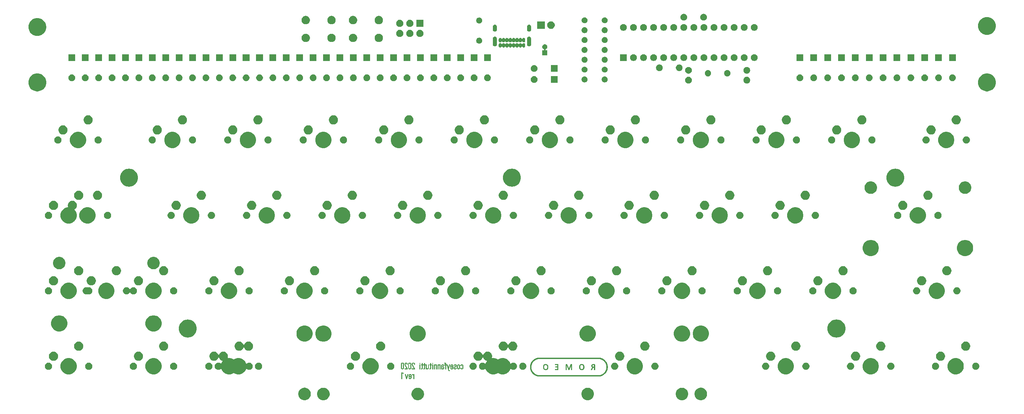
<source format=gbr>
G04 #@! TF.GenerationSoftware,KiCad,Pcbnew,(5.1.5)-3*
G04 #@! TF.CreationDate,2020-02-02T04:09:27-05:00*
G04 #@! TF.ProjectId,romeo-pcb,726f6d65-6f2d-4706-9362-2e6b69636164,rev?*
G04 #@! TF.SameCoordinates,Original*
G04 #@! TF.FileFunction,Soldermask,Bot*
G04 #@! TF.FilePolarity,Negative*
%FSLAX46Y46*%
G04 Gerber Fmt 4.6, Leading zero omitted, Abs format (unit mm)*
G04 Created by KiCad (PCBNEW (5.1.5)-3) date 2020-02-02 04:09:27*
%MOMM*%
%LPD*%
G04 APERTURE LIST*
%ADD10C,0.010000*%
%ADD11C,2.000000*%
G04 APERTURE END LIST*
D10*
G36*
X119543689Y-136017000D02*
G01*
X119705967Y-136017000D01*
X119705967Y-134550029D01*
X119840505Y-134634413D01*
X119880158Y-134659230D01*
X119916415Y-134681819D01*
X119947356Y-134700992D01*
X119971061Y-134715561D01*
X119985611Y-134724340D01*
X119988671Y-134726091D01*
X119994451Y-134728505D01*
X119998307Y-134726962D01*
X120000621Y-134719315D01*
X120001773Y-134703416D01*
X120002146Y-134677116D01*
X120002146Y-134650234D01*
X120001991Y-134567083D01*
X119887278Y-134491236D01*
X119772566Y-134415388D01*
X119543689Y-134415388D01*
X119543689Y-136017000D01*
G37*
X119543689Y-136017000D02*
X119705967Y-136017000D01*
X119705967Y-134550029D01*
X119840505Y-134634413D01*
X119880158Y-134659230D01*
X119916415Y-134681819D01*
X119947356Y-134700992D01*
X119971061Y-134715561D01*
X119985611Y-134724340D01*
X119988671Y-134726091D01*
X119994451Y-134728505D01*
X119998307Y-134726962D01*
X120000621Y-134719315D01*
X120001773Y-134703416D01*
X120002146Y-134677116D01*
X120002146Y-134650234D01*
X120001991Y-134567083D01*
X119887278Y-134491236D01*
X119772566Y-134415388D01*
X119543689Y-134415388D01*
X119543689Y-136017000D01*
G36*
X120464065Y-134874173D02*
G01*
X120441033Y-134874930D01*
X120427635Y-134876628D01*
X120421634Y-134879620D01*
X120420793Y-134884264D01*
X120421304Y-134886347D01*
X120423731Y-134894949D01*
X120429637Y-134916092D01*
X120438728Y-134948718D01*
X120450711Y-134991773D01*
X120465292Y-135044198D01*
X120482177Y-135104938D01*
X120501073Y-135172936D01*
X120521684Y-135247134D01*
X120543719Y-135326478D01*
X120566882Y-135409909D01*
X120573824Y-135434916D01*
X120597358Y-135519661D01*
X120619929Y-135600857D01*
X120641233Y-135677421D01*
X120660967Y-135748268D01*
X120678830Y-135812315D01*
X120694518Y-135868477D01*
X120707729Y-135915669D01*
X120718160Y-135952808D01*
X120725508Y-135978809D01*
X120729471Y-135992588D01*
X120729920Y-135994069D01*
X120737173Y-136017000D01*
X120883151Y-136017000D01*
X120890489Y-135994069D01*
X120894177Y-135981703D01*
X120901161Y-135957463D01*
X120911096Y-135922585D01*
X120923636Y-135878302D01*
X120938437Y-135825851D01*
X120955152Y-135766466D01*
X120973438Y-135701382D01*
X120992949Y-135631834D01*
X121013339Y-135559057D01*
X121034265Y-135484285D01*
X121055380Y-135408754D01*
X121076339Y-135333698D01*
X121096798Y-135260353D01*
X121116411Y-135189953D01*
X121134834Y-135123733D01*
X121151720Y-135062929D01*
X121166726Y-135008775D01*
X121179505Y-134962505D01*
X121189713Y-134925356D01*
X121197005Y-134898561D01*
X121201035Y-134883356D01*
X121201745Y-134880295D01*
X121195155Y-134877816D01*
X121177240Y-134875797D01*
X121150786Y-134874454D01*
X121120606Y-134874000D01*
X121088661Y-134874227D01*
X121062636Y-134874844D01*
X121045319Y-134875755D01*
X121039467Y-134876794D01*
X121037780Y-134884149D01*
X121032953Y-134903751D01*
X121025338Y-134934219D01*
X121015287Y-134974170D01*
X121003154Y-135022222D01*
X120989289Y-135076992D01*
X120974044Y-135137098D01*
X120957773Y-135201158D01*
X120940827Y-135267790D01*
X120923558Y-135335610D01*
X120906319Y-135403237D01*
X120889461Y-135469289D01*
X120873337Y-135532382D01*
X120858298Y-135591135D01*
X120844698Y-135644164D01*
X120832888Y-135690089D01*
X120823219Y-135727526D01*
X120816046Y-135755093D01*
X120811719Y-135771408D01*
X120810552Y-135775430D01*
X120808569Y-135769113D01*
X120803444Y-135750266D01*
X120795474Y-135720044D01*
X120784956Y-135679604D01*
X120772190Y-135630099D01*
X120757472Y-135572687D01*
X120741101Y-135508522D01*
X120723374Y-135438760D01*
X120704589Y-135364557D01*
X120701441Y-135352097D01*
X120682295Y-135276294D01*
X120664021Y-135203970D01*
X120646939Y-135136386D01*
X120631367Y-135074802D01*
X120617625Y-135020478D01*
X120606031Y-134974674D01*
X120596904Y-134938651D01*
X120590562Y-134913667D01*
X120587325Y-134900984D01*
X120587188Y-134900458D01*
X120580312Y-134874000D01*
X120498970Y-134874000D01*
X120464065Y-134874173D01*
G37*
X120464065Y-134874173D02*
X120441033Y-134874930D01*
X120427635Y-134876628D01*
X120421634Y-134879620D01*
X120420793Y-134884264D01*
X120421304Y-134886347D01*
X120423731Y-134894949D01*
X120429637Y-134916092D01*
X120438728Y-134948718D01*
X120450711Y-134991773D01*
X120465292Y-135044198D01*
X120482177Y-135104938D01*
X120501073Y-135172936D01*
X120521684Y-135247134D01*
X120543719Y-135326478D01*
X120566882Y-135409909D01*
X120573824Y-135434916D01*
X120597358Y-135519661D01*
X120619929Y-135600857D01*
X120641233Y-135677421D01*
X120660967Y-135748268D01*
X120678830Y-135812315D01*
X120694518Y-135868477D01*
X120707729Y-135915669D01*
X120718160Y-135952808D01*
X120725508Y-135978809D01*
X120729471Y-135992588D01*
X120729920Y-135994069D01*
X120737173Y-136017000D01*
X120883151Y-136017000D01*
X120890489Y-135994069D01*
X120894177Y-135981703D01*
X120901161Y-135957463D01*
X120911096Y-135922585D01*
X120923636Y-135878302D01*
X120938437Y-135825851D01*
X120955152Y-135766466D01*
X120973438Y-135701382D01*
X120992949Y-135631834D01*
X121013339Y-135559057D01*
X121034265Y-135484285D01*
X121055380Y-135408754D01*
X121076339Y-135333698D01*
X121096798Y-135260353D01*
X121116411Y-135189953D01*
X121134834Y-135123733D01*
X121151720Y-135062929D01*
X121166726Y-135008775D01*
X121179505Y-134962505D01*
X121189713Y-134925356D01*
X121197005Y-134898561D01*
X121201035Y-134883356D01*
X121201745Y-134880295D01*
X121195155Y-134877816D01*
X121177240Y-134875797D01*
X121150786Y-134874454D01*
X121120606Y-134874000D01*
X121088661Y-134874227D01*
X121062636Y-134874844D01*
X121045319Y-134875755D01*
X121039467Y-134876794D01*
X121037780Y-134884149D01*
X121032953Y-134903751D01*
X121025338Y-134934219D01*
X121015287Y-134974170D01*
X121003154Y-135022222D01*
X120989289Y-135076992D01*
X120974044Y-135137098D01*
X120957773Y-135201158D01*
X120940827Y-135267790D01*
X120923558Y-135335610D01*
X120906319Y-135403237D01*
X120889461Y-135469289D01*
X120873337Y-135532382D01*
X120858298Y-135591135D01*
X120844698Y-135644164D01*
X120832888Y-135690089D01*
X120823219Y-135727526D01*
X120816046Y-135755093D01*
X120811719Y-135771408D01*
X120810552Y-135775430D01*
X120808569Y-135769113D01*
X120803444Y-135750266D01*
X120795474Y-135720044D01*
X120784956Y-135679604D01*
X120772190Y-135630099D01*
X120757472Y-135572687D01*
X120741101Y-135508522D01*
X120723374Y-135438760D01*
X120704589Y-135364557D01*
X120701441Y-135352097D01*
X120682295Y-135276294D01*
X120664021Y-135203970D01*
X120646939Y-135136386D01*
X120631367Y-135074802D01*
X120617625Y-135020478D01*
X120606031Y-134974674D01*
X120596904Y-134938651D01*
X120590562Y-134913667D01*
X120587325Y-134900984D01*
X120587188Y-134900458D01*
X120580312Y-134874000D01*
X120498970Y-134874000D01*
X120464065Y-134874173D01*
G36*
X122196578Y-135001000D02*
G01*
X122223037Y-135001053D01*
X122286456Y-135006536D01*
X122347478Y-135021947D01*
X122403862Y-135046113D01*
X122453369Y-135077862D01*
X122493756Y-135116023D01*
X122521724Y-135157314D01*
X122528980Y-135171873D01*
X122535141Y-135185737D01*
X122540298Y-135200152D01*
X122544539Y-135216362D01*
X122547955Y-135235614D01*
X122550635Y-135259154D01*
X122552669Y-135288227D01*
X122554146Y-135324080D01*
X122555157Y-135367959D01*
X122555791Y-135421108D01*
X122556138Y-135484774D01*
X122556288Y-135560203D01*
X122556328Y-135637763D01*
X122556412Y-136017000D01*
X122718689Y-136017000D01*
X122718689Y-134874000D01*
X122556412Y-134874000D01*
X122556412Y-135030006D01*
X122511723Y-134985516D01*
X122450074Y-134933476D01*
X122382627Y-134894152D01*
X122309904Y-134867798D01*
X122242279Y-134855566D01*
X122196578Y-134850884D01*
X122196578Y-135001000D01*
G37*
X122196578Y-135001000D02*
X122223037Y-135001053D01*
X122286456Y-135006536D01*
X122347478Y-135021947D01*
X122403862Y-135046113D01*
X122453369Y-135077862D01*
X122493756Y-135116023D01*
X122521724Y-135157314D01*
X122528980Y-135171873D01*
X122535141Y-135185737D01*
X122540298Y-135200152D01*
X122544539Y-135216362D01*
X122547955Y-135235614D01*
X122550635Y-135259154D01*
X122552669Y-135288227D01*
X122554146Y-135324080D01*
X122555157Y-135367959D01*
X122555791Y-135421108D01*
X122556138Y-135484774D01*
X122556288Y-135560203D01*
X122556328Y-135637763D01*
X122556412Y-136017000D01*
X122718689Y-136017000D01*
X122718689Y-134874000D01*
X122556412Y-134874000D01*
X122556412Y-135030006D01*
X122511723Y-134985516D01*
X122450074Y-134933476D01*
X122382627Y-134894152D01*
X122309904Y-134867798D01*
X122242279Y-134855566D01*
X122196578Y-134850884D01*
X122196578Y-135001000D01*
G36*
X121665161Y-134855035D02*
G01*
X121631994Y-134858554D01*
X121598832Y-134863851D01*
X121572449Y-134869828D01*
X121570812Y-134870310D01*
X121522980Y-134890735D01*
X121476612Y-134921329D01*
X121436522Y-134958553D01*
X121416965Y-134983361D01*
X121398626Y-135013070D01*
X121383803Y-135043896D01*
X121372162Y-135077691D01*
X121363371Y-135116304D01*
X121357097Y-135161586D01*
X121353007Y-135215387D01*
X121350770Y-135279557D01*
X121350051Y-135355541D01*
X121349912Y-135509000D01*
X121872023Y-135509000D01*
X121872023Y-135613552D01*
X121871190Y-135668171D01*
X121868323Y-135711424D01*
X121862866Y-135745978D01*
X121854264Y-135774500D01*
X121841964Y-135799658D01*
X121829338Y-135818809D01*
X121798423Y-135850285D01*
X121758813Y-135871098D01*
X121710093Y-135881430D01*
X121681523Y-135882720D01*
X121628904Y-135877517D01*
X121585850Y-135861964D01*
X121552135Y-135835864D01*
X121527531Y-135799021D01*
X121511812Y-135751237D01*
X121508532Y-135733013D01*
X121503532Y-135699500D01*
X121349912Y-135699500D01*
X121349912Y-135733295D01*
X121351844Y-135760151D01*
X121356776Y-135791304D01*
X121360461Y-135807593D01*
X121383047Y-135869800D01*
X121415809Y-135922235D01*
X121458652Y-135964804D01*
X121511486Y-135997412D01*
X121567614Y-136018196D01*
X121607086Y-136025795D01*
X121654525Y-136029867D01*
X121704619Y-136030371D01*
X121752057Y-136027264D01*
X121791530Y-136020506D01*
X121793673Y-136019945D01*
X121855363Y-135996413D01*
X121909149Y-135961500D01*
X121954320Y-135915964D01*
X121990166Y-135860563D01*
X122015976Y-135796055D01*
X122021149Y-135777111D01*
X122023841Y-135758720D01*
X122026131Y-135728191D01*
X122028017Y-135687479D01*
X122029501Y-135638542D01*
X122030583Y-135583333D01*
X122031262Y-135523810D01*
X122031540Y-135461928D01*
X122031416Y-135399643D01*
X122031080Y-135360833D01*
X121873289Y-135360833D01*
X121510711Y-135360833D01*
X121513575Y-135249708D01*
X121514894Y-135206291D01*
X121516521Y-135174200D01*
X121518829Y-135150648D01*
X121522188Y-135132850D01*
X121526971Y-135118021D01*
X121532938Y-135104627D01*
X121558387Y-135062262D01*
X121588391Y-135032464D01*
X121624959Y-135013977D01*
X121670098Y-135005544D01*
X121692628Y-135004695D01*
X121722751Y-135005165D01*
X121743858Y-135007571D01*
X121761024Y-135013092D01*
X121779323Y-135022903D01*
X121784350Y-135025967D01*
X121805577Y-135041125D01*
X121822006Y-135058891D01*
X121837516Y-135083822D01*
X121843800Y-135095779D01*
X121853202Y-135114558D01*
X121859904Y-135130105D01*
X121864428Y-135145433D01*
X121867295Y-135163560D01*
X121869026Y-135187500D01*
X121870143Y-135220269D01*
X121870892Y-135252492D01*
X121873289Y-135360833D01*
X122031080Y-135360833D01*
X122030890Y-135338910D01*
X122029963Y-135281687D01*
X122028635Y-135229927D01*
X122026906Y-135185589D01*
X122024777Y-135150626D01*
X122022247Y-135126996D01*
X122021071Y-135120944D01*
X121997234Y-135049599D01*
X121964277Y-134988741D01*
X121922675Y-134938727D01*
X121872905Y-134899910D01*
X121815443Y-134872649D01*
X121750765Y-134857298D01*
X121679348Y-134854213D01*
X121665161Y-134855035D01*
G37*
X121665161Y-134855035D02*
X121631994Y-134858554D01*
X121598832Y-134863851D01*
X121572449Y-134869828D01*
X121570812Y-134870310D01*
X121522980Y-134890735D01*
X121476612Y-134921329D01*
X121436522Y-134958553D01*
X121416965Y-134983361D01*
X121398626Y-135013070D01*
X121383803Y-135043896D01*
X121372162Y-135077691D01*
X121363371Y-135116304D01*
X121357097Y-135161586D01*
X121353007Y-135215387D01*
X121350770Y-135279557D01*
X121350051Y-135355541D01*
X121349912Y-135509000D01*
X121872023Y-135509000D01*
X121872023Y-135613552D01*
X121871190Y-135668171D01*
X121868323Y-135711424D01*
X121862866Y-135745978D01*
X121854264Y-135774500D01*
X121841964Y-135799658D01*
X121829338Y-135818809D01*
X121798423Y-135850285D01*
X121758813Y-135871098D01*
X121710093Y-135881430D01*
X121681523Y-135882720D01*
X121628904Y-135877517D01*
X121585850Y-135861964D01*
X121552135Y-135835864D01*
X121527531Y-135799021D01*
X121511812Y-135751237D01*
X121508532Y-135733013D01*
X121503532Y-135699500D01*
X121349912Y-135699500D01*
X121349912Y-135733295D01*
X121351844Y-135760151D01*
X121356776Y-135791304D01*
X121360461Y-135807593D01*
X121383047Y-135869800D01*
X121415809Y-135922235D01*
X121458652Y-135964804D01*
X121511486Y-135997412D01*
X121567614Y-136018196D01*
X121607086Y-136025795D01*
X121654525Y-136029867D01*
X121704619Y-136030371D01*
X121752057Y-136027264D01*
X121791530Y-136020506D01*
X121793673Y-136019945D01*
X121855363Y-135996413D01*
X121909149Y-135961500D01*
X121954320Y-135915964D01*
X121990166Y-135860563D01*
X122015976Y-135796055D01*
X122021149Y-135777111D01*
X122023841Y-135758720D01*
X122026131Y-135728191D01*
X122028017Y-135687479D01*
X122029501Y-135638542D01*
X122030583Y-135583333D01*
X122031262Y-135523810D01*
X122031540Y-135461928D01*
X122031416Y-135399643D01*
X122031080Y-135360833D01*
X121873289Y-135360833D01*
X121510711Y-135360833D01*
X121513575Y-135249708D01*
X121514894Y-135206291D01*
X121516521Y-135174200D01*
X121518829Y-135150648D01*
X121522188Y-135132850D01*
X121526971Y-135118021D01*
X121532938Y-135104627D01*
X121558387Y-135062262D01*
X121588391Y-135032464D01*
X121624959Y-135013977D01*
X121670098Y-135005544D01*
X121692628Y-135004695D01*
X121722751Y-135005165D01*
X121743858Y-135007571D01*
X121761024Y-135013092D01*
X121779323Y-135022903D01*
X121784350Y-135025967D01*
X121805577Y-135041125D01*
X121822006Y-135058891D01*
X121837516Y-135083822D01*
X121843800Y-135095779D01*
X121853202Y-135114558D01*
X121859904Y-135130105D01*
X121864428Y-135145433D01*
X121867295Y-135163560D01*
X121869026Y-135187500D01*
X121870143Y-135220269D01*
X121870892Y-135252492D01*
X121873289Y-135360833D01*
X122031080Y-135360833D01*
X122030890Y-135338910D01*
X122029963Y-135281687D01*
X122028635Y-135229927D01*
X122026906Y-135185589D01*
X122024777Y-135150626D01*
X122022247Y-135126996D01*
X122021071Y-135120944D01*
X121997234Y-135049599D01*
X121964277Y-134988741D01*
X121922675Y-134938727D01*
X121872905Y-134899910D01*
X121815443Y-134872649D01*
X121750765Y-134857298D01*
X121679348Y-134854213D01*
X121665161Y-134855035D01*
G36*
X131574612Y-132460618D02*
G01*
X131570413Y-132475640D01*
X131562985Y-132502627D01*
X131552779Y-132539923D01*
X131540244Y-132585870D01*
X131525829Y-132638811D01*
X131509984Y-132697087D01*
X131493159Y-132759041D01*
X131475803Y-132823016D01*
X131458365Y-132887354D01*
X131441295Y-132950398D01*
X131425042Y-133010490D01*
X131410056Y-133065973D01*
X131396787Y-133115189D01*
X131385684Y-133156480D01*
X131377196Y-133188189D01*
X131372275Y-133206743D01*
X131364589Y-133234954D01*
X131357674Y-133258493D01*
X131352662Y-133273573D01*
X131351495Y-133276293D01*
X131348961Y-133271339D01*
X131343356Y-133253805D01*
X131334978Y-133224814D01*
X131324128Y-133185487D01*
X131311107Y-133136947D01*
X131296214Y-133080316D01*
X131279750Y-133016716D01*
X131262015Y-132947270D01*
X131243309Y-132873099D01*
X131238710Y-132854723D01*
X131130948Y-132423576D01*
X131050678Y-132423576D01*
X131013749Y-132424001D01*
X130989206Y-132425404D01*
X130975348Y-132427975D01*
X130970472Y-132431903D01*
X130970409Y-132432537D01*
X130972197Y-132443431D01*
X130976902Y-132463650D01*
X130983533Y-132488958D01*
X130984025Y-132490746D01*
X130987781Y-132504545D01*
X130994908Y-132530956D01*
X131005135Y-132568960D01*
X131018187Y-132617538D01*
X131033792Y-132675669D01*
X131051675Y-132742335D01*
X131071563Y-132816515D01*
X131093183Y-132897190D01*
X131116261Y-132983341D01*
X131140524Y-133073947D01*
X131165699Y-133167990D01*
X131174931Y-133202485D01*
X131200335Y-133297118D01*
X131224990Y-133388381D01*
X131248621Y-133475286D01*
X131270950Y-133556844D01*
X131291703Y-133632067D01*
X131310604Y-133699965D01*
X131327377Y-133759550D01*
X131341746Y-133809833D01*
X131353435Y-133849826D01*
X131362169Y-133878539D01*
X131367671Y-133894985D01*
X131368877Y-133897851D01*
X131396824Y-133941172D01*
X131433145Y-133976387D01*
X131478859Y-134004045D01*
X131534983Y-134024695D01*
X131602537Y-134038887D01*
X131638923Y-134043524D01*
X131683020Y-134048177D01*
X131683020Y-133893064D01*
X131638715Y-133889507D01*
X131587067Y-133879042D01*
X131542828Y-133856576D01*
X131506107Y-133822184D01*
X131478644Y-133779257D01*
X131471123Y-133760829D01*
X131461684Y-133732740D01*
X131451223Y-133698283D01*
X131440637Y-133660749D01*
X131430823Y-133623428D01*
X131422677Y-133589613D01*
X131417095Y-133562596D01*
X131414976Y-133545666D01*
X131414975Y-133545543D01*
X131416969Y-133536200D01*
X131422767Y-133514403D01*
X131432064Y-133481199D01*
X131444553Y-133437632D01*
X131459928Y-133384749D01*
X131477883Y-133323594D01*
X131498111Y-133255214D01*
X131520306Y-133180654D01*
X131544163Y-133100959D01*
X131569374Y-133017176D01*
X131580715Y-132979624D01*
X131606358Y-132894762D01*
X131630788Y-132813825D01*
X131653701Y-132737824D01*
X131674794Y-132667773D01*
X131693761Y-132604683D01*
X131710300Y-132549568D01*
X131724106Y-132503440D01*
X131734876Y-132467311D01*
X131742304Y-132442194D01*
X131746087Y-132429101D01*
X131746520Y-132427394D01*
X131739931Y-132425886D01*
X131722025Y-132424660D01*
X131695596Y-132423846D01*
X131665882Y-132423576D01*
X131585244Y-132423576D01*
X131574612Y-132460618D01*
G37*
X131574612Y-132460618D02*
X131570413Y-132475640D01*
X131562985Y-132502627D01*
X131552779Y-132539923D01*
X131540244Y-132585870D01*
X131525829Y-132638811D01*
X131509984Y-132697087D01*
X131493159Y-132759041D01*
X131475803Y-132823016D01*
X131458365Y-132887354D01*
X131441295Y-132950398D01*
X131425042Y-133010490D01*
X131410056Y-133065973D01*
X131396787Y-133115189D01*
X131385684Y-133156480D01*
X131377196Y-133188189D01*
X131372275Y-133206743D01*
X131364589Y-133234954D01*
X131357674Y-133258493D01*
X131352662Y-133273573D01*
X131351495Y-133276293D01*
X131348961Y-133271339D01*
X131343356Y-133253805D01*
X131334978Y-133224814D01*
X131324128Y-133185487D01*
X131311107Y-133136947D01*
X131296214Y-133080316D01*
X131279750Y-133016716D01*
X131262015Y-132947270D01*
X131243309Y-132873099D01*
X131238710Y-132854723D01*
X131130948Y-132423576D01*
X131050678Y-132423576D01*
X131013749Y-132424001D01*
X130989206Y-132425404D01*
X130975348Y-132427975D01*
X130970472Y-132431903D01*
X130970409Y-132432537D01*
X130972197Y-132443431D01*
X130976902Y-132463650D01*
X130983533Y-132488958D01*
X130984025Y-132490746D01*
X130987781Y-132504545D01*
X130994908Y-132530956D01*
X131005135Y-132568960D01*
X131018187Y-132617538D01*
X131033792Y-132675669D01*
X131051675Y-132742335D01*
X131071563Y-132816515D01*
X131093183Y-132897190D01*
X131116261Y-132983341D01*
X131140524Y-133073947D01*
X131165699Y-133167990D01*
X131174931Y-133202485D01*
X131200335Y-133297118D01*
X131224990Y-133388381D01*
X131248621Y-133475286D01*
X131270950Y-133556844D01*
X131291703Y-133632067D01*
X131310604Y-133699965D01*
X131327377Y-133759550D01*
X131341746Y-133809833D01*
X131353435Y-133849826D01*
X131362169Y-133878539D01*
X131367671Y-133894985D01*
X131368877Y-133897851D01*
X131396824Y-133941172D01*
X131433145Y-133976387D01*
X131478859Y-134004045D01*
X131534983Y-134024695D01*
X131602537Y-134038887D01*
X131638923Y-134043524D01*
X131683020Y-134048177D01*
X131683020Y-133893064D01*
X131638715Y-133889507D01*
X131587067Y-133879042D01*
X131542828Y-133856576D01*
X131506107Y-133822184D01*
X131478644Y-133779257D01*
X131471123Y-133760829D01*
X131461684Y-133732740D01*
X131451223Y-133698283D01*
X131440637Y-133660749D01*
X131430823Y-133623428D01*
X131422677Y-133589613D01*
X131417095Y-133562596D01*
X131414976Y-133545666D01*
X131414975Y-133545543D01*
X131416969Y-133536200D01*
X131422767Y-133514403D01*
X131432064Y-133481199D01*
X131444553Y-133437632D01*
X131459928Y-133384749D01*
X131477883Y-133323594D01*
X131498111Y-133255214D01*
X131520306Y-133180654D01*
X131544163Y-133100959D01*
X131569374Y-133017176D01*
X131580715Y-132979624D01*
X131606358Y-132894762D01*
X131630788Y-132813825D01*
X131653701Y-132737824D01*
X131674794Y-132667773D01*
X131693761Y-132604683D01*
X131710300Y-132549568D01*
X131724106Y-132503440D01*
X131734876Y-132467311D01*
X131742304Y-132442194D01*
X131746087Y-132429101D01*
X131746520Y-132427394D01*
X131739931Y-132425886D01*
X131722025Y-132424660D01*
X131695596Y-132423846D01*
X131665882Y-132423576D01*
X131585244Y-132423576D01*
X131574612Y-132460618D01*
G36*
X134719080Y-132404641D02*
G01*
X134647207Y-132415548D01*
X134583553Y-132437307D01*
X134528679Y-132469526D01*
X134483145Y-132511810D01*
X134447510Y-132563767D01*
X134427288Y-132609774D01*
X134421367Y-132630865D01*
X134415639Y-132658433D01*
X134410559Y-132689045D01*
X134406584Y-132719273D01*
X134404170Y-132745683D01*
X134403775Y-132764845D01*
X134405563Y-132773100D01*
X134413549Y-132774460D01*
X134432507Y-132775541D01*
X134459296Y-132776207D01*
X134480750Y-132776354D01*
X134552683Y-132776354D01*
X134557476Y-132729569D01*
X134565169Y-132683203D01*
X134578476Y-132646637D01*
X134598877Y-132616184D01*
X134606142Y-132608166D01*
X134633783Y-132583118D01*
X134662009Y-132566804D01*
X134694813Y-132557714D01*
X134736187Y-132554335D01*
X134748659Y-132554205D01*
X134794795Y-132556699D01*
X134830919Y-132565072D01*
X134860382Y-132580666D01*
X134886532Y-132604820D01*
X134892419Y-132611712D01*
X134902382Y-132624151D01*
X134910684Y-132636064D01*
X134917474Y-132648819D01*
X134922905Y-132663782D01*
X134927127Y-132682321D01*
X134930293Y-132705802D01*
X134932552Y-132735593D01*
X134934057Y-132773061D01*
X134934959Y-132819572D01*
X134935408Y-132876493D01*
X134935557Y-132945192D01*
X134935562Y-133001625D01*
X134935493Y-133301993D01*
X134918857Y-133337271D01*
X134894002Y-133377076D01*
X134861764Y-133405731D01*
X134821169Y-133423794D01*
X134771245Y-133431824D01*
X134753005Y-133432366D01*
X134707375Y-133430258D01*
X134671417Y-133422748D01*
X134641297Y-133408520D01*
X134613181Y-133386256D01*
X134610050Y-133383265D01*
X134580402Y-133345091D01*
X134561388Y-133299923D01*
X134554632Y-133251625D01*
X134554631Y-133251323D01*
X134554631Y-133227909D01*
X134399409Y-133227909D01*
X134399462Y-133247312D01*
X134404816Y-133303855D01*
X134419551Y-133361413D01*
X134442128Y-133416023D01*
X134471011Y-133463722D01*
X134493869Y-133490589D01*
X134532472Y-133521697D01*
X134579865Y-133548270D01*
X134630848Y-133567600D01*
X134651992Y-133572890D01*
X134685672Y-133577525D01*
X134727205Y-133579746D01*
X134771724Y-133579626D01*
X134814359Y-133577239D01*
X134850241Y-133572658D01*
X134863624Y-133569704D01*
X134927687Y-133546252D01*
X134981577Y-133513035D01*
X135025469Y-133469879D01*
X135059541Y-133416608D01*
X135083972Y-133353046D01*
X135084445Y-133351382D01*
X135086905Y-133339899D01*
X135088948Y-133323677D01*
X135090609Y-133301519D01*
X135091920Y-133272230D01*
X135092914Y-133234613D01*
X135093623Y-133187472D01*
X135094082Y-133129612D01*
X135094323Y-133059837D01*
X135094381Y-132991548D01*
X135094368Y-132915440D01*
X135094288Y-132852071D01*
X135094081Y-132800065D01*
X135093685Y-132758052D01*
X135093040Y-132724656D01*
X135092084Y-132698506D01*
X135090758Y-132678228D01*
X135088999Y-132662449D01*
X135086748Y-132649795D01*
X135083942Y-132638894D01*
X135080522Y-132628371D01*
X135077957Y-132621132D01*
X135048599Y-132557455D01*
X135010138Y-132504471D01*
X134962911Y-132462381D01*
X134907257Y-132431390D01*
X134843514Y-132411703D01*
X134772020Y-132403523D01*
X134719080Y-132404641D01*
G37*
X134719080Y-132404641D02*
X134647207Y-132415548D01*
X134583553Y-132437307D01*
X134528679Y-132469526D01*
X134483145Y-132511810D01*
X134447510Y-132563767D01*
X134427288Y-132609774D01*
X134421367Y-132630865D01*
X134415639Y-132658433D01*
X134410559Y-132689045D01*
X134406584Y-132719273D01*
X134404170Y-132745683D01*
X134403775Y-132764845D01*
X134405563Y-132773100D01*
X134413549Y-132774460D01*
X134432507Y-132775541D01*
X134459296Y-132776207D01*
X134480750Y-132776354D01*
X134552683Y-132776354D01*
X134557476Y-132729569D01*
X134565169Y-132683203D01*
X134578476Y-132646637D01*
X134598877Y-132616184D01*
X134606142Y-132608166D01*
X134633783Y-132583118D01*
X134662009Y-132566804D01*
X134694813Y-132557714D01*
X134736187Y-132554335D01*
X134748659Y-132554205D01*
X134794795Y-132556699D01*
X134830919Y-132565072D01*
X134860382Y-132580666D01*
X134886532Y-132604820D01*
X134892419Y-132611712D01*
X134902382Y-132624151D01*
X134910684Y-132636064D01*
X134917474Y-132648819D01*
X134922905Y-132663782D01*
X134927127Y-132682321D01*
X134930293Y-132705802D01*
X134932552Y-132735593D01*
X134934057Y-132773061D01*
X134934959Y-132819572D01*
X134935408Y-132876493D01*
X134935557Y-132945192D01*
X134935562Y-133001625D01*
X134935493Y-133301993D01*
X134918857Y-133337271D01*
X134894002Y-133377076D01*
X134861764Y-133405731D01*
X134821169Y-133423794D01*
X134771245Y-133431824D01*
X134753005Y-133432366D01*
X134707375Y-133430258D01*
X134671417Y-133422748D01*
X134641297Y-133408520D01*
X134613181Y-133386256D01*
X134610050Y-133383265D01*
X134580402Y-133345091D01*
X134561388Y-133299923D01*
X134554632Y-133251625D01*
X134554631Y-133251323D01*
X134554631Y-133227909D01*
X134399409Y-133227909D01*
X134399462Y-133247312D01*
X134404816Y-133303855D01*
X134419551Y-133361413D01*
X134442128Y-133416023D01*
X134471011Y-133463722D01*
X134493869Y-133490589D01*
X134532472Y-133521697D01*
X134579865Y-133548270D01*
X134630848Y-133567600D01*
X134651992Y-133572890D01*
X134685672Y-133577525D01*
X134727205Y-133579746D01*
X134771724Y-133579626D01*
X134814359Y-133577239D01*
X134850241Y-133572658D01*
X134863624Y-133569704D01*
X134927687Y-133546252D01*
X134981577Y-133513035D01*
X135025469Y-133469879D01*
X135059541Y-133416608D01*
X135083972Y-133353046D01*
X135084445Y-133351382D01*
X135086905Y-133339899D01*
X135088948Y-133323677D01*
X135090609Y-133301519D01*
X135091920Y-133272230D01*
X135092914Y-133234613D01*
X135093623Y-133187472D01*
X135094082Y-133129612D01*
X135094323Y-133059837D01*
X135094381Y-132991548D01*
X135094368Y-132915440D01*
X135094288Y-132852071D01*
X135094081Y-132800065D01*
X135093685Y-132758052D01*
X135093040Y-132724656D01*
X135092084Y-132698506D01*
X135090758Y-132678228D01*
X135088999Y-132662449D01*
X135086748Y-132649795D01*
X135083942Y-132638894D01*
X135080522Y-132628371D01*
X135077957Y-132621132D01*
X135048599Y-132557455D01*
X135010138Y-132504471D01*
X134962911Y-132462381D01*
X134907257Y-132431390D01*
X134843514Y-132411703D01*
X134772020Y-132403523D01*
X134719080Y-132404641D01*
G36*
X133844641Y-132408518D02*
G01*
X133780030Y-132425690D01*
X133723733Y-132453516D01*
X133676414Y-132491465D01*
X133638734Y-132539005D01*
X133611355Y-132595603D01*
X133594939Y-132660729D01*
X133594869Y-132661187D01*
X133592684Y-132684014D01*
X133590996Y-132720609D01*
X133589810Y-132770640D01*
X133589129Y-132833772D01*
X133588960Y-132909671D01*
X133589307Y-132998004D01*
X133589495Y-133024548D01*
X133590087Y-133099247D01*
X133590662Y-133161247D01*
X133591292Y-133211961D01*
X133592052Y-133252801D01*
X133593016Y-133285180D01*
X133594256Y-133310508D01*
X133595847Y-133330200D01*
X133597863Y-133345667D01*
X133600376Y-133358321D01*
X133603462Y-133369574D01*
X133607194Y-133380839D01*
X133608258Y-133383885D01*
X133635785Y-133442393D01*
X133673765Y-133491939D01*
X133721292Y-133531573D01*
X133776528Y-133559990D01*
X133809060Y-133568917D01*
X133850989Y-133575221D01*
X133897812Y-133578717D01*
X133945028Y-133579217D01*
X133988133Y-133576536D01*
X134022627Y-133570487D01*
X134023598Y-133570219D01*
X134086188Y-133546408D01*
X134138458Y-133512980D01*
X134180381Y-133469961D01*
X134211932Y-133417377D01*
X134233086Y-133355254D01*
X134233312Y-133354298D01*
X134236237Y-133334357D01*
X134238750Y-133302327D01*
X134240851Y-133260057D01*
X134242540Y-133209396D01*
X134243817Y-133152194D01*
X134244357Y-133113545D01*
X134088251Y-133113545D01*
X134088205Y-133164550D01*
X134087846Y-133205632D01*
X134087134Y-133238185D01*
X134086032Y-133263606D01*
X134084502Y-133283289D01*
X134082504Y-133298630D01*
X134080002Y-133311024D01*
X134078194Y-133317791D01*
X134060079Y-133362755D01*
X134034786Y-133395976D01*
X134001354Y-133418156D01*
X133958822Y-133429996D01*
X133921169Y-133432515D01*
X133886893Y-133430720D01*
X133857305Y-133425865D01*
X133843654Y-133421600D01*
X133808654Y-133401234D01*
X133781257Y-133371481D01*
X133769014Y-133351382D01*
X133765488Y-133344508D01*
X133762555Y-133337297D01*
X133760159Y-133328459D01*
X133758248Y-133316701D01*
X133756766Y-133300731D01*
X133755658Y-133279257D01*
X133754870Y-133250989D01*
X133754348Y-133214633D01*
X133754038Y-133168898D01*
X133753883Y-133112493D01*
X133753831Y-133044125D01*
X133753826Y-132991548D01*
X133753826Y-132659937D01*
X133773416Y-132626611D01*
X133801717Y-132591597D01*
X133838955Y-132567431D01*
X133884851Y-132554276D01*
X133900509Y-132552482D01*
X133952922Y-132553896D01*
X133997689Y-132566917D01*
X134034430Y-132591345D01*
X134062767Y-132626979D01*
X134070739Y-132642298D01*
X134074312Y-132650558D01*
X134077270Y-132659390D01*
X134079681Y-132670177D01*
X134081617Y-132684299D01*
X134083145Y-132703139D01*
X134084336Y-132728078D01*
X134085260Y-132760498D01*
X134085985Y-132801781D01*
X134086582Y-132853307D01*
X134087120Y-132916460D01*
X134087553Y-132976182D01*
X134088021Y-133051221D01*
X134088251Y-133113545D01*
X134244357Y-133113545D01*
X134244682Y-133090298D01*
X134245135Y-133025558D01*
X134245174Y-132959822D01*
X134244802Y-132894940D01*
X134244016Y-132832761D01*
X134242817Y-132775133D01*
X134241205Y-132723905D01*
X134239180Y-132680926D01*
X134236741Y-132648045D01*
X134233889Y-132627111D01*
X134233371Y-132624906D01*
X134210843Y-132563835D01*
X134177796Y-132511839D01*
X134134884Y-132469380D01*
X134082764Y-132436919D01*
X134022092Y-132414917D01*
X133953524Y-132403835D01*
X133916904Y-132402532D01*
X133844641Y-132408518D01*
G37*
X133844641Y-132408518D02*
X133780030Y-132425690D01*
X133723733Y-132453516D01*
X133676414Y-132491465D01*
X133638734Y-132539005D01*
X133611355Y-132595603D01*
X133594939Y-132660729D01*
X133594869Y-132661187D01*
X133592684Y-132684014D01*
X133590996Y-132720609D01*
X133589810Y-132770640D01*
X133589129Y-132833772D01*
X133588960Y-132909671D01*
X133589307Y-132998004D01*
X133589495Y-133024548D01*
X133590087Y-133099247D01*
X133590662Y-133161247D01*
X133591292Y-133211961D01*
X133592052Y-133252801D01*
X133593016Y-133285180D01*
X133594256Y-133310508D01*
X133595847Y-133330200D01*
X133597863Y-133345667D01*
X133600376Y-133358321D01*
X133603462Y-133369574D01*
X133607194Y-133380839D01*
X133608258Y-133383885D01*
X133635785Y-133442393D01*
X133673765Y-133491939D01*
X133721292Y-133531573D01*
X133776528Y-133559990D01*
X133809060Y-133568917D01*
X133850989Y-133575221D01*
X133897812Y-133578717D01*
X133945028Y-133579217D01*
X133988133Y-133576536D01*
X134022627Y-133570487D01*
X134023598Y-133570219D01*
X134086188Y-133546408D01*
X134138458Y-133512980D01*
X134180381Y-133469961D01*
X134211932Y-133417377D01*
X134233086Y-133355254D01*
X134233312Y-133354298D01*
X134236237Y-133334357D01*
X134238750Y-133302327D01*
X134240851Y-133260057D01*
X134242540Y-133209396D01*
X134243817Y-133152194D01*
X134244357Y-133113545D01*
X134088251Y-133113545D01*
X134088205Y-133164550D01*
X134087846Y-133205632D01*
X134087134Y-133238185D01*
X134086032Y-133263606D01*
X134084502Y-133283289D01*
X134082504Y-133298630D01*
X134080002Y-133311024D01*
X134078194Y-133317791D01*
X134060079Y-133362755D01*
X134034786Y-133395976D01*
X134001354Y-133418156D01*
X133958822Y-133429996D01*
X133921169Y-133432515D01*
X133886893Y-133430720D01*
X133857305Y-133425865D01*
X133843654Y-133421600D01*
X133808654Y-133401234D01*
X133781257Y-133371481D01*
X133769014Y-133351382D01*
X133765488Y-133344508D01*
X133762555Y-133337297D01*
X133760159Y-133328459D01*
X133758248Y-133316701D01*
X133756766Y-133300731D01*
X133755658Y-133279257D01*
X133754870Y-133250989D01*
X133754348Y-133214633D01*
X133754038Y-133168898D01*
X133753883Y-133112493D01*
X133753831Y-133044125D01*
X133753826Y-132991548D01*
X133753826Y-132659937D01*
X133773416Y-132626611D01*
X133801717Y-132591597D01*
X133838955Y-132567431D01*
X133884851Y-132554276D01*
X133900509Y-132552482D01*
X133952922Y-132553896D01*
X133997689Y-132566917D01*
X134034430Y-132591345D01*
X134062767Y-132626979D01*
X134070739Y-132642298D01*
X134074312Y-132650558D01*
X134077270Y-132659390D01*
X134079681Y-132670177D01*
X134081617Y-132684299D01*
X134083145Y-132703139D01*
X134084336Y-132728078D01*
X134085260Y-132760498D01*
X134085985Y-132801781D01*
X134086582Y-132853307D01*
X134087120Y-132916460D01*
X134087553Y-132976182D01*
X134088021Y-133051221D01*
X134088251Y-133113545D01*
X134244357Y-133113545D01*
X134244682Y-133090298D01*
X134245135Y-133025558D01*
X134245174Y-132959822D01*
X134244802Y-132894940D01*
X134244016Y-132832761D01*
X134242817Y-132775133D01*
X134241205Y-132723905D01*
X134239180Y-132680926D01*
X134236741Y-132648045D01*
X134233889Y-132627111D01*
X134233371Y-132624906D01*
X134210843Y-132563835D01*
X134177796Y-132511839D01*
X134134884Y-132469380D01*
X134082764Y-132436919D01*
X134022092Y-132414917D01*
X133953524Y-132403835D01*
X133916904Y-132402532D01*
X133844641Y-132408518D01*
G36*
X133038032Y-132404930D02*
G01*
X132977986Y-132415213D01*
X132922517Y-132433393D01*
X132874225Y-132459412D01*
X132843110Y-132485207D01*
X132816313Y-132519865D01*
X132793343Y-132563791D01*
X132776410Y-132612235D01*
X132769940Y-132642298D01*
X132764479Y-132676145D01*
X132762365Y-132698424D01*
X132765665Y-132711538D01*
X132776441Y-132717891D01*
X132796759Y-132719885D01*
X132828682Y-132719925D01*
X132836603Y-132719909D01*
X132910687Y-132719909D01*
X132910687Y-132700023D01*
X132916476Y-132658573D01*
X132932448Y-132619182D01*
X132956509Y-132585110D01*
X132986562Y-132559616D01*
X133007418Y-132549501D01*
X133038010Y-132542727D01*
X133075345Y-132540227D01*
X133114296Y-132541799D01*
X133149733Y-132547241D01*
X133176147Y-132556152D01*
X133212442Y-132582441D01*
X133239379Y-132618422D01*
X133256288Y-132662670D01*
X133262502Y-132713760D01*
X133261637Y-132738522D01*
X133253785Y-132782256D01*
X133237109Y-132818857D01*
X133210445Y-132849511D01*
X133172628Y-132875404D01*
X133122494Y-132897723D01*
X133096676Y-132906575D01*
X133030272Y-132927955D01*
X132975830Y-132946013D01*
X132931800Y-132961492D01*
X132896629Y-132975134D01*
X132868766Y-132987681D01*
X132846661Y-132999875D01*
X132828763Y-133012457D01*
X132813519Y-133026171D01*
X132799379Y-133041757D01*
X132790040Y-133053251D01*
X132761831Y-133099175D01*
X132743600Y-133153365D01*
X132735063Y-133216800D01*
X132734298Y-133245328D01*
X132738533Y-133320724D01*
X132751517Y-133385426D01*
X132773670Y-133440133D01*
X132805409Y-133485542D01*
X132847156Y-133522350D01*
X132899328Y-133551255D01*
X132924049Y-133561062D01*
X132946121Y-133567645D01*
X132971572Y-133572247D01*
X133003687Y-133575266D01*
X133045750Y-133577102D01*
X133058853Y-133577438D01*
X133095627Y-133578006D01*
X133128613Y-133578012D01*
X133154568Y-133577490D01*
X133170251Y-133576474D01*
X133171742Y-133576240D01*
X133237576Y-133558101D01*
X133293082Y-133530710D01*
X133338542Y-133493737D01*
X133374241Y-133446855D01*
X133400462Y-133389735D01*
X133417490Y-133322048D01*
X133422438Y-133286118D01*
X133427128Y-133242021D01*
X133279519Y-133242021D01*
X133274770Y-133282590D01*
X133262901Y-133334589D01*
X133240756Y-133376992D01*
X133208615Y-133409566D01*
X133166755Y-133432083D01*
X133115457Y-133444310D01*
X133076492Y-133446632D01*
X133019133Y-133441390D01*
X132971285Y-133425843D01*
X132933222Y-133400261D01*
X132905222Y-133364911D01*
X132887561Y-133320062D01*
X132880513Y-133265984D01*
X132880391Y-133255836D01*
X132882434Y-133218226D01*
X132887974Y-133190221D01*
X132891452Y-133181606D01*
X132913145Y-133150490D01*
X132944687Y-133123009D01*
X132987242Y-133098442D01*
X133041972Y-133076071D01*
X133083548Y-133062685D01*
X133132813Y-133047140D01*
X133180649Y-133030325D01*
X133223986Y-133013437D01*
X133259753Y-132997672D01*
X133284631Y-132984381D01*
X133312391Y-132962816D01*
X133340877Y-132934017D01*
X133365879Y-132902734D01*
X133383189Y-132873721D01*
X133383761Y-132872452D01*
X133401022Y-132819388D01*
X133409272Y-132761171D01*
X133408983Y-132700578D01*
X133400628Y-132640386D01*
X133384678Y-132583371D01*
X133361607Y-132532309D01*
X133331885Y-132489977D01*
X133316017Y-132474118D01*
X133272045Y-132443997D01*
X133219662Y-132422079D01*
X133161467Y-132408302D01*
X133100058Y-132402606D01*
X133038032Y-132404930D01*
G37*
X133038032Y-132404930D02*
X132977986Y-132415213D01*
X132922517Y-132433393D01*
X132874225Y-132459412D01*
X132843110Y-132485207D01*
X132816313Y-132519865D01*
X132793343Y-132563791D01*
X132776410Y-132612235D01*
X132769940Y-132642298D01*
X132764479Y-132676145D01*
X132762365Y-132698424D01*
X132765665Y-132711538D01*
X132776441Y-132717891D01*
X132796759Y-132719885D01*
X132828682Y-132719925D01*
X132836603Y-132719909D01*
X132910687Y-132719909D01*
X132910687Y-132700023D01*
X132916476Y-132658573D01*
X132932448Y-132619182D01*
X132956509Y-132585110D01*
X132986562Y-132559616D01*
X133007418Y-132549501D01*
X133038010Y-132542727D01*
X133075345Y-132540227D01*
X133114296Y-132541799D01*
X133149733Y-132547241D01*
X133176147Y-132556152D01*
X133212442Y-132582441D01*
X133239379Y-132618422D01*
X133256288Y-132662670D01*
X133262502Y-132713760D01*
X133261637Y-132738522D01*
X133253785Y-132782256D01*
X133237109Y-132818857D01*
X133210445Y-132849511D01*
X133172628Y-132875404D01*
X133122494Y-132897723D01*
X133096676Y-132906575D01*
X133030272Y-132927955D01*
X132975830Y-132946013D01*
X132931800Y-132961492D01*
X132896629Y-132975134D01*
X132868766Y-132987681D01*
X132846661Y-132999875D01*
X132828763Y-133012457D01*
X132813519Y-133026171D01*
X132799379Y-133041757D01*
X132790040Y-133053251D01*
X132761831Y-133099175D01*
X132743600Y-133153365D01*
X132735063Y-133216800D01*
X132734298Y-133245328D01*
X132738533Y-133320724D01*
X132751517Y-133385426D01*
X132773670Y-133440133D01*
X132805409Y-133485542D01*
X132847156Y-133522350D01*
X132899328Y-133551255D01*
X132924049Y-133561062D01*
X132946121Y-133567645D01*
X132971572Y-133572247D01*
X133003687Y-133575266D01*
X133045750Y-133577102D01*
X133058853Y-133577438D01*
X133095627Y-133578006D01*
X133128613Y-133578012D01*
X133154568Y-133577490D01*
X133170251Y-133576474D01*
X133171742Y-133576240D01*
X133237576Y-133558101D01*
X133293082Y-133530710D01*
X133338542Y-133493737D01*
X133374241Y-133446855D01*
X133400462Y-133389735D01*
X133417490Y-133322048D01*
X133422438Y-133286118D01*
X133427128Y-133242021D01*
X133279519Y-133242021D01*
X133274770Y-133282590D01*
X133262901Y-133334589D01*
X133240756Y-133376992D01*
X133208615Y-133409566D01*
X133166755Y-133432083D01*
X133115457Y-133444310D01*
X133076492Y-133446632D01*
X133019133Y-133441390D01*
X132971285Y-133425843D01*
X132933222Y-133400261D01*
X132905222Y-133364911D01*
X132887561Y-133320062D01*
X132880513Y-133265984D01*
X132880391Y-133255836D01*
X132882434Y-133218226D01*
X132887974Y-133190221D01*
X132891452Y-133181606D01*
X132913145Y-133150490D01*
X132944687Y-133123009D01*
X132987242Y-133098442D01*
X133041972Y-133076071D01*
X133083548Y-133062685D01*
X133132813Y-133047140D01*
X133180649Y-133030325D01*
X133223986Y-133013437D01*
X133259753Y-132997672D01*
X133284631Y-132984381D01*
X133312391Y-132962816D01*
X133340877Y-132934017D01*
X133365879Y-132902734D01*
X133383189Y-132873721D01*
X133383761Y-132872452D01*
X133401022Y-132819388D01*
X133409272Y-132761171D01*
X133408983Y-132700578D01*
X133400628Y-132640386D01*
X133384678Y-132583371D01*
X133361607Y-132532309D01*
X133331885Y-132489977D01*
X133316017Y-132474118D01*
X133272045Y-132443997D01*
X133219662Y-132422079D01*
X133161467Y-132408302D01*
X133100058Y-132402606D01*
X133038032Y-132404930D01*
G36*
X132146783Y-132412776D02*
G01*
X132084368Y-132432483D01*
X132029317Y-132463095D01*
X131983048Y-132503569D01*
X131946977Y-132552861D01*
X131940600Y-132564687D01*
X131929060Y-132588292D01*
X131919874Y-132609978D01*
X131912741Y-132631800D01*
X131907359Y-132655814D01*
X131903429Y-132684076D01*
X131900647Y-132718642D01*
X131898714Y-132761567D01*
X131897328Y-132814907D01*
X131896413Y-132866312D01*
X131893351Y-133058576D01*
X132418221Y-133058576D01*
X132415192Y-133176757D01*
X132413648Y-133224539D01*
X132411641Y-133260545D01*
X132408925Y-133287107D01*
X132405251Y-133306557D01*
X132400373Y-133321230D01*
X132399726Y-133322711D01*
X132373609Y-133367720D01*
X132340673Y-133400549D01*
X132300167Y-133421678D01*
X132251341Y-133431588D01*
X132228214Y-133432521D01*
X132193431Y-133430704D01*
X132163619Y-133425777D01*
X132150224Y-133421563D01*
X132111828Y-133398158D01*
X132081496Y-133364400D01*
X132060767Y-133322449D01*
X132052064Y-133283871D01*
X132047944Y-133249076D01*
X131894687Y-133249076D01*
X131894771Y-133286118D01*
X131901488Y-133347852D01*
X131920613Y-133406395D01*
X131951027Y-133459092D01*
X131983037Y-133495543D01*
X132027523Y-133531279D01*
X132075430Y-133556599D01*
X132129209Y-133572353D01*
X132191311Y-133579393D01*
X132226016Y-133579914D01*
X132259594Y-133578920D01*
X132291584Y-133576927D01*
X132316777Y-133574297D01*
X132323832Y-133573138D01*
X132382659Y-133554579D01*
X132435905Y-133523760D01*
X132482446Y-133481808D01*
X132521154Y-133429854D01*
X132550904Y-133369025D01*
X132562607Y-133333743D01*
X132565875Y-133320990D01*
X132568548Y-133307144D01*
X132570685Y-133290706D01*
X132572344Y-133270179D01*
X132573583Y-133244067D01*
X132574460Y-133210872D01*
X132575034Y-133169098D01*
X132575364Y-133117248D01*
X132575507Y-133053824D01*
X132575528Y-133002132D01*
X132575442Y-132924495D01*
X132575084Y-132859402D01*
X132574592Y-132826090D01*
X132416798Y-132826090D01*
X132416798Y-132910409D01*
X132056965Y-132910409D01*
X132056965Y-132812753D01*
X132057890Y-132759523D01*
X132061046Y-132717448D01*
X132066999Y-132683672D01*
X132076319Y-132655338D01*
X132089573Y-132629589D01*
X132095128Y-132620837D01*
X132123921Y-132589368D01*
X132160738Y-132567109D01*
X132202617Y-132554410D01*
X132246598Y-132551621D01*
X132289722Y-132559093D01*
X132329029Y-132577174D01*
X132347153Y-132591044D01*
X132371676Y-132617143D01*
X132390172Y-132646743D01*
X132403281Y-132682007D01*
X132411646Y-132725103D01*
X132415908Y-132778196D01*
X132416798Y-132826090D01*
X132574592Y-132826090D01*
X132574284Y-132805285D01*
X132572872Y-132760576D01*
X132570680Y-132723707D01*
X132567537Y-132693111D01*
X132563274Y-132667221D01*
X132557721Y-132644469D01*
X132550710Y-132623287D01*
X132542070Y-132602108D01*
X132531632Y-132579364D01*
X132529277Y-132574412D01*
X132496034Y-132520269D01*
X132453207Y-132475741D01*
X132401987Y-132441332D01*
X132343567Y-132417545D01*
X132279137Y-132404883D01*
X132209888Y-132403851D01*
X132146783Y-132412776D01*
G37*
X132146783Y-132412776D02*
X132084368Y-132432483D01*
X132029317Y-132463095D01*
X131983048Y-132503569D01*
X131946977Y-132552861D01*
X131940600Y-132564687D01*
X131929060Y-132588292D01*
X131919874Y-132609978D01*
X131912741Y-132631800D01*
X131907359Y-132655814D01*
X131903429Y-132684076D01*
X131900647Y-132718642D01*
X131898714Y-132761567D01*
X131897328Y-132814907D01*
X131896413Y-132866312D01*
X131893351Y-133058576D01*
X132418221Y-133058576D01*
X132415192Y-133176757D01*
X132413648Y-133224539D01*
X132411641Y-133260545D01*
X132408925Y-133287107D01*
X132405251Y-133306557D01*
X132400373Y-133321230D01*
X132399726Y-133322711D01*
X132373609Y-133367720D01*
X132340673Y-133400549D01*
X132300167Y-133421678D01*
X132251341Y-133431588D01*
X132228214Y-133432521D01*
X132193431Y-133430704D01*
X132163619Y-133425777D01*
X132150224Y-133421563D01*
X132111828Y-133398158D01*
X132081496Y-133364400D01*
X132060767Y-133322449D01*
X132052064Y-133283871D01*
X132047944Y-133249076D01*
X131894687Y-133249076D01*
X131894771Y-133286118D01*
X131901488Y-133347852D01*
X131920613Y-133406395D01*
X131951027Y-133459092D01*
X131983037Y-133495543D01*
X132027523Y-133531279D01*
X132075430Y-133556599D01*
X132129209Y-133572353D01*
X132191311Y-133579393D01*
X132226016Y-133579914D01*
X132259594Y-133578920D01*
X132291584Y-133576927D01*
X132316777Y-133574297D01*
X132323832Y-133573138D01*
X132382659Y-133554579D01*
X132435905Y-133523760D01*
X132482446Y-133481808D01*
X132521154Y-133429854D01*
X132550904Y-133369025D01*
X132562607Y-133333743D01*
X132565875Y-133320990D01*
X132568548Y-133307144D01*
X132570685Y-133290706D01*
X132572344Y-133270179D01*
X132573583Y-133244067D01*
X132574460Y-133210872D01*
X132575034Y-133169098D01*
X132575364Y-133117248D01*
X132575507Y-133053824D01*
X132575528Y-133002132D01*
X132575442Y-132924495D01*
X132575084Y-132859402D01*
X132574592Y-132826090D01*
X132416798Y-132826090D01*
X132416798Y-132910409D01*
X132056965Y-132910409D01*
X132056965Y-132812753D01*
X132057890Y-132759523D01*
X132061046Y-132717448D01*
X132066999Y-132683672D01*
X132076319Y-132655338D01*
X132089573Y-132629589D01*
X132095128Y-132620837D01*
X132123921Y-132589368D01*
X132160738Y-132567109D01*
X132202617Y-132554410D01*
X132246598Y-132551621D01*
X132289722Y-132559093D01*
X132329029Y-132577174D01*
X132347153Y-132591044D01*
X132371676Y-132617143D01*
X132390172Y-132646743D01*
X132403281Y-132682007D01*
X132411646Y-132725103D01*
X132415908Y-132778196D01*
X132416798Y-132826090D01*
X132574592Y-132826090D01*
X132574284Y-132805285D01*
X132572872Y-132760576D01*
X132570680Y-132723707D01*
X132567537Y-132693111D01*
X132563274Y-132667221D01*
X132557721Y-132644469D01*
X132550710Y-132623287D01*
X132542070Y-132602108D01*
X132531632Y-132579364D01*
X132529277Y-132574412D01*
X132496034Y-132520269D01*
X132453207Y-132475741D01*
X132401987Y-132441332D01*
X132343567Y-132417545D01*
X132279137Y-132404883D01*
X132209888Y-132403851D01*
X132146783Y-132412776D01*
G36*
X129814099Y-132414023D02*
G01*
X129750924Y-132432915D01*
X129697292Y-132461785D01*
X129652637Y-132501006D01*
X129616394Y-132550951D01*
X129592937Y-132599222D01*
X129589756Y-132607256D01*
X129587022Y-132615189D01*
X129584697Y-132624110D01*
X129582742Y-132635112D01*
X129581117Y-132649284D01*
X129579783Y-132667716D01*
X129578701Y-132691500D01*
X129577832Y-132721725D01*
X129577137Y-132759483D01*
X129576576Y-132805863D01*
X129576112Y-132861956D01*
X129575704Y-132928853D01*
X129575313Y-133007644D01*
X129574901Y-133099419D01*
X129574887Y-133102673D01*
X129572837Y-133566576D01*
X129721576Y-133566576D01*
X129721576Y-133465681D01*
X129742445Y-133494490D01*
X129773009Y-133525880D01*
X129814073Y-133551750D01*
X129862475Y-133570126D01*
X129864352Y-133570633D01*
X129893997Y-133575833D01*
X129932478Y-133578850D01*
X129975018Y-133579685D01*
X130016840Y-133578337D01*
X130053168Y-133574808D01*
X130074353Y-133570614D01*
X130129395Y-133549482D01*
X130174737Y-133519121D01*
X130210608Y-133479155D01*
X130237234Y-133429208D01*
X130254844Y-133368904D01*
X130263664Y-133297867D01*
X130264853Y-133255778D01*
X130264532Y-133249076D01*
X130119313Y-133249076D01*
X130116842Y-133308047D01*
X130107661Y-133355762D01*
X130091230Y-133393658D01*
X130067010Y-133423169D01*
X130048493Y-133437461D01*
X130013979Y-133453205D01*
X129971138Y-133462415D01*
X129924239Y-133464919D01*
X129877550Y-133460546D01*
X129835340Y-133449124D01*
X129828502Y-133446287D01*
X129790684Y-133424703D01*
X129762669Y-133396384D01*
X129741576Y-133359372D01*
X129736337Y-133346945D01*
X129732309Y-133334520D01*
X129729296Y-133320003D01*
X129727102Y-133301301D01*
X129725533Y-133276322D01*
X129724393Y-133242974D01*
X129723487Y-133199164D01*
X129722850Y-133158560D01*
X129720427Y-132993961D01*
X129853293Y-132996283D01*
X129899789Y-132997158D01*
X129934537Y-132998135D01*
X129959900Y-132999523D01*
X129978239Y-133001635D01*
X129991917Y-133004782D01*
X130003296Y-133009273D01*
X130014737Y-133015422D01*
X130019434Y-133018164D01*
X130055881Y-133045869D01*
X130083621Y-133081556D01*
X130103122Y-133126313D01*
X130114856Y-133181225D01*
X130119293Y-133247381D01*
X130119313Y-133249076D01*
X130264532Y-133249076D01*
X130261159Y-133178781D01*
X130249766Y-133112429D01*
X130230213Y-133055249D01*
X130202034Y-133005771D01*
X130176174Y-132974121D01*
X130150006Y-132948718D01*
X130122758Y-132928318D01*
X130092451Y-132912321D01*
X130057107Y-132900131D01*
X130014746Y-132891148D01*
X129963390Y-132884775D01*
X129901059Y-132880412D01*
X129860268Y-132878612D01*
X129720343Y-132873365D01*
X129722842Y-132766651D01*
X129724069Y-132723984D01*
X129725682Y-132692702D01*
X129728035Y-132670081D01*
X129731485Y-132653394D01*
X129736386Y-132639917D01*
X129740451Y-132631715D01*
X129767556Y-132592536D01*
X129801626Y-132564422D01*
X129844049Y-132546556D01*
X129896213Y-132538122D01*
X129899847Y-132537888D01*
X129947139Y-132538262D01*
X129985116Y-132546410D01*
X130016902Y-132563446D01*
X130044760Y-132589498D01*
X130072369Y-132630563D01*
X130086490Y-132675586D01*
X130088465Y-132701325D01*
X130088465Y-132726965D01*
X130243687Y-132726965D01*
X130243583Y-132700507D01*
X130241853Y-132679219D01*
X130237478Y-132651217D01*
X130232812Y-132628798D01*
X130211924Y-132567999D01*
X130180395Y-132516067D01*
X130138902Y-132473441D01*
X130088120Y-132440559D01*
X130028726Y-132417861D01*
X129961396Y-132405785D01*
X129887381Y-132404735D01*
X129814099Y-132414023D01*
G37*
X129814099Y-132414023D02*
X129750924Y-132432915D01*
X129697292Y-132461785D01*
X129652637Y-132501006D01*
X129616394Y-132550951D01*
X129592937Y-132599222D01*
X129589756Y-132607256D01*
X129587022Y-132615189D01*
X129584697Y-132624110D01*
X129582742Y-132635112D01*
X129581117Y-132649284D01*
X129579783Y-132667716D01*
X129578701Y-132691500D01*
X129577832Y-132721725D01*
X129577137Y-132759483D01*
X129576576Y-132805863D01*
X129576112Y-132861956D01*
X129575704Y-132928853D01*
X129575313Y-133007644D01*
X129574901Y-133099419D01*
X129574887Y-133102673D01*
X129572837Y-133566576D01*
X129721576Y-133566576D01*
X129721576Y-133465681D01*
X129742445Y-133494490D01*
X129773009Y-133525880D01*
X129814073Y-133551750D01*
X129862475Y-133570126D01*
X129864352Y-133570633D01*
X129893997Y-133575833D01*
X129932478Y-133578850D01*
X129975018Y-133579685D01*
X130016840Y-133578337D01*
X130053168Y-133574808D01*
X130074353Y-133570614D01*
X130129395Y-133549482D01*
X130174737Y-133519121D01*
X130210608Y-133479155D01*
X130237234Y-133429208D01*
X130254844Y-133368904D01*
X130263664Y-133297867D01*
X130264853Y-133255778D01*
X130264532Y-133249076D01*
X130119313Y-133249076D01*
X130116842Y-133308047D01*
X130107661Y-133355762D01*
X130091230Y-133393658D01*
X130067010Y-133423169D01*
X130048493Y-133437461D01*
X130013979Y-133453205D01*
X129971138Y-133462415D01*
X129924239Y-133464919D01*
X129877550Y-133460546D01*
X129835340Y-133449124D01*
X129828502Y-133446287D01*
X129790684Y-133424703D01*
X129762669Y-133396384D01*
X129741576Y-133359372D01*
X129736337Y-133346945D01*
X129732309Y-133334520D01*
X129729296Y-133320003D01*
X129727102Y-133301301D01*
X129725533Y-133276322D01*
X129724393Y-133242974D01*
X129723487Y-133199164D01*
X129722850Y-133158560D01*
X129720427Y-132993961D01*
X129853293Y-132996283D01*
X129899789Y-132997158D01*
X129934537Y-132998135D01*
X129959900Y-132999523D01*
X129978239Y-133001635D01*
X129991917Y-133004782D01*
X130003296Y-133009273D01*
X130014737Y-133015422D01*
X130019434Y-133018164D01*
X130055881Y-133045869D01*
X130083621Y-133081556D01*
X130103122Y-133126313D01*
X130114856Y-133181225D01*
X130119293Y-133247381D01*
X130119313Y-133249076D01*
X130264532Y-133249076D01*
X130261159Y-133178781D01*
X130249766Y-133112429D01*
X130230213Y-133055249D01*
X130202034Y-133005771D01*
X130176174Y-132974121D01*
X130150006Y-132948718D01*
X130122758Y-132928318D01*
X130092451Y-132912321D01*
X130057107Y-132900131D01*
X130014746Y-132891148D01*
X129963390Y-132884775D01*
X129901059Y-132880412D01*
X129860268Y-132878612D01*
X129720343Y-132873365D01*
X129722842Y-132766651D01*
X129724069Y-132723984D01*
X129725682Y-132692702D01*
X129728035Y-132670081D01*
X129731485Y-132653394D01*
X129736386Y-132639917D01*
X129740451Y-132631715D01*
X129767556Y-132592536D01*
X129801626Y-132564422D01*
X129844049Y-132546556D01*
X129896213Y-132538122D01*
X129899847Y-132537888D01*
X129947139Y-132538262D01*
X129985116Y-132546410D01*
X130016902Y-132563446D01*
X130044760Y-132589498D01*
X130072369Y-132630563D01*
X130086490Y-132675586D01*
X130088465Y-132701325D01*
X130088465Y-132726965D01*
X130243687Y-132726965D01*
X130243583Y-132700507D01*
X130241853Y-132679219D01*
X130237478Y-132651217D01*
X130232812Y-132628798D01*
X130211924Y-132567999D01*
X130180395Y-132516067D01*
X130138902Y-132473441D01*
X130088120Y-132440559D01*
X130028726Y-132417861D01*
X129961396Y-132405785D01*
X129887381Y-132404735D01*
X129814099Y-132414023D01*
G36*
X126250242Y-132856212D02*
G01*
X126250221Y-132950159D01*
X126250099Y-133031077D01*
X126249792Y-133100048D01*
X126249215Y-133158155D01*
X126248284Y-133206480D01*
X126246915Y-133246105D01*
X126245021Y-133278112D01*
X126242520Y-133303583D01*
X126239325Y-133323601D01*
X126235353Y-133339248D01*
X126230518Y-133351606D01*
X126224735Y-133361757D01*
X126217921Y-133370784D01*
X126209991Y-133379768D01*
X126209199Y-133380635D01*
X126186480Y-133401905D01*
X126161963Y-133416337D01*
X126132047Y-133425294D01*
X126093137Y-133430136D01*
X126075643Y-133431162D01*
X126043511Y-133432270D01*
X126020851Y-133431547D01*
X126003067Y-133428288D01*
X125985564Y-133421788D01*
X125971564Y-133415199D01*
X125943649Y-133398760D01*
X125923992Y-133379265D01*
X125913330Y-133363205D01*
X125893937Y-133330215D01*
X125891974Y-132876896D01*
X125890011Y-132423576D01*
X125728131Y-132423576D01*
X125728131Y-133566576D01*
X125889838Y-133566576D01*
X125891888Y-133509501D01*
X125893937Y-133452426D01*
X125916121Y-133483954D01*
X125951200Y-133522143D01*
X125995834Y-133552155D01*
X126038291Y-133569366D01*
X126074222Y-133576458D01*
X126117387Y-133579676D01*
X126162049Y-133579009D01*
X126202468Y-133574449D01*
X126222986Y-133569632D01*
X126274432Y-133546589D01*
X126318854Y-133511395D01*
X126356057Y-133464243D01*
X126385588Y-133405975D01*
X126401937Y-133365493D01*
X126403983Y-132894534D01*
X126406029Y-132423576D01*
X126250242Y-132423576D01*
X126250242Y-132856212D01*
G37*
X126250242Y-132856212D02*
X126250221Y-132950159D01*
X126250099Y-133031077D01*
X126249792Y-133100048D01*
X126249215Y-133158155D01*
X126248284Y-133206480D01*
X126246915Y-133246105D01*
X126245021Y-133278112D01*
X126242520Y-133303583D01*
X126239325Y-133323601D01*
X126235353Y-133339248D01*
X126230518Y-133351606D01*
X126224735Y-133361757D01*
X126217921Y-133370784D01*
X126209991Y-133379768D01*
X126209199Y-133380635D01*
X126186480Y-133401905D01*
X126161963Y-133416337D01*
X126132047Y-133425294D01*
X126093137Y-133430136D01*
X126075643Y-133431162D01*
X126043511Y-133432270D01*
X126020851Y-133431547D01*
X126003067Y-133428288D01*
X125985564Y-133421788D01*
X125971564Y-133415199D01*
X125943649Y-133398760D01*
X125923992Y-133379265D01*
X125913330Y-133363205D01*
X125893937Y-133330215D01*
X125891974Y-132876896D01*
X125890011Y-132423576D01*
X125728131Y-132423576D01*
X125728131Y-133566576D01*
X125889838Y-133566576D01*
X125891888Y-133509501D01*
X125893937Y-133452426D01*
X125916121Y-133483954D01*
X125951200Y-133522143D01*
X125995834Y-133552155D01*
X126038291Y-133569366D01*
X126074222Y-133576458D01*
X126117387Y-133579676D01*
X126162049Y-133579009D01*
X126202468Y-133574449D01*
X126222986Y-133569632D01*
X126274432Y-133546589D01*
X126318854Y-133511395D01*
X126356057Y-133464243D01*
X126385588Y-133405975D01*
X126401937Y-133365493D01*
X126403983Y-132894534D01*
X126406029Y-132423576D01*
X126250242Y-132423576D01*
X126250242Y-132856212D01*
G36*
X121543027Y-131953343D02*
G01*
X121487720Y-131962615D01*
X121439868Y-131979174D01*
X121396662Y-132004007D01*
X121355295Y-132038098D01*
X121353399Y-132039897D01*
X121313256Y-132086909D01*
X121283290Y-132142170D01*
X121265548Y-132195195D01*
X121263296Y-132211121D01*
X121261283Y-132239756D01*
X121259508Y-132279699D01*
X121257972Y-132329551D01*
X121256674Y-132387911D01*
X121255614Y-132453380D01*
X121254791Y-132524556D01*
X121254205Y-132600040D01*
X121253856Y-132678432D01*
X121253743Y-132758331D01*
X121253868Y-132838338D01*
X121254228Y-132917051D01*
X121254824Y-132993071D01*
X121255655Y-133064998D01*
X121256722Y-133131432D01*
X121258023Y-133190972D01*
X121259560Y-133242218D01*
X121261331Y-133283769D01*
X121263336Y-133314227D01*
X121265574Y-133332190D01*
X121265773Y-133333086D01*
X121287676Y-133397899D01*
X121320510Y-133453930D01*
X121363789Y-133500683D01*
X121417024Y-133537666D01*
X121479728Y-133564385D01*
X121500063Y-133570260D01*
X121533152Y-133576016D01*
X121575173Y-133579234D01*
X121621241Y-133579930D01*
X121666469Y-133578118D01*
X121705970Y-133573815D01*
X121726839Y-133569536D01*
X121784287Y-133548029D01*
X121836990Y-133516589D01*
X121882233Y-133477301D01*
X121917298Y-133432251D01*
X121926190Y-133416443D01*
X121934951Y-133395724D01*
X121944733Y-133367231D01*
X121953486Y-133336962D01*
X121953844Y-133335571D01*
X121956443Y-133324808D01*
X121958691Y-133313577D01*
X121960613Y-133300823D01*
X121962236Y-133285491D01*
X121963583Y-133266524D01*
X121964681Y-133242869D01*
X121965555Y-133213469D01*
X121966230Y-133177269D01*
X121966731Y-133133214D01*
X121967084Y-133080248D01*
X121967314Y-133017317D01*
X121967446Y-132943365D01*
X121967507Y-132857336D01*
X121967520Y-132765771D01*
X121967506Y-132667675D01*
X121967445Y-132582633D01*
X121967311Y-132509587D01*
X121967080Y-132447479D01*
X121966724Y-132395252D01*
X121966219Y-132351848D01*
X121965538Y-132316210D01*
X121964656Y-132287279D01*
X121963546Y-132263998D01*
X121962578Y-132250715D01*
X121808770Y-132250715D01*
X121808770Y-132762243D01*
X121808750Y-132860177D01*
X121808672Y-132945021D01*
X121808515Y-133017793D01*
X121808255Y-133079513D01*
X121807870Y-133131202D01*
X121807335Y-133173879D01*
X121806627Y-133208564D01*
X121805725Y-133236277D01*
X121804604Y-133258038D01*
X121803241Y-133274867D01*
X121801613Y-133287783D01*
X121799698Y-133297807D01*
X121797472Y-133305958D01*
X121796368Y-133309272D01*
X121773841Y-133355811D01*
X121742596Y-133391300D01*
X121702547Y-133415797D01*
X121653610Y-133429356D01*
X121611215Y-133432383D01*
X121576796Y-133431261D01*
X121550684Y-133427208D01*
X121527202Y-133419192D01*
X121519492Y-133415705D01*
X121481397Y-133392590D01*
X121452385Y-133362322D01*
X121429912Y-133323159D01*
X121413659Y-133287882D01*
X121413659Y-132243659D01*
X121430333Y-132206780D01*
X121450856Y-132172533D01*
X121478558Y-132141521D01*
X121509584Y-132117514D01*
X121533279Y-132106183D01*
X121567078Y-132099208D01*
X121607756Y-132096929D01*
X121648871Y-132099379D01*
X121680077Y-132105411D01*
X121720054Y-132123722D01*
X121755427Y-132153153D01*
X121783078Y-132190789D01*
X121792474Y-132210374D01*
X121808770Y-132250715D01*
X121962578Y-132250715D01*
X121962183Y-132245310D01*
X121960540Y-132230157D01*
X121958593Y-132217481D01*
X121956315Y-132206226D01*
X121953680Y-132195332D01*
X121953563Y-132194873D01*
X121935035Y-132137492D01*
X121910730Y-132090330D01*
X121878764Y-132050040D01*
X121863734Y-132035395D01*
X121819956Y-132001134D01*
X121772920Y-131976367D01*
X121720117Y-131960256D01*
X121659042Y-131951967D01*
X121608597Y-131950373D01*
X121543027Y-131953343D01*
G37*
X121543027Y-131953343D02*
X121487720Y-131962615D01*
X121439868Y-131979174D01*
X121396662Y-132004007D01*
X121355295Y-132038098D01*
X121353399Y-132039897D01*
X121313256Y-132086909D01*
X121283290Y-132142170D01*
X121265548Y-132195195D01*
X121263296Y-132211121D01*
X121261283Y-132239756D01*
X121259508Y-132279699D01*
X121257972Y-132329551D01*
X121256674Y-132387911D01*
X121255614Y-132453380D01*
X121254791Y-132524556D01*
X121254205Y-132600040D01*
X121253856Y-132678432D01*
X121253743Y-132758331D01*
X121253868Y-132838338D01*
X121254228Y-132917051D01*
X121254824Y-132993071D01*
X121255655Y-133064998D01*
X121256722Y-133131432D01*
X121258023Y-133190972D01*
X121259560Y-133242218D01*
X121261331Y-133283769D01*
X121263336Y-133314227D01*
X121265574Y-133332190D01*
X121265773Y-133333086D01*
X121287676Y-133397899D01*
X121320510Y-133453930D01*
X121363789Y-133500683D01*
X121417024Y-133537666D01*
X121479728Y-133564385D01*
X121500063Y-133570260D01*
X121533152Y-133576016D01*
X121575173Y-133579234D01*
X121621241Y-133579930D01*
X121666469Y-133578118D01*
X121705970Y-133573815D01*
X121726839Y-133569536D01*
X121784287Y-133548029D01*
X121836990Y-133516589D01*
X121882233Y-133477301D01*
X121917298Y-133432251D01*
X121926190Y-133416443D01*
X121934951Y-133395724D01*
X121944733Y-133367231D01*
X121953486Y-133336962D01*
X121953844Y-133335571D01*
X121956443Y-133324808D01*
X121958691Y-133313577D01*
X121960613Y-133300823D01*
X121962236Y-133285491D01*
X121963583Y-133266524D01*
X121964681Y-133242869D01*
X121965555Y-133213469D01*
X121966230Y-133177269D01*
X121966731Y-133133214D01*
X121967084Y-133080248D01*
X121967314Y-133017317D01*
X121967446Y-132943365D01*
X121967507Y-132857336D01*
X121967520Y-132765771D01*
X121967506Y-132667675D01*
X121967445Y-132582633D01*
X121967311Y-132509587D01*
X121967080Y-132447479D01*
X121966724Y-132395252D01*
X121966219Y-132351848D01*
X121965538Y-132316210D01*
X121964656Y-132287279D01*
X121963546Y-132263998D01*
X121962578Y-132250715D01*
X121808770Y-132250715D01*
X121808770Y-132762243D01*
X121808750Y-132860177D01*
X121808672Y-132945021D01*
X121808515Y-133017793D01*
X121808255Y-133079513D01*
X121807870Y-133131202D01*
X121807335Y-133173879D01*
X121806627Y-133208564D01*
X121805725Y-133236277D01*
X121804604Y-133258038D01*
X121803241Y-133274867D01*
X121801613Y-133287783D01*
X121799698Y-133297807D01*
X121797472Y-133305958D01*
X121796368Y-133309272D01*
X121773841Y-133355811D01*
X121742596Y-133391300D01*
X121702547Y-133415797D01*
X121653610Y-133429356D01*
X121611215Y-133432383D01*
X121576796Y-133431261D01*
X121550684Y-133427208D01*
X121527202Y-133419192D01*
X121519492Y-133415705D01*
X121481397Y-133392590D01*
X121452385Y-133362322D01*
X121429912Y-133323159D01*
X121413659Y-133287882D01*
X121413659Y-132243659D01*
X121430333Y-132206780D01*
X121450856Y-132172533D01*
X121478558Y-132141521D01*
X121509584Y-132117514D01*
X121533279Y-132106183D01*
X121567078Y-132099208D01*
X121607756Y-132096929D01*
X121648871Y-132099379D01*
X121680077Y-132105411D01*
X121720054Y-132123722D01*
X121755427Y-132153153D01*
X121783078Y-132190789D01*
X121792474Y-132210374D01*
X121808770Y-132250715D01*
X121962578Y-132250715D01*
X121962183Y-132245310D01*
X121960540Y-132230157D01*
X121958593Y-132217481D01*
X121956315Y-132206226D01*
X121953680Y-132195332D01*
X121953563Y-132194873D01*
X121935035Y-132137492D01*
X121910730Y-132090330D01*
X121878764Y-132050040D01*
X121863734Y-132035395D01*
X121819956Y-132001134D01*
X121772920Y-131976367D01*
X121720117Y-131960256D01*
X121659042Y-131951967D01*
X121608597Y-131950373D01*
X121543027Y-131953343D01*
G36*
X119709518Y-131953145D02*
G01*
X119669873Y-131957982D01*
X119651923Y-131961734D01*
X119589373Y-131984713D01*
X119535035Y-132018875D01*
X119489687Y-132063409D01*
X119454105Y-132117504D01*
X119429067Y-132180349D01*
X119424046Y-132199427D01*
X119422023Y-132209934D01*
X119420269Y-132223743D01*
X119418767Y-132241830D01*
X119417499Y-132265172D01*
X119416447Y-132294746D01*
X119415593Y-132331528D01*
X119414918Y-132376494D01*
X119414406Y-132430621D01*
X119414038Y-132494885D01*
X119413796Y-132570262D01*
X119413662Y-132657730D01*
X119413618Y-132758264D01*
X119413618Y-132765771D01*
X119413631Y-132868713D01*
X119413711Y-132958576D01*
X119413922Y-133036389D01*
X119414325Y-133103185D01*
X119414983Y-133159993D01*
X119415959Y-133207845D01*
X119417314Y-133247772D01*
X119419111Y-133280805D01*
X119421413Y-133307974D01*
X119424281Y-133330312D01*
X119427779Y-133348848D01*
X119431969Y-133364614D01*
X119436912Y-133378641D01*
X119442672Y-133391959D01*
X119449312Y-133405601D01*
X119452758Y-133412426D01*
X119486465Y-133463690D01*
X119531095Y-133507415D01*
X119584885Y-133542242D01*
X119646072Y-133566815D01*
X119657119Y-133569884D01*
X119690634Y-133575786D01*
X119732889Y-133579151D01*
X119779036Y-133579981D01*
X119824227Y-133578277D01*
X119863616Y-133574042D01*
X119884265Y-133569810D01*
X119948079Y-133546629D01*
X120002010Y-133513806D01*
X120046779Y-133470674D01*
X120083109Y-133416569D01*
X120106585Y-133364929D01*
X120122492Y-133323159D01*
X120122492Y-132769298D01*
X120122479Y-132667517D01*
X120122422Y-132578862D01*
X120122345Y-132529656D01*
X119969950Y-132529656D01*
X119969922Y-132606311D01*
X119969673Y-132695052D01*
X119969259Y-132793993D01*
X119968799Y-132889438D01*
X119968336Y-132971811D01*
X119967842Y-133042155D01*
X119967286Y-133101507D01*
X119966641Y-133150909D01*
X119965875Y-133191401D01*
X119964961Y-133224023D01*
X119963868Y-133249815D01*
X119962567Y-133269817D01*
X119961029Y-133285069D01*
X119959224Y-133296612D01*
X119957123Y-133305486D01*
X119954697Y-133312731D01*
X119954605Y-133312971D01*
X119930492Y-133359022D01*
X119898008Y-133393806D01*
X119856969Y-133417442D01*
X119807192Y-133430047D01*
X119769715Y-133432383D01*
X119735296Y-133431261D01*
X119709184Y-133427208D01*
X119685702Y-133419192D01*
X119677992Y-133415705D01*
X119639897Y-133392590D01*
X119610885Y-133362322D01*
X119588412Y-133323159D01*
X119572159Y-133287882D01*
X119572159Y-132243659D01*
X119588878Y-132206677D01*
X119613244Y-132167312D01*
X119646677Y-132133619D01*
X119685043Y-132109727D01*
X119686655Y-132109019D01*
X119713537Y-132101733D01*
X119748683Y-132097979D01*
X119786745Y-132097764D01*
X119822375Y-132101092D01*
X119850226Y-132107970D01*
X119852355Y-132108844D01*
X119886733Y-132128982D01*
X119917906Y-132156705D01*
X119940788Y-132187394D01*
X119942604Y-132190797D01*
X119948015Y-132202201D01*
X119952705Y-132214407D01*
X119956720Y-132228443D01*
X119960104Y-132245333D01*
X119962904Y-132266103D01*
X119965163Y-132291780D01*
X119966928Y-132323388D01*
X119968244Y-132361954D01*
X119969156Y-132408504D01*
X119969709Y-132464062D01*
X119969950Y-132529656D01*
X120122345Y-132529656D01*
X120122302Y-132502347D01*
X120122094Y-132436989D01*
X120121778Y-132381801D01*
X120121331Y-132335799D01*
X120120731Y-132297998D01*
X120119955Y-132267412D01*
X120118982Y-132243057D01*
X120117790Y-132223947D01*
X120116357Y-132209098D01*
X120114659Y-132197524D01*
X120112676Y-132188240D01*
X120110385Y-132180261D01*
X120109178Y-132176632D01*
X120092138Y-132132297D01*
X120073745Y-132096980D01*
X120051097Y-132065669D01*
X120033318Y-132045727D01*
X119992877Y-132011346D01*
X119943331Y-131982529D01*
X119889376Y-131961888D01*
X119876548Y-131958503D01*
X119843322Y-131953316D01*
X119801142Y-131950742D01*
X119754907Y-131950708D01*
X119709518Y-131953145D01*
G37*
X119709518Y-131953145D02*
X119669873Y-131957982D01*
X119651923Y-131961734D01*
X119589373Y-131984713D01*
X119535035Y-132018875D01*
X119489687Y-132063409D01*
X119454105Y-132117504D01*
X119429067Y-132180349D01*
X119424046Y-132199427D01*
X119422023Y-132209934D01*
X119420269Y-132223743D01*
X119418767Y-132241830D01*
X119417499Y-132265172D01*
X119416447Y-132294746D01*
X119415593Y-132331528D01*
X119414918Y-132376494D01*
X119414406Y-132430621D01*
X119414038Y-132494885D01*
X119413796Y-132570262D01*
X119413662Y-132657730D01*
X119413618Y-132758264D01*
X119413618Y-132765771D01*
X119413631Y-132868713D01*
X119413711Y-132958576D01*
X119413922Y-133036389D01*
X119414325Y-133103185D01*
X119414983Y-133159993D01*
X119415959Y-133207845D01*
X119417314Y-133247772D01*
X119419111Y-133280805D01*
X119421413Y-133307974D01*
X119424281Y-133330312D01*
X119427779Y-133348848D01*
X119431969Y-133364614D01*
X119436912Y-133378641D01*
X119442672Y-133391959D01*
X119449312Y-133405601D01*
X119452758Y-133412426D01*
X119486465Y-133463690D01*
X119531095Y-133507415D01*
X119584885Y-133542242D01*
X119646072Y-133566815D01*
X119657119Y-133569884D01*
X119690634Y-133575786D01*
X119732889Y-133579151D01*
X119779036Y-133579981D01*
X119824227Y-133578277D01*
X119863616Y-133574042D01*
X119884265Y-133569810D01*
X119948079Y-133546629D01*
X120002010Y-133513806D01*
X120046779Y-133470674D01*
X120083109Y-133416569D01*
X120106585Y-133364929D01*
X120122492Y-133323159D01*
X120122492Y-132769298D01*
X120122479Y-132667517D01*
X120122422Y-132578862D01*
X120122345Y-132529656D01*
X119969950Y-132529656D01*
X119969922Y-132606311D01*
X119969673Y-132695052D01*
X119969259Y-132793993D01*
X119968799Y-132889438D01*
X119968336Y-132971811D01*
X119967842Y-133042155D01*
X119967286Y-133101507D01*
X119966641Y-133150909D01*
X119965875Y-133191401D01*
X119964961Y-133224023D01*
X119963868Y-133249815D01*
X119962567Y-133269817D01*
X119961029Y-133285069D01*
X119959224Y-133296612D01*
X119957123Y-133305486D01*
X119954697Y-133312731D01*
X119954605Y-133312971D01*
X119930492Y-133359022D01*
X119898008Y-133393806D01*
X119856969Y-133417442D01*
X119807192Y-133430047D01*
X119769715Y-133432383D01*
X119735296Y-133431261D01*
X119709184Y-133427208D01*
X119685702Y-133419192D01*
X119677992Y-133415705D01*
X119639897Y-133392590D01*
X119610885Y-133362322D01*
X119588412Y-133323159D01*
X119572159Y-133287882D01*
X119572159Y-132243659D01*
X119588878Y-132206677D01*
X119613244Y-132167312D01*
X119646677Y-132133619D01*
X119685043Y-132109727D01*
X119686655Y-132109019D01*
X119713537Y-132101733D01*
X119748683Y-132097979D01*
X119786745Y-132097764D01*
X119822375Y-132101092D01*
X119850226Y-132107970D01*
X119852355Y-132108844D01*
X119886733Y-132128982D01*
X119917906Y-132156705D01*
X119940788Y-132187394D01*
X119942604Y-132190797D01*
X119948015Y-132202201D01*
X119952705Y-132214407D01*
X119956720Y-132228443D01*
X119960104Y-132245333D01*
X119962904Y-132266103D01*
X119965163Y-132291780D01*
X119966928Y-132323388D01*
X119968244Y-132361954D01*
X119969156Y-132408504D01*
X119969709Y-132464062D01*
X119969950Y-132529656D01*
X120122345Y-132529656D01*
X120122302Y-132502347D01*
X120122094Y-132436989D01*
X120121778Y-132381801D01*
X120121331Y-132335799D01*
X120120731Y-132297998D01*
X120119955Y-132267412D01*
X120118982Y-132243057D01*
X120117790Y-132223947D01*
X120116357Y-132209098D01*
X120114659Y-132197524D01*
X120112676Y-132188240D01*
X120110385Y-132180261D01*
X120109178Y-132176632D01*
X120092138Y-132132297D01*
X120073745Y-132096980D01*
X120051097Y-132065669D01*
X120033318Y-132045727D01*
X119992877Y-132011346D01*
X119943331Y-131982529D01*
X119889376Y-131961888D01*
X119876548Y-131958503D01*
X119843322Y-131953316D01*
X119801142Y-131950742D01*
X119754907Y-131950708D01*
X119709518Y-131953145D01*
G36*
X126813053Y-132256007D02*
G01*
X126811159Y-132420048D01*
X126595965Y-132423944D01*
X126595965Y-132571743D01*
X126815578Y-132571743D01*
X126813368Y-132947451D01*
X126811159Y-133323159D01*
X126794783Y-133356407D01*
X126778306Y-133383439D01*
X126758122Y-133402418D01*
X126731540Y-133414714D01*
X126695865Y-133421701D01*
X126661491Y-133424282D01*
X126595965Y-133427148D01*
X126595965Y-133573632D01*
X126668284Y-133573040D01*
X126704065Y-133571901D01*
X126739399Y-133569344D01*
X126768802Y-133565821D01*
X126779409Y-133563874D01*
X126807117Y-133556426D01*
X126833910Y-133547136D01*
X126844793Y-133542438D01*
X126877407Y-133520317D01*
X126908190Y-133487944D01*
X126934055Y-133449120D01*
X126950365Y-133412436D01*
X126953762Y-133402092D01*
X126956644Y-133391956D01*
X126959061Y-133380810D01*
X126961061Y-133367436D01*
X126962695Y-133350616D01*
X126964010Y-133329132D01*
X126965058Y-133301767D01*
X126965887Y-133267301D01*
X126966546Y-133224518D01*
X126967085Y-133172199D01*
X126967553Y-133109126D01*
X126967999Y-133034081D01*
X126968353Y-132968618D01*
X126970463Y-132571743D01*
X127089853Y-132571743D01*
X127089853Y-132423576D01*
X126969909Y-132423576D01*
X126969909Y-132091965D01*
X126814947Y-132091965D01*
X126813053Y-132256007D01*
G37*
X126813053Y-132256007D02*
X126811159Y-132420048D01*
X126595965Y-132423944D01*
X126595965Y-132571743D01*
X126815578Y-132571743D01*
X126813368Y-132947451D01*
X126811159Y-133323159D01*
X126794783Y-133356407D01*
X126778306Y-133383439D01*
X126758122Y-133402418D01*
X126731540Y-133414714D01*
X126695865Y-133421701D01*
X126661491Y-133424282D01*
X126595965Y-133427148D01*
X126595965Y-133573632D01*
X126668284Y-133573040D01*
X126704065Y-133571901D01*
X126739399Y-133569344D01*
X126768802Y-133565821D01*
X126779409Y-133563874D01*
X126807117Y-133556426D01*
X126833910Y-133547136D01*
X126844793Y-133542438D01*
X126877407Y-133520317D01*
X126908190Y-133487944D01*
X126934055Y-133449120D01*
X126950365Y-133412436D01*
X126953762Y-133402092D01*
X126956644Y-133391956D01*
X126959061Y-133380810D01*
X126961061Y-133367436D01*
X126962695Y-133350616D01*
X126964010Y-133329132D01*
X126965058Y-133301767D01*
X126965887Y-133267301D01*
X126966546Y-133224518D01*
X126967085Y-133172199D01*
X126967553Y-133109126D01*
X126967999Y-133034081D01*
X126968353Y-132968618D01*
X126970463Y-132571743D01*
X127089853Y-132571743D01*
X127089853Y-132423576D01*
X126969909Y-132423576D01*
X126969909Y-132091965D01*
X126814947Y-132091965D01*
X126813053Y-132256007D01*
G36*
X125297742Y-132423576D02*
G01*
X125079020Y-132423576D01*
X125079020Y-132571743D01*
X125297742Y-132571743D01*
X125297433Y-132943923D01*
X125297328Y-133029780D01*
X125297110Y-133102701D01*
X125296692Y-133163863D01*
X125295988Y-133214441D01*
X125294909Y-133255611D01*
X125293371Y-133288548D01*
X125291285Y-133314428D01*
X125288566Y-133334428D01*
X125285126Y-133349723D01*
X125280878Y-133361487D01*
X125275736Y-133370899D01*
X125269612Y-133379132D01*
X125264899Y-133384595D01*
X125237704Y-133405836D01*
X125200451Y-133419209D01*
X125152226Y-133425006D01*
X125137228Y-133425310D01*
X125079020Y-133425465D01*
X125079020Y-133573632D01*
X125151340Y-133572802D01*
X125186042Y-133571894D01*
X125219245Y-133570146D01*
X125245968Y-133567858D01*
X125255819Y-133566525D01*
X125312004Y-133551028D01*
X125358894Y-133525073D01*
X125396595Y-133488539D01*
X125425212Y-133441302D01*
X125444852Y-133383240D01*
X125453088Y-133337858D01*
X125454374Y-133320946D01*
X125455585Y-133291507D01*
X125456693Y-133251125D01*
X125457673Y-133201385D01*
X125458500Y-133143870D01*
X125459146Y-133080165D01*
X125459585Y-133011854D01*
X125459793Y-132940521D01*
X125459802Y-132929812D01*
X125460020Y-132571743D01*
X125572909Y-132571743D01*
X125572909Y-132423576D01*
X125460020Y-132423576D01*
X125460020Y-132091965D01*
X125297742Y-132091965D01*
X125297742Y-132423576D01*
G37*
X125297742Y-132423576D02*
X125079020Y-132423576D01*
X125079020Y-132571743D01*
X125297742Y-132571743D01*
X125297433Y-132943923D01*
X125297328Y-133029780D01*
X125297110Y-133102701D01*
X125296692Y-133163863D01*
X125295988Y-133214441D01*
X125294909Y-133255611D01*
X125293371Y-133288548D01*
X125291285Y-133314428D01*
X125288566Y-133334428D01*
X125285126Y-133349723D01*
X125280878Y-133361487D01*
X125275736Y-133370899D01*
X125269612Y-133379132D01*
X125264899Y-133384595D01*
X125237704Y-133405836D01*
X125200451Y-133419209D01*
X125152226Y-133425006D01*
X125137228Y-133425310D01*
X125079020Y-133425465D01*
X125079020Y-133573632D01*
X125151340Y-133572802D01*
X125186042Y-133571894D01*
X125219245Y-133570146D01*
X125245968Y-133567858D01*
X125255819Y-133566525D01*
X125312004Y-133551028D01*
X125358894Y-133525073D01*
X125396595Y-133488539D01*
X125425212Y-133441302D01*
X125444852Y-133383240D01*
X125453088Y-133337858D01*
X125454374Y-133320946D01*
X125455585Y-133291507D01*
X125456693Y-133251125D01*
X125457673Y-133201385D01*
X125458500Y-133143870D01*
X125459146Y-133080165D01*
X125459585Y-133011854D01*
X125459793Y-132940521D01*
X125459802Y-132929812D01*
X125460020Y-132571743D01*
X125572909Y-132571743D01*
X125572909Y-132423576D01*
X125460020Y-132423576D01*
X125460020Y-132091965D01*
X125297742Y-132091965D01*
X125297742Y-132423576D01*
G36*
X124705076Y-132423576D02*
G01*
X124486353Y-132423576D01*
X124486353Y-132571743D01*
X124705076Y-132571743D01*
X124705076Y-132941272D01*
X124705025Y-133025138D01*
X124704850Y-133096065D01*
X124704521Y-133155228D01*
X124704005Y-133203800D01*
X124703272Y-133242953D01*
X124702289Y-133273861D01*
X124701024Y-133297696D01*
X124699447Y-133315633D01*
X124697526Y-133328843D01*
X124695229Y-133338501D01*
X124694307Y-133341325D01*
X124678081Y-133374952D01*
X124655520Y-133399182D01*
X124624891Y-133414987D01*
X124584459Y-133423341D01*
X124544562Y-133425310D01*
X124486353Y-133425465D01*
X124486353Y-133573632D01*
X124558673Y-133572802D01*
X124593456Y-133571886D01*
X124626818Y-133570116D01*
X124653740Y-133567797D01*
X124663655Y-133566453D01*
X124719427Y-133551203D01*
X124765868Y-133525657D01*
X124803417Y-133489409D01*
X124832510Y-133442051D01*
X124850967Y-133392589D01*
X124853610Y-133382146D01*
X124855868Y-133369603D01*
X124857783Y-133353762D01*
X124859394Y-133333426D01*
X124860744Y-133307398D01*
X124861872Y-133274481D01*
X124862818Y-133233479D01*
X124863625Y-133183194D01*
X124864333Y-133122429D01*
X124864982Y-133049987D01*
X124865613Y-132964672D01*
X124865634Y-132961562D01*
X124868312Y-132571743D01*
X124980242Y-132571743D01*
X124980242Y-132423576D01*
X124867353Y-132423576D01*
X124867353Y-132091965D01*
X124705076Y-132091965D01*
X124705076Y-132423576D01*
G37*
X124705076Y-132423576D02*
X124486353Y-132423576D01*
X124486353Y-132571743D01*
X124705076Y-132571743D01*
X124705076Y-132941272D01*
X124705025Y-133025138D01*
X124704850Y-133096065D01*
X124704521Y-133155228D01*
X124704005Y-133203800D01*
X124703272Y-133242953D01*
X124702289Y-133273861D01*
X124701024Y-133297696D01*
X124699447Y-133315633D01*
X124697526Y-133328843D01*
X124695229Y-133338501D01*
X124694307Y-133341325D01*
X124678081Y-133374952D01*
X124655520Y-133399182D01*
X124624891Y-133414987D01*
X124584459Y-133423341D01*
X124544562Y-133425310D01*
X124486353Y-133425465D01*
X124486353Y-133573632D01*
X124558673Y-133572802D01*
X124593456Y-133571886D01*
X124626818Y-133570116D01*
X124653740Y-133567797D01*
X124663655Y-133566453D01*
X124719427Y-133551203D01*
X124765868Y-133525657D01*
X124803417Y-133489409D01*
X124832510Y-133442051D01*
X124850967Y-133392589D01*
X124853610Y-133382146D01*
X124855868Y-133369603D01*
X124857783Y-133353762D01*
X124859394Y-133333426D01*
X124860744Y-133307398D01*
X124861872Y-133274481D01*
X124862818Y-133233479D01*
X124863625Y-133183194D01*
X124864333Y-133122429D01*
X124864982Y-133049987D01*
X124865613Y-132964672D01*
X124865634Y-132961562D01*
X124868312Y-132571743D01*
X124980242Y-132571743D01*
X124980242Y-132423576D01*
X124867353Y-132423576D01*
X124867353Y-132091965D01*
X124705076Y-132091965D01*
X124705076Y-132423576D01*
G36*
X130384798Y-132113132D02*
G01*
X130458422Y-132113132D01*
X130500603Y-132113958D01*
X130531874Y-132116965D01*
X130555368Y-132122948D01*
X130574216Y-132132699D01*
X130591339Y-132146809D01*
X130606775Y-132165996D01*
X130618108Y-132191195D01*
X130625762Y-132224325D01*
X130630159Y-132267301D01*
X130631725Y-132322039D01*
X130631742Y-132329607D01*
X130631742Y-132423576D01*
X130384798Y-132423576D01*
X130384798Y-132557632D01*
X130631742Y-132557632D01*
X130631742Y-133566576D01*
X130794020Y-133566576D01*
X130794020Y-132557632D01*
X130913965Y-132557632D01*
X130913965Y-132423576D01*
X130853992Y-132423576D01*
X130826768Y-132423384D01*
X130805801Y-132422871D01*
X130794386Y-132422134D01*
X130793238Y-132421812D01*
X130792713Y-132414549D01*
X130791731Y-132395450D01*
X130790399Y-132366783D01*
X130788822Y-132330810D01*
X130787238Y-132293048D01*
X130785000Y-132244557D01*
X130782597Y-132207539D01*
X130779700Y-132179356D01*
X130775980Y-132157372D01*
X130771109Y-132138949D01*
X130766355Y-132125502D01*
X130741358Y-132078732D01*
X130705653Y-132036680D01*
X130662591Y-132002885D01*
X130637327Y-131989255D01*
X130618826Y-131981253D01*
X130602139Y-131975574D01*
X130584098Y-131971727D01*
X130561537Y-131969220D01*
X130531288Y-131967561D01*
X130490182Y-131966260D01*
X130488867Y-131966225D01*
X130384798Y-131963427D01*
X130384798Y-132113132D01*
G37*
X130384798Y-132113132D02*
X130458422Y-132113132D01*
X130500603Y-132113958D01*
X130531874Y-132116965D01*
X130555368Y-132122948D01*
X130574216Y-132132699D01*
X130591339Y-132146809D01*
X130606775Y-132165996D01*
X130618108Y-132191195D01*
X130625762Y-132224325D01*
X130630159Y-132267301D01*
X130631725Y-132322039D01*
X130631742Y-132329607D01*
X130631742Y-132423576D01*
X130384798Y-132423576D01*
X130384798Y-132557632D01*
X130631742Y-132557632D01*
X130631742Y-133566576D01*
X130794020Y-133566576D01*
X130794020Y-132557632D01*
X130913965Y-132557632D01*
X130913965Y-132423576D01*
X130853992Y-132423576D01*
X130826768Y-132423384D01*
X130805801Y-132422871D01*
X130794386Y-132422134D01*
X130793238Y-132421812D01*
X130792713Y-132414549D01*
X130791731Y-132395450D01*
X130790399Y-132366783D01*
X130788822Y-132330810D01*
X130787238Y-132293048D01*
X130785000Y-132244557D01*
X130782597Y-132207539D01*
X130779700Y-132179356D01*
X130775980Y-132157372D01*
X130771109Y-132138949D01*
X130766355Y-132125502D01*
X130741358Y-132078732D01*
X130705653Y-132036680D01*
X130662591Y-132002885D01*
X130637327Y-131989255D01*
X130618826Y-131981253D01*
X130602139Y-131975574D01*
X130584098Y-131971727D01*
X130561537Y-131969220D01*
X130531288Y-131967561D01*
X130490182Y-131966260D01*
X130488867Y-131966225D01*
X130384798Y-131963427D01*
X130384798Y-132113132D01*
G36*
X128879104Y-132407154D02*
G01*
X128850457Y-132409667D01*
X128826716Y-132414525D01*
X128803296Y-132422394D01*
X128801183Y-132423220D01*
X128754519Y-132448579D01*
X128713143Y-132484500D01*
X128680864Y-132527508D01*
X128675053Y-132538184D01*
X128667455Y-132553670D01*
X128660879Y-132568708D01*
X128655238Y-132584419D01*
X128650446Y-132601924D01*
X128646418Y-132622347D01*
X128643067Y-132646807D01*
X128640306Y-132676428D01*
X128638050Y-132712331D01*
X128636212Y-132755638D01*
X128634706Y-132807470D01*
X128633446Y-132868949D01*
X128632346Y-132941197D01*
X128631318Y-133025336D01*
X128630300Y-133120312D01*
X128625682Y-133566576D01*
X128789740Y-133566576D01*
X128791755Y-133123840D01*
X128792167Y-133030053D01*
X128792568Y-132949295D01*
X128793079Y-132880483D01*
X128793822Y-132822537D01*
X128794918Y-132774373D01*
X128796489Y-132734911D01*
X128798656Y-132703068D01*
X128801540Y-132677762D01*
X128805263Y-132657912D01*
X128809947Y-132642435D01*
X128815712Y-132630251D01*
X128822680Y-132620276D01*
X128830974Y-132611430D01*
X128840713Y-132602629D01*
X128851293Y-132593434D01*
X128887217Y-132569236D01*
X128929206Y-132555358D01*
X128979262Y-132551250D01*
X129001832Y-132552208D01*
X129052523Y-132561840D01*
X129094659Y-132582624D01*
X129127788Y-132614156D01*
X129151456Y-132656034D01*
X129163023Y-132695447D01*
X129165028Y-132711568D01*
X129166738Y-132738761D01*
X129168161Y-132777464D01*
X129169304Y-132828113D01*
X129170176Y-132891149D01*
X129170784Y-132967009D01*
X129171137Y-133056131D01*
X129171242Y-133151475D01*
X129171242Y-133566576D01*
X129333520Y-133566576D01*
X129333520Y-132423576D01*
X129171242Y-132423576D01*
X129171242Y-132560394D01*
X129150970Y-132529027D01*
X129111122Y-132479718D01*
X129062573Y-132441356D01*
X129033659Y-132425714D01*
X129012750Y-132416605D01*
X128994341Y-132410832D01*
X128974123Y-132407678D01*
X128947789Y-132406424D01*
X128917242Y-132406317D01*
X128879104Y-132407154D01*
G37*
X128879104Y-132407154D02*
X128850457Y-132409667D01*
X128826716Y-132414525D01*
X128803296Y-132422394D01*
X128801183Y-132423220D01*
X128754519Y-132448579D01*
X128713143Y-132484500D01*
X128680864Y-132527508D01*
X128675053Y-132538184D01*
X128667455Y-132553670D01*
X128660879Y-132568708D01*
X128655238Y-132584419D01*
X128650446Y-132601924D01*
X128646418Y-132622347D01*
X128643067Y-132646807D01*
X128640306Y-132676428D01*
X128638050Y-132712331D01*
X128636212Y-132755638D01*
X128634706Y-132807470D01*
X128633446Y-132868949D01*
X128632346Y-132941197D01*
X128631318Y-133025336D01*
X128630300Y-133120312D01*
X128625682Y-133566576D01*
X128789740Y-133566576D01*
X128791755Y-133123840D01*
X128792167Y-133030053D01*
X128792568Y-132949295D01*
X128793079Y-132880483D01*
X128793822Y-132822537D01*
X128794918Y-132774373D01*
X128796489Y-132734911D01*
X128798656Y-132703068D01*
X128801540Y-132677762D01*
X128805263Y-132657912D01*
X128809947Y-132642435D01*
X128815712Y-132630251D01*
X128822680Y-132620276D01*
X128830974Y-132611430D01*
X128840713Y-132602629D01*
X128851293Y-132593434D01*
X128887217Y-132569236D01*
X128929206Y-132555358D01*
X128979262Y-132551250D01*
X129001832Y-132552208D01*
X129052523Y-132561840D01*
X129094659Y-132582624D01*
X129127788Y-132614156D01*
X129151456Y-132656034D01*
X129163023Y-132695447D01*
X129165028Y-132711568D01*
X129166738Y-132738761D01*
X129168161Y-132777464D01*
X129169304Y-132828113D01*
X129170176Y-132891149D01*
X129170784Y-132967009D01*
X129171137Y-133056131D01*
X129171242Y-133151475D01*
X129171242Y-133566576D01*
X129333520Y-133566576D01*
X129333520Y-132423576D01*
X129171242Y-132423576D01*
X129171242Y-132560394D01*
X129150970Y-132529027D01*
X129111122Y-132479718D01*
X129062573Y-132441356D01*
X129033659Y-132425714D01*
X129012750Y-132416605D01*
X128994341Y-132410832D01*
X128974123Y-132407678D01*
X128947789Y-132406424D01*
X128917242Y-132406317D01*
X128879104Y-132407154D01*
G36*
X127897715Y-132412514D02*
G01*
X127842323Y-132431237D01*
X127796123Y-132459604D01*
X127758690Y-132498138D01*
X127729605Y-132547367D01*
X127708444Y-132607815D01*
X127697309Y-132662188D01*
X127695477Y-132681710D01*
X127693878Y-132714894D01*
X127692520Y-132761289D01*
X127691410Y-132820448D01*
X127690554Y-132891920D01*
X127689961Y-132975259D01*
X127689638Y-133070014D01*
X127689576Y-133139303D01*
X127689576Y-133566576D01*
X127851853Y-133566576D01*
X127851853Y-133135784D01*
X127851984Y-133032275D01*
X127852374Y-132941402D01*
X127853019Y-132863383D01*
X127853916Y-132798440D01*
X127855062Y-132746790D01*
X127856452Y-132708656D01*
X127858083Y-132684255D01*
X127859380Y-132675409D01*
X127877138Y-132630982D01*
X127905178Y-132596091D01*
X127943124Y-132571023D01*
X127990599Y-132556066D01*
X128020423Y-132552268D01*
X128072097Y-132553333D01*
X128117784Y-132563787D01*
X128155103Y-132582962D01*
X128168243Y-132593971D01*
X128180607Y-132606573D01*
X128191286Y-132619205D01*
X128200406Y-132632951D01*
X128208087Y-132648897D01*
X128214454Y-132668129D01*
X128219628Y-132691734D01*
X128223734Y-132720796D01*
X128226893Y-132756402D01*
X128229228Y-132799637D01*
X128230863Y-132851588D01*
X128231920Y-132913340D01*
X128232522Y-132985978D01*
X128232793Y-133070590D01*
X128232853Y-133165030D01*
X128232853Y-133566576D01*
X128388076Y-133566576D01*
X128388076Y-132423576D01*
X128234617Y-132423576D01*
X128230208Y-132445625D01*
X128227768Y-132465019D01*
X128226167Y-132491554D01*
X128225798Y-132510506D01*
X128225798Y-132553339D01*
X128205868Y-132521971D01*
X128169098Y-132476684D01*
X128123664Y-132441743D01*
X128071030Y-132417668D01*
X128012659Y-132404979D01*
X127950016Y-132404197D01*
X127897715Y-132412514D01*
G37*
X127897715Y-132412514D02*
X127842323Y-132431237D01*
X127796123Y-132459604D01*
X127758690Y-132498138D01*
X127729605Y-132547367D01*
X127708444Y-132607815D01*
X127697309Y-132662188D01*
X127695477Y-132681710D01*
X127693878Y-132714894D01*
X127692520Y-132761289D01*
X127691410Y-132820448D01*
X127690554Y-132891920D01*
X127689961Y-132975259D01*
X127689638Y-133070014D01*
X127689576Y-133139303D01*
X127689576Y-133566576D01*
X127851853Y-133566576D01*
X127851853Y-133135784D01*
X127851984Y-133032275D01*
X127852374Y-132941402D01*
X127853019Y-132863383D01*
X127853916Y-132798440D01*
X127855062Y-132746790D01*
X127856452Y-132708656D01*
X127858083Y-132684255D01*
X127859380Y-132675409D01*
X127877138Y-132630982D01*
X127905178Y-132596091D01*
X127943124Y-132571023D01*
X127990599Y-132556066D01*
X128020423Y-132552268D01*
X128072097Y-132553333D01*
X128117784Y-132563787D01*
X128155103Y-132582962D01*
X128168243Y-132593971D01*
X128180607Y-132606573D01*
X128191286Y-132619205D01*
X128200406Y-132632951D01*
X128208087Y-132648897D01*
X128214454Y-132668129D01*
X128219628Y-132691734D01*
X128223734Y-132720796D01*
X128226893Y-132756402D01*
X128229228Y-132799637D01*
X128230863Y-132851588D01*
X128231920Y-132913340D01*
X128232522Y-132985978D01*
X128232793Y-133070590D01*
X128232853Y-133165030D01*
X128232853Y-133566576D01*
X128388076Y-133566576D01*
X128388076Y-132423576D01*
X128234617Y-132423576D01*
X128230208Y-132445625D01*
X128227768Y-132465019D01*
X128226167Y-132491554D01*
X128225798Y-132510506D01*
X128225798Y-132553339D01*
X128205868Y-132521971D01*
X128169098Y-132476684D01*
X128123664Y-132441743D01*
X128071030Y-132417668D01*
X128012659Y-132404979D01*
X127950016Y-132404197D01*
X127897715Y-132412514D01*
G36*
X127266242Y-133566576D02*
G01*
X127428520Y-133566576D01*
X127428520Y-132423576D01*
X127266242Y-132423576D01*
X127266242Y-133566576D01*
G37*
X127266242Y-133566576D02*
X127428520Y-133566576D01*
X127428520Y-132423576D01*
X127266242Y-132423576D01*
X127266242Y-133566576D01*
G36*
X124119465Y-133566576D02*
G01*
X124281742Y-133566576D01*
X124281742Y-132423576D01*
X124119465Y-132423576D01*
X124119465Y-133566576D01*
G37*
X124119465Y-133566576D02*
X124281742Y-133566576D01*
X124281742Y-132423576D01*
X124119465Y-132423576D01*
X124119465Y-133566576D01*
G36*
X122505012Y-131950908D02*
G01*
X122460882Y-131953958D01*
X122423702Y-131959632D01*
X122416123Y-131961446D01*
X122351492Y-131984970D01*
X122296343Y-132018946D01*
X122250677Y-132063369D01*
X122214498Y-132118238D01*
X122187809Y-132183548D01*
X122181738Y-132204854D01*
X122174623Y-132244644D01*
X122170783Y-132293646D01*
X122170207Y-132347346D01*
X122172887Y-132401233D01*
X122178813Y-132450794D01*
X122182310Y-132469437D01*
X122190870Y-132506741D01*
X122200544Y-132542724D01*
X122211914Y-132578563D01*
X122225563Y-132615436D01*
X122242073Y-132654520D01*
X122262027Y-132696991D01*
X122286006Y-132744026D01*
X122314594Y-132796804D01*
X122348373Y-132856499D01*
X122387926Y-132924290D01*
X122433834Y-133001354D01*
X122486680Y-133088867D01*
X122498277Y-133107965D01*
X122684802Y-133414882D01*
X122428467Y-133416732D01*
X122172131Y-133418583D01*
X122172131Y-133566576D01*
X122884742Y-133566576D01*
X122884680Y-133436048D01*
X122675856Y-133083271D01*
X122636347Y-133016330D01*
X122597964Y-132950928D01*
X122561505Y-132888445D01*
X122527765Y-132830265D01*
X122497543Y-132777769D01*
X122471635Y-132732340D01*
X122450837Y-132695360D01*
X122435947Y-132668211D01*
X122429773Y-132656409D01*
X122392166Y-132573766D01*
X122363735Y-132494138D01*
X122344893Y-132419114D01*
X122336052Y-132350283D01*
X122336683Y-132298114D01*
X122342143Y-132254544D01*
X122350536Y-132220205D01*
X122363381Y-132190287D01*
X122378696Y-132165093D01*
X122408582Y-132131252D01*
X122445147Y-132109227D01*
X122489520Y-132098460D01*
X122516254Y-132097125D01*
X122563608Y-132101294D01*
X122602545Y-132114424D01*
X122636647Y-132138048D01*
X122655112Y-132156594D01*
X122680544Y-132190401D01*
X122699668Y-132229318D01*
X122713536Y-132276150D01*
X122723205Y-132333699D01*
X122723915Y-132339584D01*
X122732114Y-132409465D01*
X122891798Y-132409465D01*
X122891705Y-132361840D01*
X122888744Y-132315635D01*
X122880779Y-132264045D01*
X122868948Y-132212247D01*
X122854389Y-132165414D01*
X122842140Y-132136211D01*
X122807962Y-132081119D01*
X122764184Y-132033342D01*
X122713117Y-131994792D01*
X122657072Y-131967384D01*
X122627215Y-131958287D01*
X122593366Y-131952995D01*
X122550902Y-131950561D01*
X122505012Y-131950908D01*
G37*
X122505012Y-131950908D02*
X122460882Y-131953958D01*
X122423702Y-131959632D01*
X122416123Y-131961446D01*
X122351492Y-131984970D01*
X122296343Y-132018946D01*
X122250677Y-132063369D01*
X122214498Y-132118238D01*
X122187809Y-132183548D01*
X122181738Y-132204854D01*
X122174623Y-132244644D01*
X122170783Y-132293646D01*
X122170207Y-132347346D01*
X122172887Y-132401233D01*
X122178813Y-132450794D01*
X122182310Y-132469437D01*
X122190870Y-132506741D01*
X122200544Y-132542724D01*
X122211914Y-132578563D01*
X122225563Y-132615436D01*
X122242073Y-132654520D01*
X122262027Y-132696991D01*
X122286006Y-132744026D01*
X122314594Y-132796804D01*
X122348373Y-132856499D01*
X122387926Y-132924290D01*
X122433834Y-133001354D01*
X122486680Y-133088867D01*
X122498277Y-133107965D01*
X122684802Y-133414882D01*
X122428467Y-133416732D01*
X122172131Y-133418583D01*
X122172131Y-133566576D01*
X122884742Y-133566576D01*
X122884680Y-133436048D01*
X122675856Y-133083271D01*
X122636347Y-133016330D01*
X122597964Y-132950928D01*
X122561505Y-132888445D01*
X122527765Y-132830265D01*
X122497543Y-132777769D01*
X122471635Y-132732340D01*
X122450837Y-132695360D01*
X122435947Y-132668211D01*
X122429773Y-132656409D01*
X122392166Y-132573766D01*
X122363735Y-132494138D01*
X122344893Y-132419114D01*
X122336052Y-132350283D01*
X122336683Y-132298114D01*
X122342143Y-132254544D01*
X122350536Y-132220205D01*
X122363381Y-132190287D01*
X122378696Y-132165093D01*
X122408582Y-132131252D01*
X122445147Y-132109227D01*
X122489520Y-132098460D01*
X122516254Y-132097125D01*
X122563608Y-132101294D01*
X122602545Y-132114424D01*
X122636647Y-132138048D01*
X122655112Y-132156594D01*
X122680544Y-132190401D01*
X122699668Y-132229318D01*
X122713536Y-132276150D01*
X122723205Y-132333699D01*
X122723915Y-132339584D01*
X122732114Y-132409465D01*
X122891798Y-132409465D01*
X122891705Y-132361840D01*
X122888744Y-132315635D01*
X122880779Y-132264045D01*
X122868948Y-132212247D01*
X122854389Y-132165414D01*
X122842140Y-132136211D01*
X122807962Y-132081119D01*
X122764184Y-132033342D01*
X122713117Y-131994792D01*
X122657072Y-131967384D01*
X122627215Y-131958287D01*
X122593366Y-131952995D01*
X122550902Y-131950561D01*
X122505012Y-131950908D01*
G36*
X120661148Y-131951058D02*
G01*
X120617018Y-131954265D01*
X120580411Y-131960035D01*
X120574576Y-131961458D01*
X120510213Y-131984910D01*
X120455382Y-132018680D01*
X120410224Y-132062554D01*
X120374877Y-132116320D01*
X120349482Y-132179764D01*
X120334180Y-132252672D01*
X120329111Y-132334831D01*
X120329112Y-132335382D01*
X120333863Y-132417394D01*
X120348211Y-132499174D01*
X120372756Y-132582921D01*
X120408094Y-132670832D01*
X120436753Y-132730493D01*
X120449583Y-132754506D01*
X120468935Y-132789030D01*
X120493919Y-132832570D01*
X120523644Y-132883628D01*
X120557221Y-132940709D01*
X120593758Y-133002316D01*
X120632366Y-133066954D01*
X120672154Y-133133126D01*
X120712232Y-133199336D01*
X120751709Y-133264087D01*
X120789695Y-133325884D01*
X120823036Y-133379604D01*
X120845051Y-133414882D01*
X120587841Y-133416732D01*
X120330631Y-133418583D01*
X120330631Y-133566576D01*
X121043242Y-133566576D01*
X121043242Y-133435264D01*
X120844716Y-133100517D01*
X120805813Y-133034742D01*
X120767759Y-132970065D01*
X120731418Y-132907974D01*
X120697653Y-132849963D01*
X120667329Y-132797521D01*
X120641309Y-132752139D01*
X120620458Y-132715308D01*
X120605639Y-132688520D01*
X120601674Y-132681104D01*
X120559884Y-132593646D01*
X120528289Y-132510030D01*
X120507016Y-132431107D01*
X120496196Y-132357726D01*
X120495958Y-132290737D01*
X120506429Y-132230992D01*
X120526041Y-132182399D01*
X120552305Y-132144362D01*
X120584064Y-132118204D01*
X120623130Y-132102900D01*
X120671319Y-132097424D01*
X120676353Y-132097378D01*
X120723698Y-132101595D01*
X120762969Y-132115412D01*
X120797651Y-132140333D01*
X120813612Y-132156594D01*
X120840449Y-132192763D01*
X120860451Y-132234972D01*
X120874595Y-132285809D01*
X120883078Y-132340673D01*
X120890840Y-132409465D01*
X121052424Y-132409465D01*
X121048109Y-132337146D01*
X121039452Y-132262647D01*
X121023123Y-132193276D01*
X121000009Y-132132656D01*
X120996363Y-132125234D01*
X120965845Y-132078232D01*
X120925238Y-132035179D01*
X120877833Y-131998686D01*
X120826918Y-131971366D01*
X120785387Y-131957758D01*
X120750661Y-131952711D01*
X120707472Y-131950509D01*
X120661148Y-131951058D01*
G37*
X120661148Y-131951058D02*
X120617018Y-131954265D01*
X120580411Y-131960035D01*
X120574576Y-131961458D01*
X120510213Y-131984910D01*
X120455382Y-132018680D01*
X120410224Y-132062554D01*
X120374877Y-132116320D01*
X120349482Y-132179764D01*
X120334180Y-132252672D01*
X120329111Y-132334831D01*
X120329112Y-132335382D01*
X120333863Y-132417394D01*
X120348211Y-132499174D01*
X120372756Y-132582921D01*
X120408094Y-132670832D01*
X120436753Y-132730493D01*
X120449583Y-132754506D01*
X120468935Y-132789030D01*
X120493919Y-132832570D01*
X120523644Y-132883628D01*
X120557221Y-132940709D01*
X120593758Y-133002316D01*
X120632366Y-133066954D01*
X120672154Y-133133126D01*
X120712232Y-133199336D01*
X120751709Y-133264087D01*
X120789695Y-133325884D01*
X120823036Y-133379604D01*
X120845051Y-133414882D01*
X120587841Y-133416732D01*
X120330631Y-133418583D01*
X120330631Y-133566576D01*
X121043242Y-133566576D01*
X121043242Y-133435264D01*
X120844716Y-133100517D01*
X120805813Y-133034742D01*
X120767759Y-132970065D01*
X120731418Y-132907974D01*
X120697653Y-132849963D01*
X120667329Y-132797521D01*
X120641309Y-132752139D01*
X120620458Y-132715308D01*
X120605639Y-132688520D01*
X120601674Y-132681104D01*
X120559884Y-132593646D01*
X120528289Y-132510030D01*
X120507016Y-132431107D01*
X120496196Y-132357726D01*
X120495958Y-132290737D01*
X120506429Y-132230992D01*
X120526041Y-132182399D01*
X120552305Y-132144362D01*
X120584064Y-132118204D01*
X120623130Y-132102900D01*
X120671319Y-132097424D01*
X120676353Y-132097378D01*
X120723698Y-132101595D01*
X120762969Y-132115412D01*
X120797651Y-132140333D01*
X120813612Y-132156594D01*
X120840449Y-132192763D01*
X120860451Y-132234972D01*
X120874595Y-132285809D01*
X120883078Y-132340673D01*
X120890840Y-132409465D01*
X121052424Y-132409465D01*
X121048109Y-132337146D01*
X121039452Y-132262647D01*
X121023123Y-132193276D01*
X121000009Y-132132656D01*
X120996363Y-132125234D01*
X120965845Y-132078232D01*
X120925238Y-132035179D01*
X120877833Y-131998686D01*
X120826918Y-131971366D01*
X120785387Y-131957758D01*
X120750661Y-131952711D01*
X120707472Y-131950509D01*
X120661148Y-131951058D01*
G36*
X127266242Y-132183687D02*
G01*
X127428520Y-132183687D01*
X127428520Y-132028465D01*
X127266242Y-132028465D01*
X127266242Y-132183687D01*
G37*
X127266242Y-132183687D02*
X127428520Y-132183687D01*
X127428520Y-132028465D01*
X127266242Y-132028465D01*
X127266242Y-132183687D01*
G36*
X124119465Y-132183687D02*
G01*
X124281742Y-132183687D01*
X124281742Y-132028465D01*
X124119465Y-132028465D01*
X124119465Y-132183687D01*
G37*
X124119465Y-132183687D02*
X124281742Y-132183687D01*
X124281742Y-132028465D01*
X124119465Y-132028465D01*
X124119465Y-132183687D01*
G36*
X168105279Y-132341052D02*
G01*
X168029288Y-132343565D01*
X167960181Y-132346671D01*
X167882852Y-132350654D01*
X167821012Y-132354818D01*
X167771819Y-132359796D01*
X167732428Y-132366222D01*
X167699996Y-132374726D01*
X167671679Y-132385943D01*
X167644632Y-132400503D01*
X167616014Y-132419041D01*
X167607071Y-132425211D01*
X167549275Y-132476149D01*
X167505025Y-132537792D01*
X167475217Y-132607569D01*
X167460748Y-132682907D01*
X167462514Y-132761231D01*
X167472481Y-132811373D01*
X167481512Y-132837145D01*
X167495534Y-132868852D01*
X167512275Y-132902274D01*
X167529462Y-132933187D01*
X167544822Y-132957372D01*
X167556083Y-132970605D01*
X167558897Y-132971886D01*
X167568768Y-132977625D01*
X167587034Y-132992274D01*
X167600437Y-133004168D01*
X167631112Y-133028668D01*
X167665876Y-133051390D01*
X167677010Y-133057482D01*
X167718482Y-133078559D01*
X167692342Y-133095229D01*
X167654301Y-133126711D01*
X167616170Y-133173062D01*
X167577322Y-133235225D01*
X167537132Y-133314146D01*
X167515412Y-133362310D01*
X167496781Y-133405072D01*
X167480187Y-133443020D01*
X167467324Y-133472293D01*
X167459884Y-133489026D01*
X167459473Y-133489929D01*
X167451051Y-133510251D01*
X167438485Y-133542848D01*
X167423629Y-133582666D01*
X167408341Y-133624650D01*
X167394475Y-133663745D01*
X167383887Y-133694897D01*
X167381592Y-133702051D01*
X167374945Y-133729896D01*
X167376938Y-133746120D01*
X167379952Y-133750192D01*
X167394352Y-133755515D01*
X167421540Y-133758947D01*
X167456337Y-133760524D01*
X167493562Y-133760277D01*
X167528037Y-133758241D01*
X167554580Y-133754450D01*
X167567983Y-133748972D01*
X167574974Y-133736120D01*
X167586645Y-133710088D01*
X167601268Y-133674878D01*
X167614531Y-133641228D01*
X167656494Y-133533994D01*
X167694004Y-133442932D01*
X167728193Y-133366748D01*
X167760194Y-133304148D01*
X167791141Y-133253837D01*
X167822166Y-133214520D01*
X167854404Y-133184902D01*
X167888986Y-133163690D01*
X167927047Y-133149588D01*
X167969719Y-133141301D01*
X168018136Y-133137536D01*
X168055944Y-133136896D01*
X168117659Y-133136896D01*
X168124410Y-133441788D01*
X168126145Y-133514852D01*
X168127965Y-133582044D01*
X168129794Y-133641170D01*
X168131553Y-133690038D01*
X168133167Y-133726455D01*
X168134559Y-133748229D01*
X168135342Y-133753557D01*
X168145742Y-133756531D01*
X168170230Y-133758857D01*
X168204559Y-133760216D01*
X168226381Y-133760434D01*
X168267813Y-133759974D01*
X168294488Y-133758186D01*
X168309974Y-133754457D01*
X168317840Y-133748174D01*
X168319829Y-133744387D01*
X168321133Y-133732164D01*
X168322286Y-133703423D01*
X168323292Y-133659984D01*
X168324150Y-133603670D01*
X168324861Y-133536300D01*
X168325428Y-133459695D01*
X168325850Y-133375677D01*
X168326129Y-133286066D01*
X168326267Y-133192683D01*
X168326264Y-133097348D01*
X168326121Y-133001883D01*
X168326039Y-132974440D01*
X168120101Y-132974440D01*
X168007772Y-132967877D01*
X167959338Y-132964567D01*
X167913098Y-132960563D01*
X167874637Y-132956396D01*
X167851511Y-132952989D01*
X167791741Y-132933726D01*
X167741281Y-132901384D01*
X167703461Y-132858149D01*
X167701138Y-132854379D01*
X167687677Y-132829496D01*
X167679878Y-132806434D01*
X167676268Y-132778538D01*
X167675372Y-132739157D01*
X167675372Y-132738015D01*
X167676127Y-132698949D01*
X167679453Y-132671475D01*
X167686944Y-132648870D01*
X167700190Y-132624412D01*
X167703607Y-132618810D01*
X167727215Y-132587141D01*
X167755895Y-132557552D01*
X167770850Y-132545452D01*
X167809856Y-132517943D01*
X167964978Y-132514878D01*
X168120101Y-132511813D01*
X168120101Y-132974440D01*
X168326039Y-132974440D01*
X168325840Y-132908109D01*
X168325421Y-132817845D01*
X168324866Y-132732914D01*
X168324176Y-132655136D01*
X168323352Y-132586331D01*
X168322396Y-132528321D01*
X168321307Y-132482926D01*
X168320088Y-132451967D01*
X168319029Y-132438887D01*
X168313908Y-132410894D01*
X168306201Y-132388325D01*
X168294114Y-132370721D01*
X168275857Y-132357621D01*
X168249636Y-132348565D01*
X168213661Y-132343091D01*
X168166139Y-132340741D01*
X168105279Y-132341052D01*
G37*
X168105279Y-132341052D02*
X168029288Y-132343565D01*
X167960181Y-132346671D01*
X167882852Y-132350654D01*
X167821012Y-132354818D01*
X167771819Y-132359796D01*
X167732428Y-132366222D01*
X167699996Y-132374726D01*
X167671679Y-132385943D01*
X167644632Y-132400503D01*
X167616014Y-132419041D01*
X167607071Y-132425211D01*
X167549275Y-132476149D01*
X167505025Y-132537792D01*
X167475217Y-132607569D01*
X167460748Y-132682907D01*
X167462514Y-132761231D01*
X167472481Y-132811373D01*
X167481512Y-132837145D01*
X167495534Y-132868852D01*
X167512275Y-132902274D01*
X167529462Y-132933187D01*
X167544822Y-132957372D01*
X167556083Y-132970605D01*
X167558897Y-132971886D01*
X167568768Y-132977625D01*
X167587034Y-132992274D01*
X167600437Y-133004168D01*
X167631112Y-133028668D01*
X167665876Y-133051390D01*
X167677010Y-133057482D01*
X167718482Y-133078559D01*
X167692342Y-133095229D01*
X167654301Y-133126711D01*
X167616170Y-133173062D01*
X167577322Y-133235225D01*
X167537132Y-133314146D01*
X167515412Y-133362310D01*
X167496781Y-133405072D01*
X167480187Y-133443020D01*
X167467324Y-133472293D01*
X167459884Y-133489026D01*
X167459473Y-133489929D01*
X167451051Y-133510251D01*
X167438485Y-133542848D01*
X167423629Y-133582666D01*
X167408341Y-133624650D01*
X167394475Y-133663745D01*
X167383887Y-133694897D01*
X167381592Y-133702051D01*
X167374945Y-133729896D01*
X167376938Y-133746120D01*
X167379952Y-133750192D01*
X167394352Y-133755515D01*
X167421540Y-133758947D01*
X167456337Y-133760524D01*
X167493562Y-133760277D01*
X167528037Y-133758241D01*
X167554580Y-133754450D01*
X167567983Y-133748972D01*
X167574974Y-133736120D01*
X167586645Y-133710088D01*
X167601268Y-133674878D01*
X167614531Y-133641228D01*
X167656494Y-133533994D01*
X167694004Y-133442932D01*
X167728193Y-133366748D01*
X167760194Y-133304148D01*
X167791141Y-133253837D01*
X167822166Y-133214520D01*
X167854404Y-133184902D01*
X167888986Y-133163690D01*
X167927047Y-133149588D01*
X167969719Y-133141301D01*
X168018136Y-133137536D01*
X168055944Y-133136896D01*
X168117659Y-133136896D01*
X168124410Y-133441788D01*
X168126145Y-133514852D01*
X168127965Y-133582044D01*
X168129794Y-133641170D01*
X168131553Y-133690038D01*
X168133167Y-133726455D01*
X168134559Y-133748229D01*
X168135342Y-133753557D01*
X168145742Y-133756531D01*
X168170230Y-133758857D01*
X168204559Y-133760216D01*
X168226381Y-133760434D01*
X168267813Y-133759974D01*
X168294488Y-133758186D01*
X168309974Y-133754457D01*
X168317840Y-133748174D01*
X168319829Y-133744387D01*
X168321133Y-133732164D01*
X168322286Y-133703423D01*
X168323292Y-133659984D01*
X168324150Y-133603670D01*
X168324861Y-133536300D01*
X168325428Y-133459695D01*
X168325850Y-133375677D01*
X168326129Y-133286066D01*
X168326267Y-133192683D01*
X168326264Y-133097348D01*
X168326121Y-133001883D01*
X168326039Y-132974440D01*
X168120101Y-132974440D01*
X168007772Y-132967877D01*
X167959338Y-132964567D01*
X167913098Y-132960563D01*
X167874637Y-132956396D01*
X167851511Y-132952989D01*
X167791741Y-132933726D01*
X167741281Y-132901384D01*
X167703461Y-132858149D01*
X167701138Y-132854379D01*
X167687677Y-132829496D01*
X167679878Y-132806434D01*
X167676268Y-132778538D01*
X167675372Y-132739157D01*
X167675372Y-132738015D01*
X167676127Y-132698949D01*
X167679453Y-132671475D01*
X167686944Y-132648870D01*
X167700190Y-132624412D01*
X167703607Y-132618810D01*
X167727215Y-132587141D01*
X167755895Y-132557552D01*
X167770850Y-132545452D01*
X167809856Y-132517943D01*
X167964978Y-132514878D01*
X168120101Y-132511813D01*
X168120101Y-132974440D01*
X168326039Y-132974440D01*
X168325840Y-132908109D01*
X168325421Y-132817845D01*
X168324866Y-132732914D01*
X168324176Y-132655136D01*
X168323352Y-132586331D01*
X168322396Y-132528321D01*
X168321307Y-132482926D01*
X168320088Y-132451967D01*
X168319029Y-132438887D01*
X168313908Y-132410894D01*
X168306201Y-132388325D01*
X168294114Y-132370721D01*
X168275857Y-132357621D01*
X168249636Y-132348565D01*
X168213661Y-132343091D01*
X168166139Y-132340741D01*
X168105279Y-132341052D01*
G36*
X158332305Y-132340931D02*
G01*
X158314685Y-132341240D01*
X158312292Y-132341504D01*
X158311704Y-132351296D01*
X158312595Y-132374949D01*
X158314770Y-132408063D01*
X158315873Y-132421978D01*
X158322303Y-132499604D01*
X158537790Y-132505258D01*
X158603788Y-132506961D01*
X158668140Y-132508571D01*
X158727075Y-132509997D01*
X158776819Y-132511148D01*
X158813600Y-132511934D01*
X158824343Y-132512135D01*
X158895408Y-132513358D01*
X158895408Y-132944333D01*
X158391076Y-132944333D01*
X158391076Y-133100218D01*
X158895408Y-133100218D01*
X158895408Y-133595380D01*
X158636304Y-133595380D01*
X158549308Y-133595676D01*
X158478890Y-133596668D01*
X158423299Y-133598514D01*
X158380782Y-133601373D01*
X158349586Y-133605401D01*
X158327959Y-133610757D01*
X158314148Y-133617598D01*
X158307041Y-133625014D01*
X158301107Y-133645617D01*
X158299714Y-133675762D01*
X158302490Y-133707320D01*
X158309061Y-133732164D01*
X158312218Y-133737808D01*
X158328942Y-133747341D01*
X158363564Y-133754977D01*
X158415739Y-133760703D01*
X158485124Y-133764506D01*
X158571374Y-133766372D01*
X158674144Y-133766287D01*
X158793089Y-133764237D01*
X158901827Y-133761103D01*
X158967518Y-133758388D01*
X159016164Y-133755128D01*
X159049052Y-133751193D01*
X159067473Y-133746453D01*
X159071466Y-133743944D01*
X159075588Y-133730483D01*
X159079113Y-133699395D01*
X159082031Y-133651383D01*
X159084334Y-133587150D01*
X159086014Y-133507398D01*
X159087061Y-133412831D01*
X159087468Y-133304152D01*
X159087226Y-133182062D01*
X159086326Y-133047266D01*
X159084760Y-132900466D01*
X159083145Y-132783033D01*
X159076674Y-132351227D01*
X158695907Y-132344942D01*
X158614225Y-132343661D01*
X158538411Y-132342602D01*
X158470388Y-132341782D01*
X158412080Y-132341219D01*
X158365411Y-132340929D01*
X158332305Y-132340931D01*
G37*
X158332305Y-132340931D02*
X158314685Y-132341240D01*
X158312292Y-132341504D01*
X158311704Y-132351296D01*
X158312595Y-132374949D01*
X158314770Y-132408063D01*
X158315873Y-132421978D01*
X158322303Y-132499604D01*
X158537790Y-132505258D01*
X158603788Y-132506961D01*
X158668140Y-132508571D01*
X158727075Y-132509997D01*
X158776819Y-132511148D01*
X158813600Y-132511934D01*
X158824343Y-132512135D01*
X158895408Y-132513358D01*
X158895408Y-132944333D01*
X158391076Y-132944333D01*
X158391076Y-133100218D01*
X158895408Y-133100218D01*
X158895408Y-133595380D01*
X158636304Y-133595380D01*
X158549308Y-133595676D01*
X158478890Y-133596668D01*
X158423299Y-133598514D01*
X158380782Y-133601373D01*
X158349586Y-133605401D01*
X158327959Y-133610757D01*
X158314148Y-133617598D01*
X158307041Y-133625014D01*
X158301107Y-133645617D01*
X158299714Y-133675762D01*
X158302490Y-133707320D01*
X158309061Y-133732164D01*
X158312218Y-133737808D01*
X158328942Y-133747341D01*
X158363564Y-133754977D01*
X158415739Y-133760703D01*
X158485124Y-133764506D01*
X158571374Y-133766372D01*
X158674144Y-133766287D01*
X158793089Y-133764237D01*
X158901827Y-133761103D01*
X158967518Y-133758388D01*
X159016164Y-133755128D01*
X159049052Y-133751193D01*
X159067473Y-133746453D01*
X159071466Y-133743944D01*
X159075588Y-133730483D01*
X159079113Y-133699395D01*
X159082031Y-133651383D01*
X159084334Y-133587150D01*
X159086014Y-133507398D01*
X159087061Y-133412831D01*
X159087468Y-133304152D01*
X159087226Y-133182062D01*
X159086326Y-133047266D01*
X159084760Y-132900466D01*
X159083145Y-132783033D01*
X159076674Y-132351227D01*
X158695907Y-132344942D01*
X158614225Y-132343661D01*
X158538411Y-132342602D01*
X158470388Y-132341782D01*
X158412080Y-132341219D01*
X158365411Y-132340929D01*
X158332305Y-132340931D01*
G36*
X162338460Y-132345493D02*
G01*
X162279542Y-132359462D01*
X162270930Y-132362696D01*
X162253572Y-132370805D01*
X162239723Y-132381453D01*
X162226669Y-132398146D01*
X162211696Y-132424393D01*
X162192089Y-132463700D01*
X162190938Y-132466071D01*
X162171259Y-132507135D01*
X162153102Y-132546270D01*
X162135039Y-132586788D01*
X162115643Y-132632002D01*
X162093487Y-132685223D01*
X162067143Y-132749763D01*
X162044102Y-132806788D01*
X162025660Y-132852405D01*
X162009092Y-132893113D01*
X161995873Y-132925303D01*
X161987478Y-132945371D01*
X161985929Y-132948918D01*
X161980009Y-132963120D01*
X161968664Y-132991293D01*
X161953132Y-133030324D01*
X161934654Y-133077100D01*
X161916570Y-133123142D01*
X161893114Y-133181906D01*
X161868975Y-133240412D01*
X161845248Y-133296201D01*
X161823028Y-133346817D01*
X161803410Y-133389803D01*
X161787487Y-133422702D01*
X161776355Y-133443057D01*
X161771543Y-133448665D01*
X161766506Y-133440792D01*
X161756017Y-133419492D01*
X161741730Y-133388246D01*
X161729038Y-133359261D01*
X161711550Y-133318739D01*
X161695396Y-133281509D01*
X161682803Y-133252697D01*
X161677606Y-133240962D01*
X161668864Y-133219992D01*
X161664705Y-133207117D01*
X161664650Y-133206476D01*
X161661148Y-133195481D01*
X161652283Y-133174058D01*
X161646904Y-133162013D01*
X161636391Y-133137957D01*
X161621205Y-133101904D01*
X161603450Y-133058900D01*
X161586718Y-133017691D01*
X161569138Y-132974244D01*
X161552911Y-132934566D01*
X161539874Y-132903122D01*
X161532023Y-132884730D01*
X161523141Y-132864126D01*
X161509625Y-132831996D01*
X161493762Y-132793797D01*
X161485897Y-132774694D01*
X161471012Y-132738568D01*
X161457888Y-132707167D01*
X161444957Y-132676908D01*
X161430652Y-132644210D01*
X161413406Y-132605487D01*
X161391652Y-132557158D01*
X161364566Y-132497280D01*
X161338674Y-132442301D01*
X161316316Y-132402194D01*
X161294625Y-132374646D01*
X161270731Y-132357345D01*
X161241765Y-132347979D01*
X161204859Y-132344235D01*
X161174072Y-132343719D01*
X161116744Y-132345065D01*
X161075046Y-132349537D01*
X161046438Y-132357786D01*
X161028379Y-132370465D01*
X161020268Y-132383184D01*
X161018021Y-132393812D01*
X161016008Y-132415438D01*
X161014212Y-132448874D01*
X161012617Y-132494931D01*
X161011208Y-132554420D01*
X161009967Y-132628152D01*
X161008880Y-132716940D01*
X161007931Y-132821595D01*
X161007102Y-132942927D01*
X161006379Y-133081748D01*
X161006347Y-133088756D01*
X161003272Y-133769604D01*
X161196996Y-133769604D01*
X161198073Y-133244640D01*
X161198377Y-133144962D01*
X161198860Y-133048236D01*
X161199499Y-132956482D01*
X161200274Y-132871719D01*
X161201160Y-132795966D01*
X161202135Y-132731242D01*
X161203178Y-132679567D01*
X161204264Y-132642959D01*
X161204950Y-132628707D01*
X161210751Y-132537738D01*
X161304388Y-132775422D01*
X161332029Y-132845432D01*
X161361710Y-132920343D01*
X161392615Y-132998118D01*
X161423929Y-133076722D01*
X161454837Y-133154119D01*
X161484521Y-133228273D01*
X161512167Y-133297149D01*
X161536959Y-133358711D01*
X161558081Y-133410924D01*
X161574717Y-133451752D01*
X161586052Y-133479158D01*
X161590698Y-133489929D01*
X161597755Y-133505787D01*
X161610073Y-133534043D01*
X161625710Y-133570229D01*
X161637656Y-133598032D01*
X161663886Y-133656970D01*
X161686461Y-133700760D01*
X161707680Y-133731601D01*
X161729840Y-133751691D01*
X161755241Y-133763230D01*
X161786179Y-133768416D01*
X161816841Y-133769469D01*
X161872751Y-133769604D01*
X161912053Y-133666445D01*
X161931632Y-133615268D01*
X161953695Y-133557951D01*
X161977210Y-133497137D01*
X162001146Y-133435471D01*
X162024473Y-133375594D01*
X162046159Y-133320149D01*
X162065173Y-133271781D01*
X162080483Y-133233131D01*
X162091058Y-133206843D01*
X162095412Y-133196499D01*
X162101825Y-133181193D01*
X162113242Y-133152712D01*
X162128098Y-133115002D01*
X162144826Y-133072012D01*
X162146329Y-133068124D01*
X162162711Y-133025966D01*
X162184131Y-132971193D01*
X162208851Y-132908232D01*
X162235132Y-132841507D01*
X162261235Y-132775447D01*
X162268320Y-132757560D01*
X162347790Y-132557032D01*
X162352506Y-133769604D01*
X162546005Y-133769604D01*
X162543034Y-133088756D01*
X162542335Y-132948867D01*
X162541527Y-132826520D01*
X162540594Y-132720916D01*
X162539522Y-132631258D01*
X162538295Y-132556748D01*
X162536896Y-132496587D01*
X162535310Y-132449979D01*
X162533522Y-132416124D01*
X162531517Y-132394226D01*
X162529278Y-132383487D01*
X162529261Y-132383447D01*
X162519395Y-132368283D01*
X162502771Y-132358047D01*
X162474222Y-132349870D01*
X162465409Y-132347975D01*
X162403272Y-132341448D01*
X162338460Y-132345493D01*
G37*
X162338460Y-132345493D02*
X162279542Y-132359462D01*
X162270930Y-132362696D01*
X162253572Y-132370805D01*
X162239723Y-132381453D01*
X162226669Y-132398146D01*
X162211696Y-132424393D01*
X162192089Y-132463700D01*
X162190938Y-132466071D01*
X162171259Y-132507135D01*
X162153102Y-132546270D01*
X162135039Y-132586788D01*
X162115643Y-132632002D01*
X162093487Y-132685223D01*
X162067143Y-132749763D01*
X162044102Y-132806788D01*
X162025660Y-132852405D01*
X162009092Y-132893113D01*
X161995873Y-132925303D01*
X161987478Y-132945371D01*
X161985929Y-132948918D01*
X161980009Y-132963120D01*
X161968664Y-132991293D01*
X161953132Y-133030324D01*
X161934654Y-133077100D01*
X161916570Y-133123142D01*
X161893114Y-133181906D01*
X161868975Y-133240412D01*
X161845248Y-133296201D01*
X161823028Y-133346817D01*
X161803410Y-133389803D01*
X161787487Y-133422702D01*
X161776355Y-133443057D01*
X161771543Y-133448665D01*
X161766506Y-133440792D01*
X161756017Y-133419492D01*
X161741730Y-133388246D01*
X161729038Y-133359261D01*
X161711550Y-133318739D01*
X161695396Y-133281509D01*
X161682803Y-133252697D01*
X161677606Y-133240962D01*
X161668864Y-133219992D01*
X161664705Y-133207117D01*
X161664650Y-133206476D01*
X161661148Y-133195481D01*
X161652283Y-133174058D01*
X161646904Y-133162013D01*
X161636391Y-133137957D01*
X161621205Y-133101904D01*
X161603450Y-133058900D01*
X161586718Y-133017691D01*
X161569138Y-132974244D01*
X161552911Y-132934566D01*
X161539874Y-132903122D01*
X161532023Y-132884730D01*
X161523141Y-132864126D01*
X161509625Y-132831996D01*
X161493762Y-132793797D01*
X161485897Y-132774694D01*
X161471012Y-132738568D01*
X161457888Y-132707167D01*
X161444957Y-132676908D01*
X161430652Y-132644210D01*
X161413406Y-132605487D01*
X161391652Y-132557158D01*
X161364566Y-132497280D01*
X161338674Y-132442301D01*
X161316316Y-132402194D01*
X161294625Y-132374646D01*
X161270731Y-132357345D01*
X161241765Y-132347979D01*
X161204859Y-132344235D01*
X161174072Y-132343719D01*
X161116744Y-132345065D01*
X161075046Y-132349537D01*
X161046438Y-132357786D01*
X161028379Y-132370465D01*
X161020268Y-132383184D01*
X161018021Y-132393812D01*
X161016008Y-132415438D01*
X161014212Y-132448874D01*
X161012617Y-132494931D01*
X161011208Y-132554420D01*
X161009967Y-132628152D01*
X161008880Y-132716940D01*
X161007931Y-132821595D01*
X161007102Y-132942927D01*
X161006379Y-133081748D01*
X161006347Y-133088756D01*
X161003272Y-133769604D01*
X161196996Y-133769604D01*
X161198073Y-133244640D01*
X161198377Y-133144962D01*
X161198860Y-133048236D01*
X161199499Y-132956482D01*
X161200274Y-132871719D01*
X161201160Y-132795966D01*
X161202135Y-132731242D01*
X161203178Y-132679567D01*
X161204264Y-132642959D01*
X161204950Y-132628707D01*
X161210751Y-132537738D01*
X161304388Y-132775422D01*
X161332029Y-132845432D01*
X161361710Y-132920343D01*
X161392615Y-132998118D01*
X161423929Y-133076722D01*
X161454837Y-133154119D01*
X161484521Y-133228273D01*
X161512167Y-133297149D01*
X161536959Y-133358711D01*
X161558081Y-133410924D01*
X161574717Y-133451752D01*
X161586052Y-133479158D01*
X161590698Y-133489929D01*
X161597755Y-133505787D01*
X161610073Y-133534043D01*
X161625710Y-133570229D01*
X161637656Y-133598032D01*
X161663886Y-133656970D01*
X161686461Y-133700760D01*
X161707680Y-133731601D01*
X161729840Y-133751691D01*
X161755241Y-133763230D01*
X161786179Y-133768416D01*
X161816841Y-133769469D01*
X161872751Y-133769604D01*
X161912053Y-133666445D01*
X161931632Y-133615268D01*
X161953695Y-133557951D01*
X161977210Y-133497137D01*
X162001146Y-133435471D01*
X162024473Y-133375594D01*
X162046159Y-133320149D01*
X162065173Y-133271781D01*
X162080483Y-133233131D01*
X162091058Y-133206843D01*
X162095412Y-133196499D01*
X162101825Y-133181193D01*
X162113242Y-133152712D01*
X162128098Y-133115002D01*
X162144826Y-133072012D01*
X162146329Y-133068124D01*
X162162711Y-133025966D01*
X162184131Y-132971193D01*
X162208851Y-132908232D01*
X162235132Y-132841507D01*
X162261235Y-132775447D01*
X162268320Y-132757560D01*
X162347790Y-132557032D01*
X162352506Y-133769604D01*
X162546005Y-133769604D01*
X162543034Y-133088756D01*
X162542335Y-132948867D01*
X162541527Y-132826520D01*
X162540594Y-132720916D01*
X162539522Y-132631258D01*
X162538295Y-132556748D01*
X162536896Y-132496587D01*
X162535310Y-132449979D01*
X162533522Y-132416124D01*
X162531517Y-132394226D01*
X162529278Y-132383487D01*
X162529261Y-132383447D01*
X162519395Y-132368283D01*
X162502771Y-132358047D01*
X162474222Y-132349870D01*
X162465409Y-132347975D01*
X162403272Y-132341448D01*
X162338460Y-132345493D01*
G36*
X155889990Y-132329027D02*
G01*
X155778479Y-132336094D01*
X155679779Y-132355585D01*
X155592856Y-132387900D01*
X155516672Y-132433436D01*
X155450192Y-132492594D01*
X155441787Y-132501776D01*
X155392864Y-132563249D01*
X155353963Y-132628093D01*
X155324328Y-132698844D01*
X155303197Y-132778037D01*
X155289811Y-132868205D01*
X155283411Y-132971885D01*
X155282593Y-133033202D01*
X155287181Y-133154955D01*
X155301320Y-133263161D01*
X155325685Y-133360322D01*
X155360952Y-133448939D01*
X155407794Y-133531514D01*
X155423111Y-133553942D01*
X155483712Y-133623829D01*
X155557208Y-133680956D01*
X155643023Y-133725007D01*
X155740580Y-133755663D01*
X155813562Y-133768727D01*
X155878494Y-133774775D01*
X155948019Y-133777196D01*
X156015010Y-133775959D01*
X156072338Y-133771034D01*
X156080317Y-133769874D01*
X156164052Y-133747907D01*
X156244444Y-133709830D01*
X156318032Y-133657873D01*
X156381355Y-133594264D01*
X156408069Y-133558811D01*
X156460197Y-133467911D01*
X156498708Y-133367995D01*
X156523868Y-133257945D01*
X156535943Y-133136643D01*
X156536025Y-133035518D01*
X156326654Y-133035518D01*
X156326469Y-133129702D01*
X156319005Y-133220080D01*
X156304061Y-133302444D01*
X156289292Y-133352384D01*
X156272644Y-133391703D01*
X156250937Y-133433069D01*
X156227754Y-133470274D01*
X156206678Y-133497111D01*
X156204544Y-133499259D01*
X156153319Y-133538783D01*
X156088459Y-133572526D01*
X156014284Y-133598444D01*
X155974866Y-133607869D01*
X155933491Y-133612164D01*
X155883580Y-133611378D01*
X155834138Y-133605773D01*
X155821725Y-133603401D01*
X155744773Y-133578230D01*
X155676203Y-133537057D01*
X155615710Y-133479640D01*
X155562984Y-133405732D01*
X155554487Y-133391004D01*
X155532261Y-133348332D01*
X155515608Y-133308118D01*
X155503815Y-133266615D01*
X155496172Y-133220080D01*
X155491967Y-133164765D01*
X155490491Y-133096926D01*
X155490572Y-133054369D01*
X155493024Y-132959326D01*
X155499301Y-132879362D01*
X155510079Y-132811490D01*
X155526034Y-132752724D01*
X155547839Y-132700075D01*
X155576170Y-132650558D01*
X155584719Y-132637782D01*
X155630119Y-132587365D01*
X155688104Y-132547396D01*
X155755813Y-132518438D01*
X155830382Y-132501059D01*
X155908947Y-132495823D01*
X155988646Y-132503296D01*
X156066615Y-132524044D01*
X156097433Y-132536525D01*
X156147392Y-132567364D01*
X156195362Y-132612559D01*
X156237611Y-132668214D01*
X156258588Y-132704859D01*
X156285526Y-132772197D01*
X156305983Y-132852558D01*
X156319759Y-132941734D01*
X156326654Y-133035518D01*
X156536025Y-133035518D01*
X156536037Y-133021741D01*
X156524984Y-132891328D01*
X156502378Y-132775031D01*
X156468040Y-132672578D01*
X156421788Y-132583697D01*
X156363443Y-132508116D01*
X156292825Y-132445563D01*
X156209752Y-132395767D01*
X156114046Y-132358455D01*
X156091945Y-132352076D01*
X156048513Y-132341117D01*
X156010639Y-132334115D01*
X155971721Y-132330316D01*
X155925156Y-132328967D01*
X155889990Y-132329027D01*
G37*
X155889990Y-132329027D02*
X155778479Y-132336094D01*
X155679779Y-132355585D01*
X155592856Y-132387900D01*
X155516672Y-132433436D01*
X155450192Y-132492594D01*
X155441787Y-132501776D01*
X155392864Y-132563249D01*
X155353963Y-132628093D01*
X155324328Y-132698844D01*
X155303197Y-132778037D01*
X155289811Y-132868205D01*
X155283411Y-132971885D01*
X155282593Y-133033202D01*
X155287181Y-133154955D01*
X155301320Y-133263161D01*
X155325685Y-133360322D01*
X155360952Y-133448939D01*
X155407794Y-133531514D01*
X155423111Y-133553942D01*
X155483712Y-133623829D01*
X155557208Y-133680956D01*
X155643023Y-133725007D01*
X155740580Y-133755663D01*
X155813562Y-133768727D01*
X155878494Y-133774775D01*
X155948019Y-133777196D01*
X156015010Y-133775959D01*
X156072338Y-133771034D01*
X156080317Y-133769874D01*
X156164052Y-133747907D01*
X156244444Y-133709830D01*
X156318032Y-133657873D01*
X156381355Y-133594264D01*
X156408069Y-133558811D01*
X156460197Y-133467911D01*
X156498708Y-133367995D01*
X156523868Y-133257945D01*
X156535943Y-133136643D01*
X156536025Y-133035518D01*
X156326654Y-133035518D01*
X156326469Y-133129702D01*
X156319005Y-133220080D01*
X156304061Y-133302444D01*
X156289292Y-133352384D01*
X156272644Y-133391703D01*
X156250937Y-133433069D01*
X156227754Y-133470274D01*
X156206678Y-133497111D01*
X156204544Y-133499259D01*
X156153319Y-133538783D01*
X156088459Y-133572526D01*
X156014284Y-133598444D01*
X155974866Y-133607869D01*
X155933491Y-133612164D01*
X155883580Y-133611378D01*
X155834138Y-133605773D01*
X155821725Y-133603401D01*
X155744773Y-133578230D01*
X155676203Y-133537057D01*
X155615710Y-133479640D01*
X155562984Y-133405732D01*
X155554487Y-133391004D01*
X155532261Y-133348332D01*
X155515608Y-133308118D01*
X155503815Y-133266615D01*
X155496172Y-133220080D01*
X155491967Y-133164765D01*
X155490491Y-133096926D01*
X155490572Y-133054369D01*
X155493024Y-132959326D01*
X155499301Y-132879362D01*
X155510079Y-132811490D01*
X155526034Y-132752724D01*
X155547839Y-132700075D01*
X155576170Y-132650558D01*
X155584719Y-132637782D01*
X155630119Y-132587365D01*
X155688104Y-132547396D01*
X155755813Y-132518438D01*
X155830382Y-132501059D01*
X155908947Y-132495823D01*
X155988646Y-132503296D01*
X156066615Y-132524044D01*
X156097433Y-132536525D01*
X156147392Y-132567364D01*
X156195362Y-132612559D01*
X156237611Y-132668214D01*
X156258588Y-132704859D01*
X156285526Y-132772197D01*
X156305983Y-132852558D01*
X156319759Y-132941734D01*
X156326654Y-133035518D01*
X156536025Y-133035518D01*
X156536037Y-133021741D01*
X156524984Y-132891328D01*
X156502378Y-132775031D01*
X156468040Y-132672578D01*
X156421788Y-132583697D01*
X156363443Y-132508116D01*
X156292825Y-132445563D01*
X156209752Y-132395767D01*
X156114046Y-132358455D01*
X156091945Y-132352076D01*
X156048513Y-132341117D01*
X156010639Y-132334115D01*
X155971721Y-132330316D01*
X155925156Y-132328967D01*
X155889990Y-132329027D01*
G36*
X164871362Y-132332502D02*
G01*
X164830938Y-132338696D01*
X164746478Y-132363778D01*
X164665692Y-132404580D01*
X164591311Y-132458665D01*
X164526067Y-132523598D01*
X164472690Y-132596945D01*
X164433913Y-132676269D01*
X164425831Y-132699903D01*
X164413203Y-132753421D01*
X164403260Y-132820968D01*
X164396102Y-132898417D01*
X164391828Y-132981643D01*
X164390537Y-133066518D01*
X164392327Y-133148915D01*
X164397298Y-133224709D01*
X164405548Y-133289773D01*
X164411027Y-133317395D01*
X164431342Y-133381891D01*
X164461808Y-133448749D01*
X164499872Y-133514161D01*
X164542981Y-133574316D01*
X164588583Y-133625405D01*
X164634124Y-133663616D01*
X164649379Y-133673132D01*
X164677217Y-133689404D01*
X164699878Y-133703745D01*
X164708982Y-133710301D01*
X164723574Y-133717927D01*
X164750987Y-133728694D01*
X164786386Y-133740773D01*
X164803766Y-133746188D01*
X164843839Y-133757255D01*
X164881561Y-133764888D01*
X164922670Y-133769866D01*
X164972904Y-133772970D01*
X165010084Y-133774267D01*
X165061829Y-133774989D01*
X165112247Y-133774360D01*
X165155835Y-133772530D01*
X165187090Y-133769652D01*
X165189058Y-133769354D01*
X165224172Y-133761062D01*
X165265297Y-133747303D01*
X165306944Y-133730375D01*
X165343620Y-133712575D01*
X165369837Y-133696198D01*
X165375305Y-133691450D01*
X165389954Y-133678855D01*
X165413211Y-133660844D01*
X165428199Y-133649846D01*
X165458665Y-133623908D01*
X165487983Y-133592644D01*
X165497022Y-133581023D01*
X165515753Y-133555825D01*
X165531926Y-133535568D01*
X165538221Y-133528534D01*
X165558583Y-133499427D01*
X165578340Y-133454788D01*
X165596719Y-133397425D01*
X165612944Y-133330144D01*
X165626240Y-133255752D01*
X165635833Y-133177056D01*
X165636124Y-133173902D01*
X165641175Y-133066244D01*
X165641084Y-133063539D01*
X165436598Y-133063539D01*
X165429955Y-133180046D01*
X165411061Y-133287161D01*
X165380350Y-133383124D01*
X165338255Y-133466179D01*
X165336770Y-133468534D01*
X165297880Y-133513652D01*
X165244308Y-133551555D01*
X165178770Y-133580832D01*
X165103979Y-133600070D01*
X165075769Y-133604213D01*
X165043715Y-133608045D01*
X165018743Y-133611060D01*
X165006996Y-133612513D01*
X164994165Y-133611451D01*
X164968372Y-133607556D01*
X164934638Y-133601604D01*
X164926125Y-133599996D01*
X164847648Y-133576149D01*
X164778539Y-133536815D01*
X164719583Y-133482713D01*
X164671566Y-133414563D01*
X164635467Y-133333649D01*
X164610984Y-133241892D01*
X164596871Y-133142038D01*
X164592927Y-133038210D01*
X164598950Y-132934533D01*
X164614739Y-132835133D01*
X164640090Y-132744135D01*
X164667478Y-132679454D01*
X164708934Y-132617418D01*
X164763615Y-132567685D01*
X164830733Y-132530734D01*
X164909498Y-132507041D01*
X164966061Y-132499021D01*
X165052981Y-132498485D01*
X165133774Y-132511912D01*
X165206278Y-132538494D01*
X165268333Y-132577423D01*
X165317776Y-132627893D01*
X165320355Y-132631355D01*
X165368176Y-132710575D01*
X165403213Y-132800676D01*
X165425708Y-132902550D01*
X165435899Y-133017089D01*
X165436598Y-133063539D01*
X165641084Y-133063539D01*
X165637481Y-132957002D01*
X165625480Y-132852538D01*
X165608401Y-132769648D01*
X165582215Y-132693249D01*
X165544917Y-132618779D01*
X165499057Y-132549764D01*
X165447188Y-132489735D01*
X165391860Y-132442220D01*
X165355444Y-132419816D01*
X165326750Y-132404118D01*
X165300985Y-132388558D01*
X165295841Y-132385137D01*
X165277022Y-132376036D01*
X165245614Y-132364758D01*
X165206926Y-132353117D01*
X165185805Y-132347549D01*
X165114846Y-132334602D01*
X165033870Y-132327656D01*
X164950250Y-132326895D01*
X164871362Y-132332502D01*
G37*
X164871362Y-132332502D02*
X164830938Y-132338696D01*
X164746478Y-132363778D01*
X164665692Y-132404580D01*
X164591311Y-132458665D01*
X164526067Y-132523598D01*
X164472690Y-132596945D01*
X164433913Y-132676269D01*
X164425831Y-132699903D01*
X164413203Y-132753421D01*
X164403260Y-132820968D01*
X164396102Y-132898417D01*
X164391828Y-132981643D01*
X164390537Y-133066518D01*
X164392327Y-133148915D01*
X164397298Y-133224709D01*
X164405548Y-133289773D01*
X164411027Y-133317395D01*
X164431342Y-133381891D01*
X164461808Y-133448749D01*
X164499872Y-133514161D01*
X164542981Y-133574316D01*
X164588583Y-133625405D01*
X164634124Y-133663616D01*
X164649379Y-133673132D01*
X164677217Y-133689404D01*
X164699878Y-133703745D01*
X164708982Y-133710301D01*
X164723574Y-133717927D01*
X164750987Y-133728694D01*
X164786386Y-133740773D01*
X164803766Y-133746188D01*
X164843839Y-133757255D01*
X164881561Y-133764888D01*
X164922670Y-133769866D01*
X164972904Y-133772970D01*
X165010084Y-133774267D01*
X165061829Y-133774989D01*
X165112247Y-133774360D01*
X165155835Y-133772530D01*
X165187090Y-133769652D01*
X165189058Y-133769354D01*
X165224172Y-133761062D01*
X165265297Y-133747303D01*
X165306944Y-133730375D01*
X165343620Y-133712575D01*
X165369837Y-133696198D01*
X165375305Y-133691450D01*
X165389954Y-133678855D01*
X165413211Y-133660844D01*
X165428199Y-133649846D01*
X165458665Y-133623908D01*
X165487983Y-133592644D01*
X165497022Y-133581023D01*
X165515753Y-133555825D01*
X165531926Y-133535568D01*
X165538221Y-133528534D01*
X165558583Y-133499427D01*
X165578340Y-133454788D01*
X165596719Y-133397425D01*
X165612944Y-133330144D01*
X165626240Y-133255752D01*
X165635833Y-133177056D01*
X165636124Y-133173902D01*
X165641175Y-133066244D01*
X165641084Y-133063539D01*
X165436598Y-133063539D01*
X165429955Y-133180046D01*
X165411061Y-133287161D01*
X165380350Y-133383124D01*
X165338255Y-133466179D01*
X165336770Y-133468534D01*
X165297880Y-133513652D01*
X165244308Y-133551555D01*
X165178770Y-133580832D01*
X165103979Y-133600070D01*
X165075769Y-133604213D01*
X165043715Y-133608045D01*
X165018743Y-133611060D01*
X165006996Y-133612513D01*
X164994165Y-133611451D01*
X164968372Y-133607556D01*
X164934638Y-133601604D01*
X164926125Y-133599996D01*
X164847648Y-133576149D01*
X164778539Y-133536815D01*
X164719583Y-133482713D01*
X164671566Y-133414563D01*
X164635467Y-133333649D01*
X164610984Y-133241892D01*
X164596871Y-133142038D01*
X164592927Y-133038210D01*
X164598950Y-132934533D01*
X164614739Y-132835133D01*
X164640090Y-132744135D01*
X164667478Y-132679454D01*
X164708934Y-132617418D01*
X164763615Y-132567685D01*
X164830733Y-132530734D01*
X164909498Y-132507041D01*
X164966061Y-132499021D01*
X165052981Y-132498485D01*
X165133774Y-132511912D01*
X165206278Y-132538494D01*
X165268333Y-132577423D01*
X165317776Y-132627893D01*
X165320355Y-132631355D01*
X165368176Y-132710575D01*
X165403213Y-132800676D01*
X165425708Y-132902550D01*
X165435899Y-133017089D01*
X165436598Y-133063539D01*
X165641084Y-133063539D01*
X165637481Y-132957002D01*
X165625480Y-132852538D01*
X165608401Y-132769648D01*
X165582215Y-132693249D01*
X165544917Y-132618779D01*
X165499057Y-132549764D01*
X165447188Y-132489735D01*
X165391860Y-132442220D01*
X165355444Y-132419816D01*
X165326750Y-132404118D01*
X165300985Y-132388558D01*
X165295841Y-132385137D01*
X165277022Y-132376036D01*
X165245614Y-132364758D01*
X165206926Y-132353117D01*
X165185805Y-132347549D01*
X165114846Y-132334602D01*
X165033870Y-132327656D01*
X164950250Y-132326895D01*
X164871362Y-132332502D01*
G36*
X161286559Y-130689363D02*
G01*
X160963173Y-130689390D01*
X160641118Y-130689430D01*
X160320927Y-130689485D01*
X160003131Y-130689553D01*
X159688262Y-130689635D01*
X159376851Y-130689730D01*
X159069431Y-130689840D01*
X158766533Y-130689963D01*
X158468688Y-130690100D01*
X158176428Y-130690250D01*
X157890286Y-130690414D01*
X157610791Y-130690592D01*
X157338477Y-130690784D01*
X157073875Y-130690989D01*
X156817516Y-130691208D01*
X156569932Y-130691441D01*
X156331655Y-130691688D01*
X156103217Y-130691948D01*
X155885149Y-130692222D01*
X155677982Y-130692510D01*
X155482249Y-130692811D01*
X155298480Y-130693126D01*
X155127209Y-130693455D01*
X154968966Y-130693798D01*
X154824283Y-130694155D01*
X154693691Y-130694525D01*
X154577723Y-130694909D01*
X154476910Y-130695306D01*
X154391784Y-130695718D01*
X154322876Y-130696143D01*
X154270718Y-130696582D01*
X154235841Y-130697034D01*
X154218873Y-130697495D01*
X154088537Y-130708835D01*
X153956177Y-130727481D01*
X153826410Y-130752500D01*
X153703851Y-130782959D01*
X153593116Y-130817926D01*
X153558143Y-130831004D01*
X153516432Y-130846995D01*
X153476545Y-130861692D01*
X153444515Y-130872894D01*
X153432997Y-130876600D01*
X153401331Y-130888900D01*
X153357318Y-130909822D01*
X153303793Y-130937701D01*
X153243595Y-130970875D01*
X153179560Y-131007680D01*
X153114523Y-131046452D01*
X153051323Y-131085529D01*
X152992796Y-131123246D01*
X152941778Y-131157941D01*
X152901107Y-131187949D01*
X152898440Y-131190054D01*
X152841716Y-131237887D01*
X152777941Y-131296362D01*
X152710622Y-131361879D01*
X152643263Y-131430839D01*
X152579370Y-131499643D01*
X152522450Y-131564691D01*
X152476007Y-131622385D01*
X152471470Y-131628421D01*
X152378044Y-131761115D01*
X152297525Y-131892083D01*
X152227785Y-132025625D01*
X152166698Y-132166039D01*
X152112135Y-132317622D01*
X152081342Y-132416745D01*
X152064052Y-132478121D01*
X152049777Y-132535751D01*
X152037868Y-132593462D01*
X152027675Y-132655078D01*
X152018548Y-132724424D01*
X152009838Y-132805326D01*
X152003010Y-132877853D01*
X151997474Y-132941277D01*
X151993781Y-132991660D01*
X151991930Y-133034209D01*
X151991920Y-133074129D01*
X151993753Y-133116626D01*
X151997429Y-133166906D01*
X152002946Y-133230175D01*
X152003010Y-133230885D01*
X152011847Y-133323325D01*
X152020642Y-133401311D01*
X152030102Y-133468715D01*
X152040932Y-133529409D01*
X152053840Y-133587264D01*
X152069532Y-133646150D01*
X152088715Y-133709939D01*
X152092832Y-133722994D01*
X152118597Y-133803448D01*
X152140668Y-133869984D01*
X152160569Y-133926269D01*
X152179823Y-133975965D01*
X152199952Y-134022738D01*
X152222480Y-134070253D01*
X152248929Y-134122173D01*
X152280822Y-134182165D01*
X152293115Y-134204937D01*
X152332798Y-134272487D01*
X152382828Y-134348630D01*
X152440352Y-134429669D01*
X152502521Y-134511912D01*
X152566483Y-134591661D01*
X152629388Y-134665223D01*
X152688386Y-134728903D01*
X152725365Y-134765185D01*
X152837705Y-134862407D01*
X152962360Y-134957254D01*
X153093580Y-135045741D01*
X153225614Y-135123877D01*
X153295074Y-135160288D01*
X153381134Y-135202179D01*
X153458196Y-135237125D01*
X153530596Y-135266633D01*
X153602670Y-135292212D01*
X153678753Y-135315369D01*
X153763181Y-135337614D01*
X153860289Y-135360454D01*
X153888765Y-135366812D01*
X154067574Y-135406391D01*
X161747177Y-135407328D01*
X162122095Y-135407370D01*
X162492574Y-135407403D01*
X162858187Y-135407427D01*
X163218509Y-135407442D01*
X163573113Y-135407449D01*
X163921574Y-135407448D01*
X164263463Y-135407438D01*
X164598356Y-135407421D01*
X164925827Y-135407395D01*
X165245448Y-135407362D01*
X165556794Y-135407322D01*
X165859438Y-135407274D01*
X166152955Y-135407218D01*
X166436918Y-135407156D01*
X166710900Y-135407087D01*
X166974476Y-135407010D01*
X167227219Y-135406928D01*
X167468703Y-135406838D01*
X167698503Y-135406742D01*
X167916190Y-135406640D01*
X168121340Y-135406532D01*
X168313526Y-135406418D01*
X168492322Y-135406298D01*
X168657302Y-135406172D01*
X168808039Y-135406041D01*
X168944107Y-135405904D01*
X169065080Y-135405763D01*
X169170531Y-135405616D01*
X169260036Y-135405464D01*
X169333166Y-135405307D01*
X169389496Y-135405146D01*
X169428600Y-135404980D01*
X169450052Y-135404810D01*
X169454289Y-135404704D01*
X169479984Y-135400610D01*
X169519223Y-135393416D01*
X169568461Y-135383859D01*
X169624156Y-135372676D01*
X169682767Y-135360605D01*
X169740752Y-135348382D01*
X169794567Y-135336745D01*
X169840672Y-135326432D01*
X169875523Y-135318179D01*
X169894433Y-135313093D01*
X169928333Y-135301193D01*
X169974873Y-135283126D01*
X170030124Y-135260582D01*
X170090157Y-135235254D01*
X170151042Y-135208832D01*
X170208848Y-135183008D01*
X170259648Y-135159473D01*
X170299511Y-135139919D01*
X170311653Y-135133514D01*
X170423363Y-135067759D01*
X170538658Y-134990897D01*
X170652842Y-134906488D01*
X170761220Y-134818096D01*
X170859094Y-134729280D01*
X170904371Y-134684016D01*
X171032660Y-134538891D01*
X171147355Y-134383967D01*
X171248935Y-134218344D01*
X171337880Y-134041122D01*
X171414670Y-133851401D01*
X171479784Y-133648280D01*
X171503779Y-133558701D01*
X171521121Y-133475018D01*
X171534879Y-133377342D01*
X171544916Y-133269697D01*
X171551095Y-133156104D01*
X171553188Y-133045344D01*
X171277952Y-133045344D01*
X171275960Y-133157114D01*
X171269584Y-133263173D01*
X171258823Y-133357752D01*
X171257540Y-133366138D01*
X171219416Y-133553381D01*
X171164980Y-133735685D01*
X171095008Y-133911523D01*
X171010278Y-134079364D01*
X170911566Y-134237679D01*
X170799649Y-134384940D01*
X170675303Y-134519616D01*
X170668193Y-134526555D01*
X170561774Y-134625158D01*
X170457834Y-134711115D01*
X170352506Y-134786931D01*
X170241925Y-134855107D01*
X170122223Y-134918150D01*
X169989535Y-134978560D01*
X169934965Y-135001322D01*
X169862007Y-135027980D01*
X169775001Y-135054564D01*
X169678212Y-135079987D01*
X169575901Y-135103161D01*
X169472334Y-135122998D01*
X169431364Y-135129777D01*
X169421137Y-135129956D01*
X169392997Y-135130135D01*
X169347373Y-135130314D01*
X169284692Y-135130494D01*
X169205380Y-135130673D01*
X169109865Y-135130852D01*
X168998575Y-135131030D01*
X168871937Y-135131208D01*
X168730379Y-135131384D01*
X168574326Y-135131559D01*
X168404208Y-135131732D01*
X168220450Y-135131903D01*
X168023481Y-135132071D01*
X167813728Y-135132238D01*
X167591618Y-135132401D01*
X167357578Y-135132561D01*
X167112036Y-135132718D01*
X166855419Y-135132872D01*
X166588154Y-135133021D01*
X166310669Y-135133166D01*
X166023391Y-135133307D01*
X165726747Y-135133444D01*
X165421165Y-135133575D01*
X165107071Y-135133701D01*
X164784894Y-135133821D01*
X164455061Y-135133936D01*
X164117998Y-135134045D01*
X163774134Y-135134147D01*
X163423895Y-135134243D01*
X163067708Y-135134332D01*
X162706002Y-135134414D01*
X162339204Y-135134489D01*
X161967740Y-135134556D01*
X161779270Y-135134587D01*
X154150101Y-135135785D01*
X153948368Y-135095150D01*
X153863358Y-135077313D01*
X153792689Y-135060771D01*
X153732507Y-135044498D01*
X153678962Y-135027467D01*
X153637590Y-135012327D01*
X153454593Y-134932195D01*
X153280852Y-134837225D01*
X153117534Y-134728246D01*
X152965802Y-134606087D01*
X152826823Y-134471577D01*
X152741292Y-134374802D01*
X152692314Y-134311616D01*
X152639692Y-134236596D01*
X152586757Y-134154871D01*
X152536842Y-134071568D01*
X152496924Y-133998846D01*
X152463805Y-133929793D01*
X152429174Y-133847858D01*
X152394920Y-133758179D01*
X152362929Y-133665895D01*
X152335089Y-133576145D01*
X152316737Y-133508268D01*
X152310855Y-133478664D01*
X152303996Y-133434708D01*
X152296601Y-133380335D01*
X152289112Y-133319477D01*
X152281972Y-133256069D01*
X152275622Y-133194043D01*
X152270505Y-133137333D01*
X152267062Y-133089872D01*
X152265735Y-133055593D01*
X152265733Y-133054369D01*
X152267416Y-133006447D01*
X152272082Y-132945062D01*
X152279154Y-132874741D01*
X152288058Y-132800013D01*
X152298217Y-132725406D01*
X152309055Y-132655446D01*
X152319997Y-132594662D01*
X152329895Y-132549812D01*
X152344004Y-132499141D01*
X152362679Y-132439076D01*
X152384398Y-132373898D01*
X152407643Y-132307888D01*
X152430892Y-132245328D01*
X152452626Y-132190499D01*
X152471325Y-132147680D01*
X152476325Y-132137402D01*
X152545510Y-132013108D01*
X152627785Y-131886909D01*
X152719338Y-131764007D01*
X152816354Y-131649605D01*
X152890516Y-131572406D01*
X152938520Y-131525540D01*
X152979681Y-131486113D01*
X153016359Y-131452381D01*
X153050917Y-131422605D01*
X153085718Y-131395042D01*
X153123122Y-131367953D01*
X153165492Y-131339597D01*
X153215190Y-131308231D01*
X153274577Y-131272115D01*
X153346017Y-131229509D01*
X153395372Y-131200268D01*
X153459847Y-131166583D01*
X153539294Y-131132382D01*
X153630410Y-131098709D01*
X153729894Y-131066608D01*
X153834444Y-131037122D01*
X153940759Y-131011296D01*
X154045536Y-130990174D01*
X154076743Y-130984818D01*
X154083179Y-130983841D01*
X154090579Y-130982902D01*
X154099315Y-130982003D01*
X154109759Y-130981141D01*
X154122284Y-130980315D01*
X154137260Y-130979526D01*
X154155061Y-130978772D01*
X154176058Y-130978052D01*
X154200623Y-130977366D01*
X154229128Y-130976712D01*
X154261945Y-130976091D01*
X154299446Y-130975500D01*
X154342002Y-130974940D01*
X154389986Y-130974410D01*
X154443770Y-130973908D01*
X154503726Y-130973435D01*
X154570225Y-130972988D01*
X154643640Y-130972568D01*
X154724343Y-130972174D01*
X154812704Y-130971804D01*
X154909098Y-130971459D01*
X155013894Y-130971136D01*
X155127466Y-130970836D01*
X155250185Y-130970557D01*
X155382424Y-130970300D01*
X155524553Y-130970062D01*
X155676946Y-130969843D01*
X155839974Y-130969643D01*
X156014008Y-130969460D01*
X156199422Y-130969295D01*
X156396587Y-130969145D01*
X156605874Y-130969010D01*
X156827656Y-130968890D01*
X157062305Y-130968783D01*
X157310193Y-130968689D01*
X157571691Y-130968607D01*
X157847172Y-130968537D01*
X158137008Y-130968476D01*
X158441570Y-130968425D01*
X158761231Y-130968383D01*
X159096362Y-130968350D01*
X159447335Y-130968323D01*
X159814522Y-130968302D01*
X160198296Y-130968288D01*
X160599028Y-130968278D01*
X161017091Y-130968271D01*
X161452855Y-130968269D01*
X161774686Y-130968268D01*
X169371761Y-130968268D01*
X169495552Y-130989449D01*
X169611222Y-131011502D01*
X169723131Y-131037183D01*
X169826602Y-131065312D01*
X169916961Y-131094708D01*
X169926527Y-131098201D01*
X170026273Y-131139633D01*
X170131259Y-131191441D01*
X170238307Y-131251512D01*
X170344239Y-131317734D01*
X170445878Y-131387996D01*
X170540047Y-131460186D01*
X170623568Y-131532191D01*
X170693265Y-131601901D01*
X170706100Y-131616343D01*
X170737787Y-131652415D01*
X170771075Y-131689578D01*
X170800142Y-131721354D01*
X170807625Y-131729351D01*
X170839944Y-131767406D01*
X170877948Y-131818324D01*
X170919293Y-131878482D01*
X170961638Y-131944252D01*
X171002641Y-132012010D01*
X171039959Y-132078130D01*
X171068252Y-132132817D01*
X171105942Y-132217004D01*
X171143276Y-132313650D01*
X171178541Y-132417321D01*
X171210026Y-132522585D01*
X171236016Y-132624007D01*
X171254799Y-132716156D01*
X171257607Y-132733431D01*
X171268776Y-132827735D01*
X171275557Y-132933629D01*
X171277952Y-133045344D01*
X171553188Y-133045344D01*
X171553279Y-133040583D01*
X171551331Y-132927156D01*
X171545114Y-132819845D01*
X171534490Y-132722670D01*
X171532704Y-132710506D01*
X171523356Y-132651838D01*
X171513866Y-132599735D01*
X171503246Y-132550294D01*
X171490509Y-132499614D01*
X171474666Y-132443791D01*
X171454728Y-132378923D01*
X171429708Y-132301106D01*
X171426695Y-132291868D01*
X171383788Y-132170284D01*
X171337102Y-132058623D01*
X171283709Y-131950738D01*
X171220684Y-131840482D01*
X171182886Y-131779784D01*
X171067269Y-131614051D01*
X170940053Y-131461426D01*
X170800522Y-131321290D01*
X170647962Y-131193018D01*
X170481658Y-131075991D01*
X170300895Y-130969586D01*
X170181484Y-130908791D01*
X170028402Y-130843541D01*
X169863359Y-130788909D01*
X169689942Y-130745785D01*
X169511735Y-130715061D01*
X169332326Y-130697625D01*
X169330498Y-130697518D01*
X169313245Y-130697052D01*
X169278184Y-130696599D01*
X169225846Y-130696161D01*
X169156765Y-130695735D01*
X169071471Y-130695324D01*
X168970496Y-130694926D01*
X168854371Y-130694542D01*
X168723629Y-130694172D01*
X168578800Y-130693815D01*
X168420417Y-130693472D01*
X168249012Y-130693143D01*
X168065115Y-130692827D01*
X167869258Y-130692525D01*
X167661974Y-130692237D01*
X167443794Y-130691962D01*
X167215249Y-130691701D01*
X166976872Y-130691454D01*
X166729193Y-130691221D01*
X166472744Y-130691001D01*
X166208058Y-130690795D01*
X165935666Y-130690603D01*
X165656099Y-130690424D01*
X165369889Y-130690259D01*
X165077568Y-130690108D01*
X164779667Y-130689970D01*
X164476718Y-130689847D01*
X164169253Y-130689737D01*
X163857804Y-130689640D01*
X163542901Y-130689557D01*
X163225077Y-130689489D01*
X162904864Y-130689433D01*
X162582792Y-130689392D01*
X162259394Y-130689364D01*
X161935202Y-130689350D01*
X161610746Y-130689349D01*
X161286559Y-130689363D01*
G37*
X161286559Y-130689363D02*
X160963173Y-130689390D01*
X160641118Y-130689430D01*
X160320927Y-130689485D01*
X160003131Y-130689553D01*
X159688262Y-130689635D01*
X159376851Y-130689730D01*
X159069431Y-130689840D01*
X158766533Y-130689963D01*
X158468688Y-130690100D01*
X158176428Y-130690250D01*
X157890286Y-130690414D01*
X157610791Y-130690592D01*
X157338477Y-130690784D01*
X157073875Y-130690989D01*
X156817516Y-130691208D01*
X156569932Y-130691441D01*
X156331655Y-130691688D01*
X156103217Y-130691948D01*
X155885149Y-130692222D01*
X155677982Y-130692510D01*
X155482249Y-130692811D01*
X155298480Y-130693126D01*
X155127209Y-130693455D01*
X154968966Y-130693798D01*
X154824283Y-130694155D01*
X154693691Y-130694525D01*
X154577723Y-130694909D01*
X154476910Y-130695306D01*
X154391784Y-130695718D01*
X154322876Y-130696143D01*
X154270718Y-130696582D01*
X154235841Y-130697034D01*
X154218873Y-130697495D01*
X154088537Y-130708835D01*
X153956177Y-130727481D01*
X153826410Y-130752500D01*
X153703851Y-130782959D01*
X153593116Y-130817926D01*
X153558143Y-130831004D01*
X153516432Y-130846995D01*
X153476545Y-130861692D01*
X153444515Y-130872894D01*
X153432997Y-130876600D01*
X153401331Y-130888900D01*
X153357318Y-130909822D01*
X153303793Y-130937701D01*
X153243595Y-130970875D01*
X153179560Y-131007680D01*
X153114523Y-131046452D01*
X153051323Y-131085529D01*
X152992796Y-131123246D01*
X152941778Y-131157941D01*
X152901107Y-131187949D01*
X152898440Y-131190054D01*
X152841716Y-131237887D01*
X152777941Y-131296362D01*
X152710622Y-131361879D01*
X152643263Y-131430839D01*
X152579370Y-131499643D01*
X152522450Y-131564691D01*
X152476007Y-131622385D01*
X152471470Y-131628421D01*
X152378044Y-131761115D01*
X152297525Y-131892083D01*
X152227785Y-132025625D01*
X152166698Y-132166039D01*
X152112135Y-132317622D01*
X152081342Y-132416745D01*
X152064052Y-132478121D01*
X152049777Y-132535751D01*
X152037868Y-132593462D01*
X152027675Y-132655078D01*
X152018548Y-132724424D01*
X152009838Y-132805326D01*
X152003010Y-132877853D01*
X151997474Y-132941277D01*
X151993781Y-132991660D01*
X151991930Y-133034209D01*
X151991920Y-133074129D01*
X151993753Y-133116626D01*
X151997429Y-133166906D01*
X152002946Y-133230175D01*
X152003010Y-133230885D01*
X152011847Y-133323325D01*
X152020642Y-133401311D01*
X152030102Y-133468715D01*
X152040932Y-133529409D01*
X152053840Y-133587264D01*
X152069532Y-133646150D01*
X152088715Y-133709939D01*
X152092832Y-133722994D01*
X152118597Y-133803448D01*
X152140668Y-133869984D01*
X152160569Y-133926269D01*
X152179823Y-133975965D01*
X152199952Y-134022738D01*
X152222480Y-134070253D01*
X152248929Y-134122173D01*
X152280822Y-134182165D01*
X152293115Y-134204937D01*
X152332798Y-134272487D01*
X152382828Y-134348630D01*
X152440352Y-134429669D01*
X152502521Y-134511912D01*
X152566483Y-134591661D01*
X152629388Y-134665223D01*
X152688386Y-134728903D01*
X152725365Y-134765185D01*
X152837705Y-134862407D01*
X152962360Y-134957254D01*
X153093580Y-135045741D01*
X153225614Y-135123877D01*
X153295074Y-135160288D01*
X153381134Y-135202179D01*
X153458196Y-135237125D01*
X153530596Y-135266633D01*
X153602670Y-135292212D01*
X153678753Y-135315369D01*
X153763181Y-135337614D01*
X153860289Y-135360454D01*
X153888765Y-135366812D01*
X154067574Y-135406391D01*
X161747177Y-135407328D01*
X162122095Y-135407370D01*
X162492574Y-135407403D01*
X162858187Y-135407427D01*
X163218509Y-135407442D01*
X163573113Y-135407449D01*
X163921574Y-135407448D01*
X164263463Y-135407438D01*
X164598356Y-135407421D01*
X164925827Y-135407395D01*
X165245448Y-135407362D01*
X165556794Y-135407322D01*
X165859438Y-135407274D01*
X166152955Y-135407218D01*
X166436918Y-135407156D01*
X166710900Y-135407087D01*
X166974476Y-135407010D01*
X167227219Y-135406928D01*
X167468703Y-135406838D01*
X167698503Y-135406742D01*
X167916190Y-135406640D01*
X168121340Y-135406532D01*
X168313526Y-135406418D01*
X168492322Y-135406298D01*
X168657302Y-135406172D01*
X168808039Y-135406041D01*
X168944107Y-135405904D01*
X169065080Y-135405763D01*
X169170531Y-135405616D01*
X169260036Y-135405464D01*
X169333166Y-135405307D01*
X169389496Y-135405146D01*
X169428600Y-135404980D01*
X169450052Y-135404810D01*
X169454289Y-135404704D01*
X169479984Y-135400610D01*
X169519223Y-135393416D01*
X169568461Y-135383859D01*
X169624156Y-135372676D01*
X169682767Y-135360605D01*
X169740752Y-135348382D01*
X169794567Y-135336745D01*
X169840672Y-135326432D01*
X169875523Y-135318179D01*
X169894433Y-135313093D01*
X169928333Y-135301193D01*
X169974873Y-135283126D01*
X170030124Y-135260582D01*
X170090157Y-135235254D01*
X170151042Y-135208832D01*
X170208848Y-135183008D01*
X170259648Y-135159473D01*
X170299511Y-135139919D01*
X170311653Y-135133514D01*
X170423363Y-135067759D01*
X170538658Y-134990897D01*
X170652842Y-134906488D01*
X170761220Y-134818096D01*
X170859094Y-134729280D01*
X170904371Y-134684016D01*
X171032660Y-134538891D01*
X171147355Y-134383967D01*
X171248935Y-134218344D01*
X171337880Y-134041122D01*
X171414670Y-133851401D01*
X171479784Y-133648280D01*
X171503779Y-133558701D01*
X171521121Y-133475018D01*
X171534879Y-133377342D01*
X171544916Y-133269697D01*
X171551095Y-133156104D01*
X171553188Y-133045344D01*
X171277952Y-133045344D01*
X171275960Y-133157114D01*
X171269584Y-133263173D01*
X171258823Y-133357752D01*
X171257540Y-133366138D01*
X171219416Y-133553381D01*
X171164980Y-133735685D01*
X171095008Y-133911523D01*
X171010278Y-134079364D01*
X170911566Y-134237679D01*
X170799649Y-134384940D01*
X170675303Y-134519616D01*
X170668193Y-134526555D01*
X170561774Y-134625158D01*
X170457834Y-134711115D01*
X170352506Y-134786931D01*
X170241925Y-134855107D01*
X170122223Y-134918150D01*
X169989535Y-134978560D01*
X169934965Y-135001322D01*
X169862007Y-135027980D01*
X169775001Y-135054564D01*
X169678212Y-135079987D01*
X169575901Y-135103161D01*
X169472334Y-135122998D01*
X169431364Y-135129777D01*
X169421137Y-135129956D01*
X169392997Y-135130135D01*
X169347373Y-135130314D01*
X169284692Y-135130494D01*
X169205380Y-135130673D01*
X169109865Y-135130852D01*
X168998575Y-135131030D01*
X168871937Y-135131208D01*
X168730379Y-135131384D01*
X168574326Y-135131559D01*
X168404208Y-135131732D01*
X168220450Y-135131903D01*
X168023481Y-135132071D01*
X167813728Y-135132238D01*
X167591618Y-135132401D01*
X167357578Y-135132561D01*
X167112036Y-135132718D01*
X166855419Y-135132872D01*
X166588154Y-135133021D01*
X166310669Y-135133166D01*
X166023391Y-135133307D01*
X165726747Y-135133444D01*
X165421165Y-135133575D01*
X165107071Y-135133701D01*
X164784894Y-135133821D01*
X164455061Y-135133936D01*
X164117998Y-135134045D01*
X163774134Y-135134147D01*
X163423895Y-135134243D01*
X163067708Y-135134332D01*
X162706002Y-135134414D01*
X162339204Y-135134489D01*
X161967740Y-135134556D01*
X161779270Y-135134587D01*
X154150101Y-135135785D01*
X153948368Y-135095150D01*
X153863358Y-135077313D01*
X153792689Y-135060771D01*
X153732507Y-135044498D01*
X153678962Y-135027467D01*
X153637590Y-135012327D01*
X153454593Y-134932195D01*
X153280852Y-134837225D01*
X153117534Y-134728246D01*
X152965802Y-134606087D01*
X152826823Y-134471577D01*
X152741292Y-134374802D01*
X152692314Y-134311616D01*
X152639692Y-134236596D01*
X152586757Y-134154871D01*
X152536842Y-134071568D01*
X152496924Y-133998846D01*
X152463805Y-133929793D01*
X152429174Y-133847858D01*
X152394920Y-133758179D01*
X152362929Y-133665895D01*
X152335089Y-133576145D01*
X152316737Y-133508268D01*
X152310855Y-133478664D01*
X152303996Y-133434708D01*
X152296601Y-133380335D01*
X152289112Y-133319477D01*
X152281972Y-133256069D01*
X152275622Y-133194043D01*
X152270505Y-133137333D01*
X152267062Y-133089872D01*
X152265735Y-133055593D01*
X152265733Y-133054369D01*
X152267416Y-133006447D01*
X152272082Y-132945062D01*
X152279154Y-132874741D01*
X152288058Y-132800013D01*
X152298217Y-132725406D01*
X152309055Y-132655446D01*
X152319997Y-132594662D01*
X152329895Y-132549812D01*
X152344004Y-132499141D01*
X152362679Y-132439076D01*
X152384398Y-132373898D01*
X152407643Y-132307888D01*
X152430892Y-132245328D01*
X152452626Y-132190499D01*
X152471325Y-132147680D01*
X152476325Y-132137402D01*
X152545510Y-132013108D01*
X152627785Y-131886909D01*
X152719338Y-131764007D01*
X152816354Y-131649605D01*
X152890516Y-131572406D01*
X152938520Y-131525540D01*
X152979681Y-131486113D01*
X153016359Y-131452381D01*
X153050917Y-131422605D01*
X153085718Y-131395042D01*
X153123122Y-131367953D01*
X153165492Y-131339597D01*
X153215190Y-131308231D01*
X153274577Y-131272115D01*
X153346017Y-131229509D01*
X153395372Y-131200268D01*
X153459847Y-131166583D01*
X153539294Y-131132382D01*
X153630410Y-131098709D01*
X153729894Y-131066608D01*
X153834444Y-131037122D01*
X153940759Y-131011296D01*
X154045536Y-130990174D01*
X154076743Y-130984818D01*
X154083179Y-130983841D01*
X154090579Y-130982902D01*
X154099315Y-130982003D01*
X154109759Y-130981141D01*
X154122284Y-130980315D01*
X154137260Y-130979526D01*
X154155061Y-130978772D01*
X154176058Y-130978052D01*
X154200623Y-130977366D01*
X154229128Y-130976712D01*
X154261945Y-130976091D01*
X154299446Y-130975500D01*
X154342002Y-130974940D01*
X154389986Y-130974410D01*
X154443770Y-130973908D01*
X154503726Y-130973435D01*
X154570225Y-130972988D01*
X154643640Y-130972568D01*
X154724343Y-130972174D01*
X154812704Y-130971804D01*
X154909098Y-130971459D01*
X155013894Y-130971136D01*
X155127466Y-130970836D01*
X155250185Y-130970557D01*
X155382424Y-130970300D01*
X155524553Y-130970062D01*
X155676946Y-130969843D01*
X155839974Y-130969643D01*
X156014008Y-130969460D01*
X156199422Y-130969295D01*
X156396587Y-130969145D01*
X156605874Y-130969010D01*
X156827656Y-130968890D01*
X157062305Y-130968783D01*
X157310193Y-130968689D01*
X157571691Y-130968607D01*
X157847172Y-130968537D01*
X158137008Y-130968476D01*
X158441570Y-130968425D01*
X158761231Y-130968383D01*
X159096362Y-130968350D01*
X159447335Y-130968323D01*
X159814522Y-130968302D01*
X160198296Y-130968288D01*
X160599028Y-130968278D01*
X161017091Y-130968271D01*
X161452855Y-130968269D01*
X161774686Y-130968268D01*
X169371761Y-130968268D01*
X169495552Y-130989449D01*
X169611222Y-131011502D01*
X169723131Y-131037183D01*
X169826602Y-131065312D01*
X169916961Y-131094708D01*
X169926527Y-131098201D01*
X170026273Y-131139633D01*
X170131259Y-131191441D01*
X170238307Y-131251512D01*
X170344239Y-131317734D01*
X170445878Y-131387996D01*
X170540047Y-131460186D01*
X170623568Y-131532191D01*
X170693265Y-131601901D01*
X170706100Y-131616343D01*
X170737787Y-131652415D01*
X170771075Y-131689578D01*
X170800142Y-131721354D01*
X170807625Y-131729351D01*
X170839944Y-131767406D01*
X170877948Y-131818324D01*
X170919293Y-131878482D01*
X170961638Y-131944252D01*
X171002641Y-132012010D01*
X171039959Y-132078130D01*
X171068252Y-132132817D01*
X171105942Y-132217004D01*
X171143276Y-132313650D01*
X171178541Y-132417321D01*
X171210026Y-132522585D01*
X171236016Y-132624007D01*
X171254799Y-132716156D01*
X171257607Y-132733431D01*
X171268776Y-132827735D01*
X171275557Y-132933629D01*
X171277952Y-133045344D01*
X171553188Y-133045344D01*
X171553279Y-133040583D01*
X171551331Y-132927156D01*
X171545114Y-132819845D01*
X171534490Y-132722670D01*
X171532704Y-132710506D01*
X171523356Y-132651838D01*
X171513866Y-132599735D01*
X171503246Y-132550294D01*
X171490509Y-132499614D01*
X171474666Y-132443791D01*
X171454728Y-132378923D01*
X171429708Y-132301106D01*
X171426695Y-132291868D01*
X171383788Y-132170284D01*
X171337102Y-132058623D01*
X171283709Y-131950738D01*
X171220684Y-131840482D01*
X171182886Y-131779784D01*
X171067269Y-131614051D01*
X170940053Y-131461426D01*
X170800522Y-131321290D01*
X170647962Y-131193018D01*
X170481658Y-131075991D01*
X170300895Y-130969586D01*
X170181484Y-130908791D01*
X170028402Y-130843541D01*
X169863359Y-130788909D01*
X169689942Y-130745785D01*
X169511735Y-130715061D01*
X169332326Y-130697625D01*
X169330498Y-130697518D01*
X169313245Y-130697052D01*
X169278184Y-130696599D01*
X169225846Y-130696161D01*
X169156765Y-130695735D01*
X169071471Y-130695324D01*
X168970496Y-130694926D01*
X168854371Y-130694542D01*
X168723629Y-130694172D01*
X168578800Y-130693815D01*
X168420417Y-130693472D01*
X168249012Y-130693143D01*
X168065115Y-130692827D01*
X167869258Y-130692525D01*
X167661974Y-130692237D01*
X167443794Y-130691962D01*
X167215249Y-130691701D01*
X166976872Y-130691454D01*
X166729193Y-130691221D01*
X166472744Y-130691001D01*
X166208058Y-130690795D01*
X165935666Y-130690603D01*
X165656099Y-130690424D01*
X165369889Y-130690259D01*
X165077568Y-130690108D01*
X164779667Y-130689970D01*
X164476718Y-130689847D01*
X164169253Y-130689737D01*
X163857804Y-130689640D01*
X163542901Y-130689557D01*
X163225077Y-130689489D01*
X162904864Y-130689433D01*
X162582792Y-130689392D01*
X162259394Y-130689364D01*
X161935202Y-130689350D01*
X161610746Y-130689349D01*
X161286559Y-130689363D01*
D11*
G36*
X123891083Y-138312840D02*
G01*
X124119702Y-138358314D01*
X124406516Y-138477117D01*
X124664642Y-138649591D01*
X124884159Y-138869108D01*
X125056633Y-139127234D01*
X125175436Y-139414048D01*
X125220910Y-139642667D01*
X125234807Y-139712526D01*
X125236000Y-139718528D01*
X125236000Y-140028972D01*
X125175436Y-140333452D01*
X125056633Y-140620266D01*
X124884159Y-140878392D01*
X124664642Y-141097909D01*
X124406516Y-141270383D01*
X124119702Y-141389186D01*
X123891083Y-141434660D01*
X123815224Y-141449750D01*
X123504776Y-141449750D01*
X123428917Y-141434660D01*
X123200298Y-141389186D01*
X122913484Y-141270383D01*
X122655358Y-141097909D01*
X122435841Y-140878392D01*
X122263367Y-140620266D01*
X122144564Y-140333452D01*
X122084000Y-140028972D01*
X122084000Y-139718528D01*
X122085194Y-139712526D01*
X122099090Y-139642667D01*
X122144564Y-139414048D01*
X122263367Y-139127234D01*
X122435841Y-138869108D01*
X122655358Y-138649591D01*
X122913484Y-138477117D01*
X123200298Y-138358314D01*
X123428917Y-138312840D01*
X123504776Y-138297750D01*
X123815224Y-138297750D01*
X123891083Y-138312840D01*
G37*
G36*
X166766083Y-138312840D02*
G01*
X166994702Y-138358314D01*
X167281516Y-138477117D01*
X167539642Y-138649591D01*
X167759159Y-138869108D01*
X167931633Y-139127234D01*
X168050436Y-139414048D01*
X168095910Y-139642667D01*
X168109807Y-139712526D01*
X168111000Y-139718528D01*
X168111000Y-140028972D01*
X168050436Y-140333452D01*
X167931633Y-140620266D01*
X167759159Y-140878392D01*
X167539642Y-141097909D01*
X167281516Y-141270383D01*
X166994702Y-141389186D01*
X166766083Y-141434660D01*
X166690224Y-141449750D01*
X166379776Y-141449750D01*
X166303917Y-141434660D01*
X166075298Y-141389186D01*
X165788484Y-141270383D01*
X165530358Y-141097909D01*
X165310841Y-140878392D01*
X165138367Y-140620266D01*
X165019564Y-140333452D01*
X164959000Y-140028972D01*
X164959000Y-139718528D01*
X164960194Y-139712526D01*
X164974090Y-139642667D01*
X165019564Y-139414048D01*
X165138367Y-139127234D01*
X165310841Y-138869108D01*
X165530358Y-138649591D01*
X165788484Y-138477117D01*
X166075298Y-138358314D01*
X166303917Y-138312840D01*
X166379776Y-138297750D01*
X166690224Y-138297750D01*
X166766083Y-138312840D01*
G37*
G36*
X190566083Y-138312840D02*
G01*
X190794702Y-138358314D01*
X191081516Y-138477117D01*
X191339642Y-138649591D01*
X191559159Y-138869108D01*
X191731633Y-139127234D01*
X191850436Y-139414048D01*
X191895910Y-139642667D01*
X191909807Y-139712526D01*
X191911000Y-139718528D01*
X191911000Y-140028972D01*
X191850436Y-140333452D01*
X191731633Y-140620266D01*
X191559159Y-140878392D01*
X191339642Y-141097909D01*
X191081516Y-141270383D01*
X190794702Y-141389186D01*
X190566083Y-141434660D01*
X190490224Y-141449750D01*
X190179776Y-141449750D01*
X190103917Y-141434660D01*
X189875298Y-141389186D01*
X189588484Y-141270383D01*
X189330358Y-141097909D01*
X189110841Y-140878392D01*
X188938367Y-140620266D01*
X188819564Y-140333452D01*
X188759000Y-140028972D01*
X188759000Y-139718528D01*
X188760194Y-139712526D01*
X188774090Y-139642667D01*
X188819564Y-139414048D01*
X188938367Y-139127234D01*
X189110841Y-138869108D01*
X189330358Y-138649591D01*
X189588484Y-138477117D01*
X189875298Y-138358314D01*
X190103917Y-138312840D01*
X190179776Y-138297750D01*
X190490224Y-138297750D01*
X190566083Y-138312840D01*
G37*
G36*
X100091083Y-138312840D02*
G01*
X100319702Y-138358314D01*
X100606516Y-138477117D01*
X100864642Y-138649591D01*
X101084159Y-138869108D01*
X101256633Y-139127234D01*
X101375436Y-139414048D01*
X101420910Y-139642667D01*
X101434807Y-139712526D01*
X101436000Y-139718528D01*
X101436000Y-140028972D01*
X101375436Y-140333452D01*
X101256633Y-140620266D01*
X101084159Y-140878392D01*
X100864642Y-141097909D01*
X100606516Y-141270383D01*
X100319702Y-141389186D01*
X100091083Y-141434660D01*
X100015224Y-141449750D01*
X99704776Y-141449750D01*
X99628917Y-141434660D01*
X99400298Y-141389186D01*
X99113484Y-141270383D01*
X98855358Y-141097909D01*
X98635841Y-140878392D01*
X98463367Y-140620266D01*
X98344564Y-140333452D01*
X98284000Y-140028972D01*
X98284000Y-139718528D01*
X98285194Y-139712526D01*
X98299090Y-139642667D01*
X98344564Y-139414048D01*
X98463367Y-139127234D01*
X98635841Y-138869108D01*
X98855358Y-138649591D01*
X99113484Y-138477117D01*
X99400298Y-138358314D01*
X99628917Y-138312840D01*
X99704776Y-138297750D01*
X100015224Y-138297750D01*
X100091083Y-138312840D01*
G37*
G36*
X195278164Y-138297750D02*
G01*
X195556811Y-138353176D01*
X195675537Y-138402354D01*
X195843441Y-138471902D01*
X195929039Y-138529097D01*
X196101404Y-138644267D01*
X196320783Y-138863646D01*
X196435953Y-139036011D01*
X196493148Y-139121609D01*
X196562696Y-139289513D01*
X196611874Y-139408239D01*
X196672400Y-139712526D01*
X196672400Y-140022774D01*
X196611874Y-140327061D01*
X196562696Y-140445787D01*
X196493148Y-140613691D01*
X196435953Y-140699289D01*
X196320783Y-140871654D01*
X196101404Y-141091033D01*
X195929039Y-141206203D01*
X195843441Y-141263398D01*
X195675537Y-141332946D01*
X195556811Y-141382124D01*
X195252525Y-141442650D01*
X194942275Y-141442650D01*
X194637989Y-141382124D01*
X194519263Y-141332946D01*
X194351359Y-141263398D01*
X194265761Y-141206203D01*
X194093396Y-141091033D01*
X193874017Y-140871654D01*
X193758847Y-140699289D01*
X193701652Y-140613691D01*
X193632104Y-140445787D01*
X193582926Y-140327061D01*
X193522400Y-140022774D01*
X193522400Y-139712526D01*
X193582926Y-139408239D01*
X193632104Y-139289513D01*
X193701652Y-139121609D01*
X193758847Y-139036011D01*
X193874017Y-138863646D01*
X194093396Y-138644267D01*
X194265761Y-138529097D01*
X194351359Y-138471902D01*
X194519263Y-138402354D01*
X194637989Y-138353176D01*
X194916636Y-138297750D01*
X194942275Y-138292650D01*
X195252525Y-138292650D01*
X195278164Y-138297750D01*
G37*
G36*
X95278364Y-138297750D02*
G01*
X95557011Y-138353176D01*
X95675737Y-138402354D01*
X95843641Y-138471902D01*
X95929239Y-138529097D01*
X96101604Y-138644267D01*
X96320983Y-138863646D01*
X96436153Y-139036011D01*
X96493348Y-139121609D01*
X96562896Y-139289513D01*
X96612074Y-139408239D01*
X96672600Y-139712526D01*
X96672600Y-140022774D01*
X96612074Y-140327061D01*
X96562896Y-140445787D01*
X96493348Y-140613691D01*
X96436153Y-140699289D01*
X96320983Y-140871654D01*
X96101604Y-141091033D01*
X95929239Y-141206203D01*
X95843641Y-141263398D01*
X95675737Y-141332946D01*
X95557011Y-141382124D01*
X95252725Y-141442650D01*
X94942475Y-141442650D01*
X94638189Y-141382124D01*
X94519463Y-141332946D01*
X94351559Y-141263398D01*
X94265961Y-141206203D01*
X94093596Y-141091033D01*
X93874217Y-140871654D01*
X93759047Y-140699289D01*
X93701852Y-140613691D01*
X93632304Y-140445787D01*
X93583126Y-140327061D01*
X93522600Y-140022774D01*
X93522600Y-139712526D01*
X93583126Y-139408239D01*
X93632304Y-139289513D01*
X93701852Y-139121609D01*
X93759047Y-139036011D01*
X93874217Y-138863646D01*
X94093596Y-138644267D01*
X94265961Y-138529097D01*
X94351559Y-138471902D01*
X94519463Y-138402354D01*
X94638189Y-138353176D01*
X94916836Y-138297750D01*
X94942475Y-138292650D01*
X95252725Y-138292650D01*
X95278364Y-138297750D01*
G37*
G36*
X36158254Y-130903628D02*
G01*
X36526540Y-131056177D01*
X36531513Y-131058237D01*
X36867436Y-131282694D01*
X37153116Y-131568374D01*
X37376197Y-131902237D01*
X37377574Y-131904299D01*
X37532182Y-132277556D01*
X37611000Y-132673803D01*
X37611000Y-133077817D01*
X37532182Y-133474064D01*
X37378427Y-133845261D01*
X37377573Y-133847323D01*
X37153116Y-134183246D01*
X36867436Y-134468926D01*
X36531513Y-134693383D01*
X36531512Y-134693384D01*
X36531511Y-134693384D01*
X36158254Y-134847992D01*
X35762007Y-134926810D01*
X35357993Y-134926810D01*
X34961746Y-134847992D01*
X34588489Y-134693384D01*
X34588488Y-134693384D01*
X34588487Y-134693383D01*
X34252564Y-134468926D01*
X33966884Y-134183246D01*
X33742427Y-133847323D01*
X33741573Y-133845261D01*
X33587818Y-133474064D01*
X33509000Y-133077817D01*
X33509000Y-132673803D01*
X33587818Y-132277556D01*
X33742426Y-131904299D01*
X33743804Y-131902237D01*
X33966884Y-131568374D01*
X34252564Y-131282694D01*
X34588487Y-131058237D01*
X34593460Y-131056177D01*
X34961746Y-130903628D01*
X35357993Y-130824810D01*
X35762007Y-130824810D01*
X36158254Y-130903628D01*
G37*
G36*
X259995754Y-130901568D02*
G01*
X260369011Y-131056176D01*
X260369013Y-131056177D01*
X260704936Y-131280634D01*
X260990616Y-131566314D01*
X261215074Y-131902239D01*
X261369682Y-132275496D01*
X261448500Y-132671743D01*
X261448500Y-133075757D01*
X261369682Y-133472004D01*
X261243427Y-133776810D01*
X261215073Y-133845263D01*
X260990616Y-134181186D01*
X260704936Y-134466866D01*
X260369013Y-134691323D01*
X260369012Y-134691324D01*
X260369011Y-134691324D01*
X259995754Y-134845932D01*
X259599507Y-134924750D01*
X259195493Y-134924750D01*
X258799246Y-134845932D01*
X258425989Y-134691324D01*
X258425988Y-134691324D01*
X258425987Y-134691323D01*
X258090064Y-134466866D01*
X257804384Y-134181186D01*
X257579927Y-133845263D01*
X257551573Y-133776810D01*
X257425318Y-133472004D01*
X257346500Y-133075757D01*
X257346500Y-132671743D01*
X257425318Y-132275496D01*
X257579926Y-131902239D01*
X257804384Y-131566314D01*
X258090064Y-131280634D01*
X258425987Y-131056177D01*
X258425989Y-131056176D01*
X258799246Y-130901568D01*
X259195493Y-130822750D01*
X259599507Y-130822750D01*
X259995754Y-130901568D01*
G37*
G36*
X217133254Y-130901568D02*
G01*
X217506511Y-131056176D01*
X217506513Y-131056177D01*
X217842436Y-131280634D01*
X218128116Y-131566314D01*
X218352574Y-131902239D01*
X218507182Y-132275496D01*
X218586000Y-132671743D01*
X218586000Y-133075757D01*
X218507182Y-133472004D01*
X218380927Y-133776810D01*
X218352573Y-133845263D01*
X218128116Y-134181186D01*
X217842436Y-134466866D01*
X217506513Y-134691323D01*
X217506512Y-134691324D01*
X217506511Y-134691324D01*
X217133254Y-134845932D01*
X216737007Y-134924750D01*
X216332993Y-134924750D01*
X215936746Y-134845932D01*
X215563489Y-134691324D01*
X215563488Y-134691324D01*
X215563487Y-134691323D01*
X215227564Y-134466866D01*
X214941884Y-134181186D01*
X214717427Y-133845263D01*
X214689073Y-133776810D01*
X214562818Y-133472004D01*
X214484000Y-133075757D01*
X214484000Y-132671743D01*
X214562818Y-132275496D01*
X214717426Y-131902239D01*
X214941884Y-131566314D01*
X215227564Y-131280634D01*
X215563487Y-131056177D01*
X215563489Y-131056176D01*
X215936746Y-130901568D01*
X216332993Y-130822750D01*
X216737007Y-130822750D01*
X217133254Y-130901568D01*
G37*
G36*
X112358254Y-130901568D02*
G01*
X112731511Y-131056176D01*
X112731513Y-131056177D01*
X113067436Y-131280634D01*
X113353116Y-131566314D01*
X113577574Y-131902239D01*
X113732182Y-132275496D01*
X113811000Y-132671743D01*
X113811000Y-133075757D01*
X113732182Y-133472004D01*
X113605927Y-133776810D01*
X113577573Y-133845263D01*
X113353116Y-134181186D01*
X113067436Y-134466866D01*
X112731513Y-134691323D01*
X112731512Y-134691324D01*
X112731511Y-134691324D01*
X112358254Y-134845932D01*
X111962007Y-134924750D01*
X111557993Y-134924750D01*
X111161746Y-134845932D01*
X110788489Y-134691324D01*
X110788488Y-134691324D01*
X110788487Y-134691323D01*
X110452564Y-134466866D01*
X110166884Y-134181186D01*
X109942427Y-133845263D01*
X109914073Y-133776810D01*
X109787818Y-133472004D01*
X109709000Y-133075757D01*
X109709000Y-132671743D01*
X109787818Y-132275496D01*
X109942426Y-131902239D01*
X110166884Y-131566314D01*
X110452564Y-131280634D01*
X110788487Y-131056177D01*
X110788489Y-131056176D01*
X111161746Y-130901568D01*
X111557993Y-130822750D01*
X111962007Y-130822750D01*
X112358254Y-130901568D01*
G37*
G36*
X238564504Y-130901568D02*
G01*
X238937761Y-131056176D01*
X238937763Y-131056177D01*
X239273686Y-131280634D01*
X239559366Y-131566314D01*
X239783824Y-131902239D01*
X239938432Y-132275496D01*
X240017250Y-132671743D01*
X240017250Y-133075757D01*
X239938432Y-133472004D01*
X239812177Y-133776810D01*
X239783823Y-133845263D01*
X239559366Y-134181186D01*
X239273686Y-134466866D01*
X238937763Y-134691323D01*
X238937762Y-134691324D01*
X238937761Y-134691324D01*
X238564504Y-134845932D01*
X238168257Y-134924750D01*
X237764243Y-134924750D01*
X237367996Y-134845932D01*
X236994739Y-134691324D01*
X236994738Y-134691324D01*
X236994737Y-134691323D01*
X236658814Y-134466866D01*
X236373134Y-134181186D01*
X236148677Y-133845263D01*
X236120323Y-133776810D01*
X235994068Y-133472004D01*
X235915250Y-133075757D01*
X235915250Y-132671743D01*
X235994068Y-132275496D01*
X236148676Y-131902239D01*
X236373134Y-131566314D01*
X236658814Y-131280634D01*
X236994737Y-131056177D01*
X236994739Y-131056176D01*
X237367996Y-130901568D01*
X237764243Y-130822750D01*
X238168257Y-130822750D01*
X238564504Y-130901568D01*
G37*
G36*
X139130799Y-129204866D02*
G01*
X139241984Y-129226982D01*
X139451453Y-129313747D01*
X139639970Y-129439710D01*
X139800290Y-129600030D01*
X139926253Y-129788547D01*
X139926254Y-129788549D01*
X139981391Y-129921662D01*
X139992942Y-129943273D01*
X140008487Y-129962214D01*
X140027429Y-129977760D01*
X140049040Y-129989311D01*
X140072489Y-129996424D01*
X140096875Y-129998826D01*
X140121261Y-129996424D01*
X140144710Y-129989311D01*
X140166321Y-129977760D01*
X140185262Y-129962215D01*
X140200808Y-129943273D01*
X140212359Y-129921662D01*
X140267496Y-129788549D01*
X140267497Y-129788547D01*
X140393460Y-129600030D01*
X140553780Y-129439710D01*
X140742297Y-129313747D01*
X140951766Y-129226982D01*
X141062951Y-129204866D01*
X141174135Y-129182750D01*
X141400865Y-129182750D01*
X141512049Y-129204866D01*
X141623234Y-129226982D01*
X141832703Y-129313747D01*
X142021220Y-129439710D01*
X142181540Y-129600030D01*
X142307503Y-129788547D01*
X142393609Y-129996424D01*
X142394268Y-129998017D01*
X142438500Y-130220385D01*
X142438500Y-130447115D01*
X142393496Y-130673365D01*
X142391094Y-130697751D01*
X142393496Y-130722137D01*
X142400609Y-130745586D01*
X142412160Y-130767197D01*
X142427705Y-130786139D01*
X142446647Y-130801684D01*
X142468258Y-130813235D01*
X142491707Y-130820348D01*
X142516093Y-130822750D01*
X142918257Y-130822750D01*
X143314504Y-130901568D01*
X143687761Y-131056176D01*
X143687763Y-131056177D01*
X143707747Y-131069530D01*
X143837429Y-131156181D01*
X143859040Y-131167732D01*
X143882489Y-131174845D01*
X143906875Y-131177247D01*
X143931261Y-131174845D01*
X143954710Y-131167732D01*
X143976321Y-131156181D01*
X144106003Y-131069530D01*
X144125987Y-131056177D01*
X144125989Y-131056176D01*
X144499246Y-130901568D01*
X144895493Y-130822750D01*
X145299507Y-130822750D01*
X145695754Y-130901568D01*
X146069011Y-131056176D01*
X146069013Y-131056177D01*
X146404936Y-131280634D01*
X146690616Y-131566314D01*
X146915074Y-131902239D01*
X147012917Y-132138453D01*
X147024468Y-132160064D01*
X147040013Y-132179006D01*
X147058955Y-132194551D01*
X147080566Y-132206102D01*
X147104015Y-132213215D01*
X147128401Y-132215617D01*
X147152787Y-132213215D01*
X147176236Y-132206102D01*
X147197847Y-132194551D01*
X147216778Y-132179015D01*
X147221896Y-132173897D01*
X147369466Y-132075294D01*
X147533438Y-132007374D01*
X147697152Y-131974810D01*
X147707508Y-131972750D01*
X147884992Y-131972750D01*
X147895348Y-131974810D01*
X148059062Y-132007374D01*
X148223034Y-132075294D01*
X148370604Y-132173897D01*
X148496103Y-132299396D01*
X148594706Y-132446966D01*
X148662626Y-132610938D01*
X148697250Y-132785009D01*
X148697250Y-132962491D01*
X148662626Y-133136562D01*
X148594706Y-133300534D01*
X148496103Y-133448104D01*
X148370604Y-133573603D01*
X148223034Y-133672206D01*
X148059062Y-133740126D01*
X147909762Y-133769823D01*
X147884992Y-133774750D01*
X147707508Y-133774750D01*
X147682738Y-133769823D01*
X147533438Y-133740126D01*
X147369466Y-133672206D01*
X147221896Y-133573603D01*
X147216778Y-133568485D01*
X147197847Y-133552949D01*
X147176236Y-133541398D01*
X147152787Y-133534285D01*
X147128401Y-133531883D01*
X147104015Y-133534285D01*
X147080566Y-133541398D01*
X147058955Y-133552949D01*
X147040013Y-133568494D01*
X147024468Y-133587436D01*
X147012917Y-133609047D01*
X146943427Y-133776810D01*
X146915073Y-133845263D01*
X146690616Y-134181186D01*
X146404936Y-134466866D01*
X146069013Y-134691323D01*
X146069012Y-134691324D01*
X146069011Y-134691324D01*
X145695754Y-134845932D01*
X145299507Y-134924750D01*
X144895493Y-134924750D01*
X144499246Y-134845932D01*
X144125989Y-134691324D01*
X144125988Y-134691324D01*
X144125987Y-134691323D01*
X143976320Y-134591318D01*
X143954710Y-134579768D01*
X143931261Y-134572655D01*
X143906875Y-134570253D01*
X143882489Y-134572655D01*
X143859040Y-134579768D01*
X143837430Y-134591318D01*
X143687763Y-134691323D01*
X143687762Y-134691324D01*
X143687761Y-134691324D01*
X143314504Y-134845932D01*
X142918257Y-134924750D01*
X142514243Y-134924750D01*
X142117996Y-134845932D01*
X141744739Y-134691324D01*
X141744738Y-134691324D01*
X141744737Y-134691323D01*
X141408814Y-134466866D01*
X141123134Y-134181186D01*
X140898677Y-133845263D01*
X140870323Y-133776810D01*
X140800833Y-133609047D01*
X140789282Y-133587436D01*
X140773737Y-133568494D01*
X140754795Y-133552949D01*
X140733184Y-133541398D01*
X140709735Y-133534285D01*
X140685349Y-133531883D01*
X140660963Y-133534285D01*
X140637514Y-133541398D01*
X140615903Y-133552949D01*
X140596972Y-133568485D01*
X140591854Y-133573603D01*
X140444284Y-133672206D01*
X140280312Y-133740126D01*
X140131012Y-133769823D01*
X140106242Y-133774750D01*
X139928758Y-133774750D01*
X139903988Y-133769823D01*
X139754688Y-133740126D01*
X139590716Y-133672206D01*
X139443146Y-133573603D01*
X139317647Y-133448104D01*
X139219044Y-133300534D01*
X139151124Y-133136562D01*
X139116500Y-132962491D01*
X139116500Y-132785009D01*
X139151124Y-132610938D01*
X139219044Y-132446966D01*
X139317647Y-132299396D01*
X139443146Y-132173897D01*
X139590716Y-132075294D01*
X139754688Y-132007374D01*
X139918402Y-131974810D01*
X139928758Y-131972750D01*
X140106242Y-131972750D01*
X140116598Y-131974810D01*
X140280312Y-132007374D01*
X140444284Y-132075294D01*
X140591854Y-132173897D01*
X140596972Y-132179015D01*
X140615903Y-132194551D01*
X140637514Y-132206102D01*
X140660963Y-132213215D01*
X140685349Y-132215617D01*
X140709735Y-132213215D01*
X140733184Y-132206102D01*
X140754795Y-132194551D01*
X140773737Y-132179006D01*
X140789282Y-132160064D01*
X140800833Y-132138453D01*
X140898676Y-131902239D01*
X141073290Y-131640911D01*
X141084841Y-131619300D01*
X141091954Y-131595851D01*
X141094356Y-131571465D01*
X141091954Y-131547079D01*
X141084841Y-131523630D01*
X141073290Y-131502019D01*
X141057745Y-131483077D01*
X141038803Y-131467532D01*
X141017192Y-131455981D01*
X140993744Y-131448868D01*
X140951766Y-131440518D01*
X140742299Y-131353754D01*
X140742298Y-131353754D01*
X140742297Y-131353753D01*
X140553780Y-131227790D01*
X140393460Y-131067470D01*
X140267497Y-130878953D01*
X140212359Y-130745837D01*
X140200808Y-130724227D01*
X140185263Y-130705286D01*
X140166321Y-130689740D01*
X140144710Y-130678189D01*
X140121261Y-130671076D01*
X140096875Y-130668674D01*
X140072489Y-130671076D01*
X140049040Y-130678189D01*
X140027429Y-130689740D01*
X140008488Y-130705285D01*
X139992942Y-130724227D01*
X139981391Y-130745837D01*
X139926253Y-130878953D01*
X139800290Y-131067470D01*
X139639970Y-131227790D01*
X139451453Y-131353753D01*
X139451452Y-131353754D01*
X139451451Y-131353754D01*
X139390100Y-131379166D01*
X139241984Y-131440518D01*
X139164246Y-131455981D01*
X139019615Y-131484750D01*
X138792885Y-131484750D01*
X138648254Y-131455981D01*
X138570516Y-131440518D01*
X138422400Y-131379166D01*
X138361049Y-131353754D01*
X138361048Y-131353754D01*
X138361047Y-131353753D01*
X138172530Y-131227790D01*
X138012210Y-131067470D01*
X137886247Y-130878953D01*
X137799482Y-130669484D01*
X137755250Y-130447114D01*
X137755250Y-130220386D01*
X137799482Y-129998016D01*
X137886247Y-129788547D01*
X138012210Y-129600030D01*
X138172530Y-129439710D01*
X138361047Y-129313747D01*
X138570516Y-129226982D01*
X138681701Y-129204866D01*
X138792885Y-129182750D01*
X139019615Y-129182750D01*
X139130799Y-129204866D01*
G37*
G36*
X72455799Y-129204866D02*
G01*
X72566984Y-129226982D01*
X72776453Y-129313747D01*
X72964970Y-129439710D01*
X73125290Y-129600030D01*
X73251253Y-129788547D01*
X73251254Y-129788549D01*
X73306391Y-129921662D01*
X73317942Y-129943273D01*
X73333487Y-129962214D01*
X73352429Y-129977760D01*
X73374040Y-129989311D01*
X73397489Y-129996424D01*
X73421875Y-129998826D01*
X73446261Y-129996424D01*
X73469710Y-129989311D01*
X73491321Y-129977760D01*
X73510262Y-129962215D01*
X73525808Y-129943273D01*
X73537359Y-129921662D01*
X73592496Y-129788549D01*
X73592497Y-129788547D01*
X73718460Y-129600030D01*
X73878780Y-129439710D01*
X74067297Y-129313747D01*
X74276766Y-129226982D01*
X74387951Y-129204866D01*
X74499135Y-129182750D01*
X74725865Y-129182750D01*
X74837049Y-129204866D01*
X74948234Y-129226982D01*
X75157703Y-129313747D01*
X75346220Y-129439710D01*
X75506540Y-129600030D01*
X75632503Y-129788547D01*
X75718609Y-129996424D01*
X75719268Y-129998017D01*
X75763500Y-130220385D01*
X75763500Y-130447115D01*
X75718496Y-130673365D01*
X75716094Y-130697751D01*
X75718496Y-130722137D01*
X75725609Y-130745586D01*
X75737160Y-130767197D01*
X75752705Y-130786139D01*
X75771647Y-130801684D01*
X75793258Y-130813235D01*
X75816707Y-130820348D01*
X75841093Y-130822750D01*
X76243257Y-130822750D01*
X76639504Y-130901568D01*
X77012761Y-131056176D01*
X77012763Y-131056177D01*
X77032747Y-131069530D01*
X77162429Y-131156181D01*
X77184040Y-131167732D01*
X77207489Y-131174845D01*
X77231875Y-131177247D01*
X77256261Y-131174845D01*
X77279710Y-131167732D01*
X77301321Y-131156181D01*
X77431003Y-131069530D01*
X77450987Y-131056177D01*
X77450989Y-131056176D01*
X77824246Y-130901568D01*
X78220493Y-130822750D01*
X78624507Y-130822750D01*
X79020754Y-130901568D01*
X79394011Y-131056176D01*
X79394013Y-131056177D01*
X79729936Y-131280634D01*
X80015616Y-131566314D01*
X80240074Y-131902239D01*
X80337917Y-132138453D01*
X80349468Y-132160064D01*
X80365013Y-132179006D01*
X80383955Y-132194551D01*
X80405566Y-132206102D01*
X80429015Y-132213215D01*
X80453401Y-132215617D01*
X80477787Y-132213215D01*
X80501236Y-132206102D01*
X80522847Y-132194551D01*
X80541778Y-132179015D01*
X80546896Y-132173897D01*
X80694466Y-132075294D01*
X80858438Y-132007374D01*
X81022152Y-131974810D01*
X81032508Y-131972750D01*
X81209992Y-131972750D01*
X81220348Y-131974810D01*
X81384062Y-132007374D01*
X81548034Y-132075294D01*
X81695604Y-132173897D01*
X81821103Y-132299396D01*
X81919706Y-132446966D01*
X81987626Y-132610938D01*
X82022250Y-132785009D01*
X82022250Y-132962491D01*
X81987626Y-133136562D01*
X81919706Y-133300534D01*
X81821103Y-133448104D01*
X81695604Y-133573603D01*
X81548034Y-133672206D01*
X81384062Y-133740126D01*
X81234762Y-133769823D01*
X81209992Y-133774750D01*
X81032508Y-133774750D01*
X81007738Y-133769823D01*
X80858438Y-133740126D01*
X80694466Y-133672206D01*
X80546896Y-133573603D01*
X80541778Y-133568485D01*
X80522847Y-133552949D01*
X80501236Y-133541398D01*
X80477787Y-133534285D01*
X80453401Y-133531883D01*
X80429015Y-133534285D01*
X80405566Y-133541398D01*
X80383955Y-133552949D01*
X80365013Y-133568494D01*
X80349468Y-133587436D01*
X80337917Y-133609047D01*
X80268427Y-133776810D01*
X80240073Y-133845263D01*
X80015616Y-134181186D01*
X79729936Y-134466866D01*
X79394013Y-134691323D01*
X79394012Y-134691324D01*
X79394011Y-134691324D01*
X79020754Y-134845932D01*
X78624507Y-134924750D01*
X78220493Y-134924750D01*
X77824246Y-134845932D01*
X77450989Y-134691324D01*
X77450988Y-134691324D01*
X77450987Y-134691323D01*
X77301320Y-134591318D01*
X77279710Y-134579768D01*
X77256261Y-134572655D01*
X77231875Y-134570253D01*
X77207489Y-134572655D01*
X77184040Y-134579768D01*
X77162430Y-134591318D01*
X77012763Y-134691323D01*
X77012762Y-134691324D01*
X77012761Y-134691324D01*
X76639504Y-134845932D01*
X76243257Y-134924750D01*
X75839243Y-134924750D01*
X75442996Y-134845932D01*
X75069739Y-134691324D01*
X75069738Y-134691324D01*
X75069737Y-134691323D01*
X74733814Y-134466866D01*
X74448134Y-134181186D01*
X74223677Y-133845263D01*
X74195323Y-133776810D01*
X74125833Y-133609047D01*
X74114282Y-133587436D01*
X74098737Y-133568494D01*
X74079795Y-133552949D01*
X74058184Y-133541398D01*
X74034735Y-133534285D01*
X74010349Y-133531883D01*
X73985963Y-133534285D01*
X73962514Y-133541398D01*
X73940903Y-133552949D01*
X73921972Y-133568485D01*
X73916854Y-133573603D01*
X73769284Y-133672206D01*
X73605312Y-133740126D01*
X73456012Y-133769823D01*
X73431242Y-133774750D01*
X73253758Y-133774750D01*
X73228988Y-133769823D01*
X73079688Y-133740126D01*
X72915716Y-133672206D01*
X72768146Y-133573603D01*
X72642647Y-133448104D01*
X72544044Y-133300534D01*
X72476124Y-133136562D01*
X72441500Y-132962491D01*
X72441500Y-132785009D01*
X72476124Y-132610938D01*
X72544044Y-132446966D01*
X72642647Y-132299396D01*
X72768146Y-132173897D01*
X72915716Y-132075294D01*
X73079688Y-132007374D01*
X73243402Y-131974810D01*
X73253758Y-131972750D01*
X73431242Y-131972750D01*
X73441598Y-131974810D01*
X73605312Y-132007374D01*
X73769284Y-132075294D01*
X73916854Y-132173897D01*
X73921972Y-132179015D01*
X73940903Y-132194551D01*
X73962514Y-132206102D01*
X73985963Y-132213215D01*
X74010349Y-132215617D01*
X74034735Y-132213215D01*
X74058184Y-132206102D01*
X74079795Y-132194551D01*
X74098737Y-132179006D01*
X74114282Y-132160064D01*
X74125833Y-132138453D01*
X74223676Y-131902239D01*
X74398290Y-131640911D01*
X74409841Y-131619300D01*
X74416954Y-131595851D01*
X74419356Y-131571465D01*
X74416954Y-131547079D01*
X74409841Y-131523630D01*
X74398290Y-131502019D01*
X74382745Y-131483077D01*
X74363803Y-131467532D01*
X74342192Y-131455981D01*
X74318744Y-131448868D01*
X74276766Y-131440518D01*
X74067299Y-131353754D01*
X74067298Y-131353754D01*
X74067297Y-131353753D01*
X73878780Y-131227790D01*
X73718460Y-131067470D01*
X73592497Y-130878953D01*
X73537359Y-130745837D01*
X73525808Y-130724227D01*
X73510263Y-130705286D01*
X73491321Y-130689740D01*
X73469710Y-130678189D01*
X73446261Y-130671076D01*
X73421875Y-130668674D01*
X73397489Y-130671076D01*
X73374040Y-130678189D01*
X73352429Y-130689740D01*
X73333488Y-130705285D01*
X73317942Y-130724227D01*
X73306391Y-130745837D01*
X73251253Y-130878953D01*
X73125290Y-131067470D01*
X72964970Y-131227790D01*
X72776453Y-131353753D01*
X72776452Y-131353754D01*
X72776451Y-131353754D01*
X72715100Y-131379166D01*
X72566984Y-131440518D01*
X72489246Y-131455981D01*
X72344615Y-131484750D01*
X72117885Y-131484750D01*
X71973254Y-131455981D01*
X71895516Y-131440518D01*
X71747400Y-131379166D01*
X71686049Y-131353754D01*
X71686048Y-131353754D01*
X71686047Y-131353753D01*
X71497530Y-131227790D01*
X71337210Y-131067470D01*
X71211247Y-130878953D01*
X71124482Y-130669484D01*
X71080250Y-130447114D01*
X71080250Y-130220386D01*
X71124482Y-129998016D01*
X71211247Y-129788547D01*
X71337210Y-129600030D01*
X71497530Y-129439710D01*
X71686047Y-129313747D01*
X71895516Y-129226982D01*
X72006701Y-129204866D01*
X72117885Y-129182750D01*
X72344615Y-129182750D01*
X72455799Y-129204866D01*
G37*
G36*
X179033254Y-130901568D02*
G01*
X179406511Y-131056176D01*
X179406513Y-131056177D01*
X179742436Y-131280634D01*
X180028116Y-131566314D01*
X180252574Y-131902239D01*
X180407182Y-132275496D01*
X180486000Y-132671743D01*
X180486000Y-133075757D01*
X180407182Y-133472004D01*
X180280927Y-133776810D01*
X180252573Y-133845263D01*
X180028116Y-134181186D01*
X179742436Y-134466866D01*
X179406513Y-134691323D01*
X179406512Y-134691324D01*
X179406511Y-134691324D01*
X179033254Y-134845932D01*
X178637007Y-134924750D01*
X178232993Y-134924750D01*
X177836746Y-134845932D01*
X177463489Y-134691324D01*
X177463488Y-134691324D01*
X177463487Y-134691323D01*
X177127564Y-134466866D01*
X176841884Y-134181186D01*
X176617427Y-133845263D01*
X176589073Y-133776810D01*
X176462818Y-133472004D01*
X176384000Y-133075757D01*
X176384000Y-132671743D01*
X176462818Y-132275496D01*
X176617426Y-131902239D01*
X176841884Y-131566314D01*
X177127564Y-131280634D01*
X177463487Y-131056177D01*
X177463489Y-131056176D01*
X177836746Y-130901568D01*
X178232993Y-130822750D01*
X178637007Y-130822750D01*
X179033254Y-130901568D01*
G37*
G36*
X57589504Y-130901568D02*
G01*
X57962761Y-131056176D01*
X57962763Y-131056177D01*
X58298686Y-131280634D01*
X58584366Y-131566314D01*
X58808824Y-131902239D01*
X58963432Y-132275496D01*
X59042250Y-132671743D01*
X59042250Y-133075757D01*
X58963432Y-133472004D01*
X58837177Y-133776810D01*
X58808823Y-133845263D01*
X58584366Y-134181186D01*
X58298686Y-134466866D01*
X57962763Y-134691323D01*
X57962762Y-134691324D01*
X57962761Y-134691324D01*
X57589504Y-134845932D01*
X57193257Y-134924750D01*
X56789243Y-134924750D01*
X56392996Y-134845932D01*
X56019739Y-134691324D01*
X56019738Y-134691324D01*
X56019737Y-134691323D01*
X55683814Y-134466866D01*
X55398134Y-134181186D01*
X55173677Y-133845263D01*
X55145323Y-133776810D01*
X55019068Y-133472004D01*
X54940250Y-133075757D01*
X54940250Y-132671743D01*
X55019068Y-132275496D01*
X55173676Y-131902239D01*
X55398134Y-131566314D01*
X55683814Y-131280634D01*
X56019737Y-131056177D01*
X56019739Y-131056176D01*
X56392996Y-130901568D01*
X56789243Y-130822750D01*
X57193257Y-130822750D01*
X57589504Y-130901568D01*
G37*
G36*
X30593512Y-131979737D02*
G01*
X30742812Y-132009434D01*
X30906784Y-132077354D01*
X31054354Y-132175957D01*
X31179853Y-132301456D01*
X31278456Y-132449026D01*
X31346376Y-132612998D01*
X31381000Y-132787069D01*
X31381000Y-132964551D01*
X31346376Y-133138622D01*
X31278456Y-133302594D01*
X31179853Y-133450164D01*
X31054354Y-133575663D01*
X30906784Y-133674266D01*
X30742812Y-133742186D01*
X30593512Y-133771883D01*
X30568742Y-133776810D01*
X30391258Y-133776810D01*
X30366488Y-133771883D01*
X30217188Y-133742186D01*
X30053216Y-133674266D01*
X29905646Y-133575663D01*
X29780147Y-133450164D01*
X29681544Y-133302594D01*
X29613624Y-133138622D01*
X29579000Y-132964551D01*
X29579000Y-132787069D01*
X29613624Y-132612998D01*
X29681544Y-132449026D01*
X29780147Y-132301456D01*
X29905646Y-132175957D01*
X30053216Y-132077354D01*
X30217188Y-132009434D01*
X30366488Y-131979737D01*
X30391258Y-131974810D01*
X30568742Y-131974810D01*
X30593512Y-131979737D01*
G37*
G36*
X40753512Y-131979737D02*
G01*
X40902812Y-132009434D01*
X41066784Y-132077354D01*
X41214354Y-132175957D01*
X41339853Y-132301456D01*
X41438456Y-132449026D01*
X41506376Y-132612998D01*
X41541000Y-132787069D01*
X41541000Y-132964551D01*
X41506376Y-133138622D01*
X41438456Y-133302594D01*
X41339853Y-133450164D01*
X41214354Y-133575663D01*
X41066784Y-133674266D01*
X40902812Y-133742186D01*
X40753512Y-133771883D01*
X40728742Y-133776810D01*
X40551258Y-133776810D01*
X40526488Y-133771883D01*
X40377188Y-133742186D01*
X40213216Y-133674266D01*
X40065646Y-133575663D01*
X39940147Y-133450164D01*
X39841544Y-133302594D01*
X39773624Y-133138622D01*
X39739000Y-132964551D01*
X39739000Y-132787069D01*
X39773624Y-132612998D01*
X39841544Y-132449026D01*
X39940147Y-132301456D01*
X40065646Y-132175957D01*
X40213216Y-132077354D01*
X40377188Y-132009434D01*
X40526488Y-131979737D01*
X40551258Y-131974810D01*
X40728742Y-131974810D01*
X40753512Y-131979737D01*
G37*
G36*
X254416598Y-131974810D02*
G01*
X254580312Y-132007374D01*
X254744284Y-132075294D01*
X254891854Y-132173897D01*
X255017353Y-132299396D01*
X255115956Y-132446966D01*
X255183876Y-132610938D01*
X255218500Y-132785009D01*
X255218500Y-132962491D01*
X255183876Y-133136562D01*
X255115956Y-133300534D01*
X255017353Y-133448104D01*
X254891854Y-133573603D01*
X254744284Y-133672206D01*
X254580312Y-133740126D01*
X254431012Y-133769823D01*
X254406242Y-133774750D01*
X254228758Y-133774750D01*
X254203988Y-133769823D01*
X254054688Y-133740126D01*
X253890716Y-133672206D01*
X253743146Y-133573603D01*
X253617647Y-133448104D01*
X253519044Y-133300534D01*
X253451124Y-133136562D01*
X253416500Y-132962491D01*
X253416500Y-132785009D01*
X253451124Y-132610938D01*
X253519044Y-132446966D01*
X253617647Y-132299396D01*
X253743146Y-132173897D01*
X253890716Y-132075294D01*
X254054688Y-132007374D01*
X254218402Y-131974810D01*
X254228758Y-131972750D01*
X254406242Y-131972750D01*
X254416598Y-131974810D01*
G37*
G36*
X137735348Y-131974810D02*
G01*
X137899062Y-132007374D01*
X138063034Y-132075294D01*
X138210604Y-132173897D01*
X138336103Y-132299396D01*
X138434706Y-132446966D01*
X138502626Y-132610938D01*
X138537250Y-132785009D01*
X138537250Y-132962491D01*
X138502626Y-133136562D01*
X138434706Y-133300534D01*
X138336103Y-133448104D01*
X138210604Y-133573603D01*
X138063034Y-133672206D01*
X137899062Y-133740126D01*
X137749762Y-133769823D01*
X137724992Y-133774750D01*
X137547508Y-133774750D01*
X137522738Y-133769823D01*
X137373438Y-133740126D01*
X137209466Y-133672206D01*
X137061896Y-133573603D01*
X136936397Y-133448104D01*
X136837794Y-133300534D01*
X136769874Y-133136562D01*
X136735250Y-132962491D01*
X136735250Y-132785009D01*
X136769874Y-132610938D01*
X136837794Y-132446966D01*
X136936397Y-132299396D01*
X137061896Y-132173897D01*
X137209466Y-132075294D01*
X137373438Y-132007374D01*
X137537152Y-131974810D01*
X137547508Y-131972750D01*
X137724992Y-131972750D01*
X137735348Y-131974810D01*
G37*
G36*
X62170348Y-131974810D02*
G01*
X62334062Y-132007374D01*
X62498034Y-132075294D01*
X62645604Y-132173897D01*
X62771103Y-132299396D01*
X62869706Y-132446966D01*
X62937626Y-132610938D01*
X62972250Y-132785009D01*
X62972250Y-132962491D01*
X62937626Y-133136562D01*
X62869706Y-133300534D01*
X62771103Y-133448104D01*
X62645604Y-133573603D01*
X62498034Y-133672206D01*
X62334062Y-133740126D01*
X62184762Y-133769823D01*
X62159992Y-133774750D01*
X61982508Y-133774750D01*
X61957738Y-133769823D01*
X61808438Y-133740126D01*
X61644466Y-133672206D01*
X61496896Y-133573603D01*
X61371397Y-133448104D01*
X61272794Y-133300534D01*
X61204874Y-133136562D01*
X61170250Y-132962491D01*
X61170250Y-132785009D01*
X61204874Y-132610938D01*
X61272794Y-132446966D01*
X61371397Y-132299396D01*
X61496896Y-132173897D01*
X61644466Y-132075294D01*
X61808438Y-132007374D01*
X61972152Y-131974810D01*
X61982508Y-131972750D01*
X62159992Y-131972750D01*
X62170348Y-131974810D01*
G37*
G36*
X150276598Y-131974810D02*
G01*
X150440312Y-132007374D01*
X150604284Y-132075294D01*
X150751854Y-132173897D01*
X150877353Y-132299396D01*
X150975956Y-132446966D01*
X151043876Y-132610938D01*
X151078500Y-132785009D01*
X151078500Y-132962491D01*
X151043876Y-133136562D01*
X150975956Y-133300534D01*
X150877353Y-133448104D01*
X150751854Y-133573603D01*
X150604284Y-133672206D01*
X150440312Y-133740126D01*
X150291012Y-133769823D01*
X150266242Y-133774750D01*
X150088758Y-133774750D01*
X150063988Y-133769823D01*
X149914688Y-133740126D01*
X149750716Y-133672206D01*
X149603146Y-133573603D01*
X149477647Y-133448104D01*
X149379044Y-133300534D01*
X149311124Y-133136562D01*
X149276500Y-132962491D01*
X149276500Y-132785009D01*
X149311124Y-132610938D01*
X149379044Y-132446966D01*
X149477647Y-132299396D01*
X149603146Y-132173897D01*
X149750716Y-132075294D01*
X149914688Y-132007374D01*
X150078402Y-131974810D01*
X150088758Y-131972750D01*
X150266242Y-131972750D01*
X150276598Y-131974810D01*
G37*
G36*
X52010348Y-131974810D02*
G01*
X52174062Y-132007374D01*
X52338034Y-132075294D01*
X52485604Y-132173897D01*
X52611103Y-132299396D01*
X52709706Y-132446966D01*
X52777626Y-132610938D01*
X52812250Y-132785009D01*
X52812250Y-132962491D01*
X52777626Y-133136562D01*
X52709706Y-133300534D01*
X52611103Y-133448104D01*
X52485604Y-133573603D01*
X52338034Y-133672206D01*
X52174062Y-133740126D01*
X52024762Y-133769823D01*
X51999992Y-133774750D01*
X51822508Y-133774750D01*
X51797738Y-133769823D01*
X51648438Y-133740126D01*
X51484466Y-133672206D01*
X51336896Y-133573603D01*
X51211397Y-133448104D01*
X51112794Y-133300534D01*
X51044874Y-133136562D01*
X51010250Y-132962491D01*
X51010250Y-132785009D01*
X51044874Y-132610938D01*
X51112794Y-132446966D01*
X51211397Y-132299396D01*
X51336896Y-132173897D01*
X51484466Y-132075294D01*
X51648438Y-132007374D01*
X51812152Y-131974810D01*
X51822508Y-131972750D01*
X51999992Y-131972750D01*
X52010348Y-131974810D01*
G37*
G36*
X183614098Y-131974810D02*
G01*
X183777812Y-132007374D01*
X183941784Y-132075294D01*
X184089354Y-132173897D01*
X184214853Y-132299396D01*
X184313456Y-132446966D01*
X184381376Y-132610938D01*
X184416000Y-132785009D01*
X184416000Y-132962491D01*
X184381376Y-133136562D01*
X184313456Y-133300534D01*
X184214853Y-133448104D01*
X184089354Y-133573603D01*
X183941784Y-133672206D01*
X183777812Y-133740126D01*
X183628512Y-133769823D01*
X183603742Y-133774750D01*
X183426258Y-133774750D01*
X183401488Y-133769823D01*
X183252188Y-133740126D01*
X183088216Y-133672206D01*
X182940646Y-133573603D01*
X182815147Y-133448104D01*
X182716544Y-133300534D01*
X182648624Y-133136562D01*
X182614000Y-132962491D01*
X182614000Y-132785009D01*
X182648624Y-132610938D01*
X182716544Y-132446966D01*
X182815147Y-132299396D01*
X182940646Y-132173897D01*
X183088216Y-132075294D01*
X183252188Y-132007374D01*
X183415902Y-131974810D01*
X183426258Y-131972750D01*
X183603742Y-131972750D01*
X183614098Y-131974810D01*
G37*
G36*
X71060348Y-131974810D02*
G01*
X71224062Y-132007374D01*
X71388034Y-132075294D01*
X71535604Y-132173897D01*
X71661103Y-132299396D01*
X71759706Y-132446966D01*
X71827626Y-132610938D01*
X71862250Y-132785009D01*
X71862250Y-132962491D01*
X71827626Y-133136562D01*
X71759706Y-133300534D01*
X71661103Y-133448104D01*
X71535604Y-133573603D01*
X71388034Y-133672206D01*
X71224062Y-133740126D01*
X71074762Y-133769823D01*
X71049992Y-133774750D01*
X70872508Y-133774750D01*
X70847738Y-133769823D01*
X70698438Y-133740126D01*
X70534466Y-133672206D01*
X70386896Y-133573603D01*
X70261397Y-133448104D01*
X70162794Y-133300534D01*
X70094874Y-133136562D01*
X70060250Y-132962491D01*
X70060250Y-132785009D01*
X70094874Y-132610938D01*
X70162794Y-132446966D01*
X70261397Y-132299396D01*
X70386896Y-132173897D01*
X70534466Y-132075294D01*
X70698438Y-132007374D01*
X70862152Y-131974810D01*
X70872508Y-131972750D01*
X71049992Y-131972750D01*
X71060348Y-131974810D01*
G37*
G36*
X173454098Y-131974810D02*
G01*
X173617812Y-132007374D01*
X173781784Y-132075294D01*
X173929354Y-132173897D01*
X174054853Y-132299396D01*
X174153456Y-132446966D01*
X174221376Y-132610938D01*
X174256000Y-132785009D01*
X174256000Y-132962491D01*
X174221376Y-133136562D01*
X174153456Y-133300534D01*
X174054853Y-133448104D01*
X173929354Y-133573603D01*
X173781784Y-133672206D01*
X173617812Y-133740126D01*
X173468512Y-133769823D01*
X173443742Y-133774750D01*
X173266258Y-133774750D01*
X173241488Y-133769823D01*
X173092188Y-133740126D01*
X172928216Y-133672206D01*
X172780646Y-133573603D01*
X172655147Y-133448104D01*
X172556544Y-133300534D01*
X172488624Y-133136562D01*
X172454000Y-132962491D01*
X172454000Y-132785009D01*
X172488624Y-132610938D01*
X172556544Y-132446966D01*
X172655147Y-132299396D01*
X172780646Y-132173897D01*
X172928216Y-132075294D01*
X173092188Y-132007374D01*
X173255902Y-131974810D01*
X173266258Y-131972750D01*
X173443742Y-131972750D01*
X173454098Y-131974810D01*
G37*
G36*
X116939098Y-131974810D02*
G01*
X117102812Y-132007374D01*
X117266784Y-132075294D01*
X117414354Y-132173897D01*
X117539853Y-132299396D01*
X117638456Y-132446966D01*
X117706376Y-132610938D01*
X117741000Y-132785009D01*
X117741000Y-132962491D01*
X117706376Y-133136562D01*
X117638456Y-133300534D01*
X117539853Y-133448104D01*
X117414354Y-133573603D01*
X117266784Y-133672206D01*
X117102812Y-133740126D01*
X116953512Y-133769823D01*
X116928742Y-133774750D01*
X116751258Y-133774750D01*
X116726488Y-133769823D01*
X116577188Y-133740126D01*
X116413216Y-133672206D01*
X116265646Y-133573603D01*
X116140147Y-133448104D01*
X116041544Y-133300534D01*
X115973624Y-133136562D01*
X115939000Y-132962491D01*
X115939000Y-132785009D01*
X115973624Y-132610938D01*
X116041544Y-132446966D01*
X116140147Y-132299396D01*
X116265646Y-132173897D01*
X116413216Y-132075294D01*
X116577188Y-132007374D01*
X116740902Y-131974810D01*
X116751258Y-131972750D01*
X116928742Y-131972750D01*
X116939098Y-131974810D01*
G37*
G36*
X83601598Y-131974810D02*
G01*
X83765312Y-132007374D01*
X83929284Y-132075294D01*
X84076854Y-132173897D01*
X84202353Y-132299396D01*
X84300956Y-132446966D01*
X84368876Y-132610938D01*
X84403500Y-132785009D01*
X84403500Y-132962491D01*
X84368876Y-133136562D01*
X84300956Y-133300534D01*
X84202353Y-133448104D01*
X84076854Y-133573603D01*
X83929284Y-133672206D01*
X83765312Y-133740126D01*
X83616012Y-133769823D01*
X83591242Y-133774750D01*
X83413758Y-133774750D01*
X83388988Y-133769823D01*
X83239688Y-133740126D01*
X83075716Y-133672206D01*
X82928146Y-133573603D01*
X82802647Y-133448104D01*
X82704044Y-133300534D01*
X82636124Y-133136562D01*
X82601500Y-132962491D01*
X82601500Y-132785009D01*
X82636124Y-132610938D01*
X82704044Y-132446966D01*
X82802647Y-132299396D01*
X82928146Y-132173897D01*
X83075716Y-132075294D01*
X83239688Y-132007374D01*
X83403402Y-131974810D01*
X83413758Y-131972750D01*
X83591242Y-131972750D01*
X83601598Y-131974810D01*
G37*
G36*
X106779098Y-131974810D02*
G01*
X106942812Y-132007374D01*
X107106784Y-132075294D01*
X107254354Y-132173897D01*
X107379853Y-132299396D01*
X107478456Y-132446966D01*
X107546376Y-132610938D01*
X107581000Y-132785009D01*
X107581000Y-132962491D01*
X107546376Y-133136562D01*
X107478456Y-133300534D01*
X107379853Y-133448104D01*
X107254354Y-133573603D01*
X107106784Y-133672206D01*
X106942812Y-133740126D01*
X106793512Y-133769823D01*
X106768742Y-133774750D01*
X106591258Y-133774750D01*
X106566488Y-133769823D01*
X106417188Y-133740126D01*
X106253216Y-133672206D01*
X106105646Y-133573603D01*
X105980147Y-133448104D01*
X105881544Y-133300534D01*
X105813624Y-133136562D01*
X105779000Y-132962491D01*
X105779000Y-132785009D01*
X105813624Y-132610938D01*
X105881544Y-132446966D01*
X105980147Y-132299396D01*
X106105646Y-132173897D01*
X106253216Y-132075294D01*
X106417188Y-132007374D01*
X106580902Y-131974810D01*
X106591258Y-131972750D01*
X106768742Y-131972750D01*
X106779098Y-131974810D01*
G37*
G36*
X221714098Y-131974810D02*
G01*
X221877812Y-132007374D01*
X222041784Y-132075294D01*
X222189354Y-132173897D01*
X222314853Y-132299396D01*
X222413456Y-132446966D01*
X222481376Y-132610938D01*
X222516000Y-132785009D01*
X222516000Y-132962491D01*
X222481376Y-133136562D01*
X222413456Y-133300534D01*
X222314853Y-133448104D01*
X222189354Y-133573603D01*
X222041784Y-133672206D01*
X221877812Y-133740126D01*
X221728512Y-133769823D01*
X221703742Y-133774750D01*
X221526258Y-133774750D01*
X221501488Y-133769823D01*
X221352188Y-133740126D01*
X221188216Y-133672206D01*
X221040646Y-133573603D01*
X220915147Y-133448104D01*
X220816544Y-133300534D01*
X220748624Y-133136562D01*
X220714000Y-132962491D01*
X220714000Y-132785009D01*
X220748624Y-132610938D01*
X220816544Y-132446966D01*
X220915147Y-132299396D01*
X221040646Y-132173897D01*
X221188216Y-132075294D01*
X221352188Y-132007374D01*
X221515902Y-131974810D01*
X221526258Y-131972750D01*
X221703742Y-131972750D01*
X221714098Y-131974810D01*
G37*
G36*
X211554098Y-131974810D02*
G01*
X211717812Y-132007374D01*
X211881784Y-132075294D01*
X212029354Y-132173897D01*
X212154853Y-132299396D01*
X212253456Y-132446966D01*
X212321376Y-132610938D01*
X212356000Y-132785009D01*
X212356000Y-132962491D01*
X212321376Y-133136562D01*
X212253456Y-133300534D01*
X212154853Y-133448104D01*
X212029354Y-133573603D01*
X211881784Y-133672206D01*
X211717812Y-133740126D01*
X211568512Y-133769823D01*
X211543742Y-133774750D01*
X211366258Y-133774750D01*
X211341488Y-133769823D01*
X211192188Y-133740126D01*
X211028216Y-133672206D01*
X210880646Y-133573603D01*
X210755147Y-133448104D01*
X210656544Y-133300534D01*
X210588624Y-133136562D01*
X210554000Y-132962491D01*
X210554000Y-132785009D01*
X210588624Y-132610938D01*
X210656544Y-132446966D01*
X210755147Y-132299396D01*
X210880646Y-132173897D01*
X211028216Y-132075294D01*
X211192188Y-132007374D01*
X211355902Y-131974810D01*
X211366258Y-131972750D01*
X211543742Y-131972750D01*
X211554098Y-131974810D01*
G37*
G36*
X264576598Y-131974810D02*
G01*
X264740312Y-132007374D01*
X264904284Y-132075294D01*
X265051854Y-132173897D01*
X265177353Y-132299396D01*
X265275956Y-132446966D01*
X265343876Y-132610938D01*
X265378500Y-132785009D01*
X265378500Y-132962491D01*
X265343876Y-133136562D01*
X265275956Y-133300534D01*
X265177353Y-133448104D01*
X265051854Y-133573603D01*
X264904284Y-133672206D01*
X264740312Y-133740126D01*
X264591012Y-133769823D01*
X264566242Y-133774750D01*
X264388758Y-133774750D01*
X264363988Y-133769823D01*
X264214688Y-133740126D01*
X264050716Y-133672206D01*
X263903146Y-133573603D01*
X263777647Y-133448104D01*
X263679044Y-133300534D01*
X263611124Y-133136562D01*
X263576500Y-132962491D01*
X263576500Y-132785009D01*
X263611124Y-132610938D01*
X263679044Y-132446966D01*
X263777647Y-132299396D01*
X263903146Y-132173897D01*
X264050716Y-132075294D01*
X264214688Y-132007374D01*
X264378402Y-131974810D01*
X264388758Y-131972750D01*
X264566242Y-131972750D01*
X264576598Y-131974810D01*
G37*
G36*
X243145348Y-131974810D02*
G01*
X243309062Y-132007374D01*
X243473034Y-132075294D01*
X243620604Y-132173897D01*
X243746103Y-132299396D01*
X243844706Y-132446966D01*
X243912626Y-132610938D01*
X243947250Y-132785009D01*
X243947250Y-132962491D01*
X243912626Y-133136562D01*
X243844706Y-133300534D01*
X243746103Y-133448104D01*
X243620604Y-133573603D01*
X243473034Y-133672206D01*
X243309062Y-133740126D01*
X243159762Y-133769823D01*
X243134992Y-133774750D01*
X242957508Y-133774750D01*
X242932738Y-133769823D01*
X242783438Y-133740126D01*
X242619466Y-133672206D01*
X242471896Y-133573603D01*
X242346397Y-133448104D01*
X242247794Y-133300534D01*
X242179874Y-133136562D01*
X242145250Y-132962491D01*
X242145250Y-132785009D01*
X242179874Y-132610938D01*
X242247794Y-132446966D01*
X242346397Y-132299396D01*
X242471896Y-132173897D01*
X242619466Y-132075294D01*
X242783438Y-132007374D01*
X242947152Y-131974810D01*
X242957508Y-131972750D01*
X243134992Y-131972750D01*
X243145348Y-131974810D01*
G37*
G36*
X232985348Y-131974810D02*
G01*
X233149062Y-132007374D
... [355854 chars truncated]
</source>
